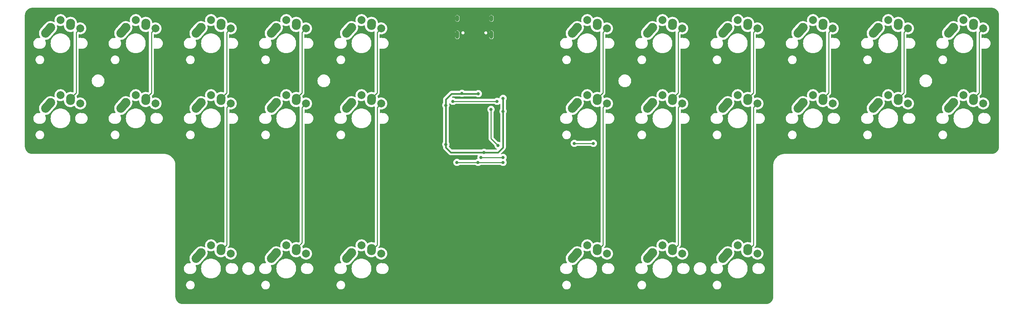
<source format=gtl>
G04 #@! TF.GenerationSoftware,KiCad,Pcbnew,(5.99.0-10014-g15e640b5fe)*
G04 #@! TF.CreationDate,2021-03-28T13:55:16-07:00*
G04 #@! TF.ProjectId,unisplit_orthosteno,756e6973-706c-4697-945f-6f7274686f73,rev?*
G04 #@! TF.SameCoordinates,Original*
G04 #@! TF.FileFunction,Copper,L1,Top*
G04 #@! TF.FilePolarity,Positive*
%FSLAX46Y46*%
G04 Gerber Fmt 4.6, Leading zero omitted, Abs format (unit mm)*
G04 Created by KiCad (PCBNEW (5.99.0-10014-g15e640b5fe)) date 2021-03-28 13:55:16*
%MOMM*%
%LPD*%
G01*
G04 APERTURE LIST*
G04 Aperture macros list*
%AMHorizOval*
0 Thick line with rounded ends*
0 $1 width*
0 $2 $3 position (X,Y) of the first rounded end (center of the circle)*
0 $4 $5 position (X,Y) of the second rounded end (center of the circle)*
0 Add line between two ends*
20,1,$1,$2,$3,$4,$5,0*
0 Add two circle primitives to create the rounded ends*
1,1,$1,$2,$3*
1,1,$1,$4,$5*%
G04 Aperture macros list end*
G04 #@! TA.AperFunction,ComponentPad*
%ADD10HorizOval,2.250000X0.019771X0.290016X-0.019771X-0.290016X0*%
G04 #@! TD*
G04 #@! TA.AperFunction,ComponentPad*
%ADD11C,2.000000*%
G04 #@! TD*
G04 #@! TA.AperFunction,ComponentPad*
%ADD12C,2.250000*%
G04 #@! TD*
G04 #@! TA.AperFunction,ComponentPad*
%ADD13HorizOval,2.250000X0.654995X0.730004X-0.654995X-0.730004X0*%
G04 #@! TD*
G04 #@! TA.AperFunction,ComponentPad*
%ADD14O,1.000000X2.100000*%
G04 #@! TD*
G04 #@! TA.AperFunction,ComponentPad*
%ADD15O,1.000000X1.600000*%
G04 #@! TD*
G04 #@! TA.AperFunction,ViaPad*
%ADD16C,0.800000*%
G04 #@! TD*
G04 #@! TA.AperFunction,Conductor*
%ADD17C,0.250000*%
G04 #@! TD*
G04 #@! TA.AperFunction,Conductor*
%ADD18C,0.381000*%
G04 #@! TD*
G04 APERTURE END LIST*
D10*
X39826021Y-65059984D03*
D11*
X42306250Y-66050000D03*
D12*
X39846250Y-64770000D03*
D11*
X37306250Y-63950000D03*
D13*
X34151245Y-66579996D03*
D12*
X34806250Y-65850000D03*
D10*
X58876021Y-65059984D03*
D11*
X61356250Y-66050000D03*
D12*
X58896250Y-64770000D03*
X53856250Y-65850000D03*
D13*
X53201245Y-66579996D03*
D11*
X56356250Y-63950000D03*
D12*
X77946250Y-64770000D03*
D10*
X77926021Y-65059984D03*
D11*
X80406250Y-66050000D03*
X75406250Y-63950000D03*
D12*
X72906250Y-65850000D03*
D13*
X72251245Y-66579996D03*
D10*
X96976021Y-65059984D03*
D11*
X99456250Y-66050000D03*
D12*
X96996250Y-64770000D03*
X91956250Y-65850000D03*
D11*
X94456250Y-63950000D03*
D13*
X91301245Y-66579996D03*
D11*
X118506250Y-66050000D03*
D10*
X116026021Y-65059984D03*
D12*
X116046250Y-64770000D03*
D13*
X110351245Y-66579996D03*
D12*
X111006250Y-65850000D03*
D11*
X113506250Y-63950000D03*
D12*
X173196250Y-64770000D03*
D10*
X173176021Y-65059984D03*
D11*
X175656250Y-66050000D03*
D13*
X167501245Y-66579996D03*
D11*
X170656250Y-63950000D03*
D12*
X168156250Y-65850000D03*
D10*
X192226021Y-65059984D03*
D11*
X194706250Y-66050000D03*
D12*
X192246250Y-64770000D03*
X187206250Y-65850000D03*
D11*
X189706250Y-63950000D03*
D13*
X186551245Y-66579996D03*
D11*
X213756250Y-66050000D03*
D10*
X211276021Y-65059984D03*
D12*
X211296250Y-64770000D03*
D13*
X205601245Y-66579996D03*
D11*
X208756250Y-63950000D03*
D12*
X206256250Y-65850000D03*
X230346250Y-64770000D03*
D10*
X230326021Y-65059984D03*
D11*
X232806250Y-66050000D03*
X227806250Y-63950000D03*
D12*
X225306250Y-65850000D03*
D13*
X224651245Y-66579996D03*
D11*
X251856250Y-66050000D03*
D10*
X249376021Y-65059984D03*
D12*
X249396250Y-64770000D03*
X244356250Y-65850000D03*
D13*
X243701245Y-66579996D03*
D11*
X246856250Y-63950000D03*
D10*
X268426021Y-65059984D03*
D12*
X268446250Y-64770000D03*
D11*
X270906250Y-66050000D03*
D12*
X263406250Y-65850000D03*
D13*
X262751245Y-66579996D03*
D11*
X265906250Y-63950000D03*
D12*
X39846250Y-83820000D03*
D11*
X42306250Y-85100000D03*
D10*
X39826021Y-84109984D03*
D13*
X34151245Y-85629996D03*
D12*
X34806250Y-84900000D03*
D11*
X37306250Y-83000000D03*
D10*
X58876021Y-84109984D03*
D12*
X58896250Y-83820000D03*
D11*
X61356250Y-85100000D03*
X56356250Y-83000000D03*
D13*
X53201245Y-85629996D03*
D12*
X53856250Y-84900000D03*
X77946250Y-83820000D03*
D11*
X80406250Y-85100000D03*
D10*
X77926021Y-84109984D03*
D11*
X75406250Y-83000000D03*
D12*
X72906250Y-84900000D03*
D13*
X72251245Y-85629996D03*
D10*
X96976021Y-84109984D03*
D12*
X96996250Y-83820000D03*
D11*
X99456250Y-85100000D03*
D12*
X91956250Y-84900000D03*
D13*
X91301245Y-85629996D03*
D11*
X94456250Y-83000000D03*
D12*
X116046250Y-83820000D03*
D10*
X116026021Y-84109984D03*
D11*
X118506250Y-85100000D03*
D12*
X111006250Y-84900000D03*
D13*
X110351245Y-85629996D03*
D11*
X113506250Y-83000000D03*
D12*
X173196250Y-83820000D03*
D10*
X173176021Y-84109984D03*
D11*
X175656250Y-85100000D03*
D12*
X168156250Y-84900000D03*
D11*
X170656250Y-83000000D03*
D13*
X167501245Y-85629996D03*
D11*
X194706250Y-85100000D03*
D12*
X192246250Y-83820000D03*
D10*
X192226021Y-84109984D03*
D12*
X187206250Y-84900000D03*
D13*
X186551245Y-85629996D03*
D11*
X189706250Y-83000000D03*
D12*
X211296250Y-83820000D03*
D10*
X211276021Y-84109984D03*
D11*
X213756250Y-85100000D03*
X208756250Y-83000000D03*
D13*
X205601245Y-85629996D03*
D12*
X206256250Y-84900000D03*
D11*
X232806250Y-85100000D03*
D12*
X230346250Y-83820000D03*
D10*
X230326021Y-84109984D03*
D11*
X227806250Y-83000000D03*
D13*
X224651245Y-85629996D03*
D12*
X225306250Y-84900000D03*
X249396250Y-83820000D03*
D10*
X249376021Y-84109984D03*
D11*
X251856250Y-85100000D03*
D13*
X243701245Y-85629996D03*
D12*
X244356250Y-84900000D03*
D11*
X246856250Y-83000000D03*
D12*
X268446250Y-83820000D03*
D11*
X270906250Y-85100000D03*
D10*
X268426021Y-84109984D03*
D12*
X263406250Y-84900000D03*
D11*
X265906250Y-83000000D03*
D13*
X262751245Y-85629996D03*
D10*
X77926021Y-122209984D03*
D12*
X77946250Y-121920000D03*
D11*
X80406250Y-123200000D03*
D12*
X72906250Y-123000000D03*
D13*
X72251245Y-123729996D03*
D11*
X75406250Y-121100000D03*
X99456250Y-123200000D03*
D10*
X96976021Y-122209984D03*
D12*
X96996250Y-121920000D03*
D13*
X91301245Y-123729996D03*
D11*
X94456250Y-121100000D03*
D12*
X91956250Y-123000000D03*
D11*
X175656250Y-123200000D03*
D12*
X173196250Y-121920000D03*
D10*
X173176021Y-122209984D03*
D11*
X170656250Y-121100000D03*
D13*
X167501245Y-123729996D03*
D12*
X168156250Y-123000000D03*
D11*
X194706250Y-123200000D03*
D10*
X192226021Y-122209984D03*
D12*
X192246250Y-121920000D03*
D11*
X189706250Y-121100000D03*
D13*
X186551245Y-123729996D03*
D12*
X187206250Y-123000000D03*
D10*
X116026021Y-122209984D03*
D11*
X118506250Y-123200000D03*
D12*
X116046250Y-121920000D03*
D13*
X110351245Y-123729996D03*
D11*
X113506250Y-121100000D03*
D12*
X111006250Y-123000000D03*
X211296250Y-121920000D03*
D10*
X211276021Y-122209984D03*
D11*
X213756250Y-123200000D03*
D12*
X206256250Y-123000000D03*
D11*
X208756250Y-121100000D03*
D13*
X205601245Y-123729996D03*
D14*
X146401250Y-67705000D03*
X137761250Y-67705000D03*
D15*
X137761250Y-63525000D03*
X146401250Y-63525000D03*
D16*
X147828000Y-84582000D03*
X136652000Y-84582000D03*
X143002000Y-100076000D03*
X137668000Y-100076000D03*
X149352000Y-100076000D03*
X167386000Y-95250000D03*
X172212000Y-95250000D03*
X149352000Y-98806000D03*
X143764000Y-98806000D03*
X77978000Y-86868000D03*
X266192000Y-85344000D03*
X168148000Y-91186000D03*
X208788000Y-85344000D03*
X147574000Y-80518000D03*
X140716000Y-76454000D03*
X144781250Y-92962750D03*
X97282000Y-86868000D03*
X58166000Y-81534000D03*
X165862000Y-90932000D03*
X189738000Y-85598000D03*
X59436000Y-87376000D03*
X141986000Y-66040000D03*
X154240511Y-86297489D03*
X135890000Y-79502000D03*
X99822000Y-82804000D03*
X151384000Y-79756000D03*
X81026000Y-82804000D03*
X227838000Y-85598000D03*
X134874000Y-95504000D03*
X143074144Y-82622144D03*
X138938000Y-82550000D03*
X144526000Y-97536000D03*
X149352000Y-83820000D03*
X134874000Y-85598000D03*
X149352000Y-87122000D03*
X146304000Y-86614000D03*
X148082000Y-95758000D03*
D17*
X147828000Y-84582000D02*
X136652000Y-84582000D01*
X149352000Y-100076000D02*
X143002000Y-100076000D01*
X137668000Y-100076000D02*
X143002000Y-100076000D01*
X41275000Y-67081250D02*
X41275000Y-82391250D01*
X41275000Y-82391250D02*
X39846250Y-83820000D01*
X42306250Y-66050000D02*
X41275000Y-67081250D01*
X60325000Y-67081250D02*
X60325000Y-82391250D01*
X60325000Y-82391250D02*
X58896250Y-83820000D01*
X61356250Y-66050000D02*
X60325000Y-67081250D01*
X79406250Y-121000000D02*
X77906250Y-122500000D01*
X80406250Y-66050000D02*
X79375000Y-67081250D01*
X79375000Y-67081250D02*
X79375000Y-82391250D01*
X79375000Y-82391250D02*
X77946250Y-83820000D01*
X80406250Y-85100000D02*
X79406250Y-86100000D01*
X79406250Y-86100000D02*
X79406250Y-121000000D01*
X98456250Y-120460000D02*
X96996250Y-121920000D01*
X98425000Y-67081250D02*
X98425000Y-82391250D01*
X99456250Y-66050000D02*
X98425000Y-67081250D01*
X99456250Y-85100000D02*
X98456250Y-86100000D01*
X98456250Y-86100000D02*
X98456250Y-120460000D01*
X98425000Y-82391250D02*
X96996250Y-83820000D01*
X117475000Y-67081250D02*
X117475000Y-82391250D01*
X118506250Y-85100000D02*
X117506250Y-86100000D01*
X118506250Y-66050000D02*
X117475000Y-67081250D01*
X117475000Y-82391250D02*
X116046250Y-83820000D01*
X117506250Y-86100000D02*
X117506250Y-121000000D01*
X117506250Y-121000000D02*
X116006250Y-122500000D01*
X175656250Y-85100000D02*
X174656250Y-86100000D01*
X175656250Y-66050000D02*
X174625000Y-67081250D01*
X174656250Y-121000000D02*
X173156250Y-122500000D01*
X174625000Y-67081250D02*
X174625000Y-82391250D01*
X174625000Y-82391250D02*
X173196250Y-83820000D01*
X174656250Y-86100000D02*
X174656250Y-121000000D01*
X194706250Y-85100000D02*
X193706250Y-86100000D01*
X193706250Y-86100000D02*
X193706250Y-121000000D01*
X193675000Y-67081250D02*
X193675000Y-82391250D01*
X194706250Y-66050000D02*
X193675000Y-67081250D01*
X193706250Y-121000000D02*
X192206250Y-122500000D01*
X193675000Y-82391250D02*
X192246250Y-83820000D01*
X212756250Y-86100000D02*
X212756250Y-121000000D01*
X213756250Y-66050000D02*
X212725000Y-67081250D01*
X212756250Y-121000000D02*
X211256250Y-122500000D01*
X212725000Y-67081250D02*
X212725000Y-82391250D01*
X213756250Y-85100000D02*
X212756250Y-86100000D01*
X212725000Y-82391250D02*
X211296250Y-83820000D01*
X231775000Y-67081250D02*
X231775000Y-82391250D01*
X231775000Y-82391250D02*
X230346250Y-83820000D01*
X232806250Y-66050000D02*
X231775000Y-67081250D01*
X250825000Y-67081250D02*
X250825000Y-82391250D01*
X250825000Y-82391250D02*
X249396250Y-83820000D01*
X251856250Y-66050000D02*
X250825000Y-67081250D01*
X269875000Y-67081250D02*
X269875000Y-82391250D01*
X143764000Y-98806000D02*
X149352000Y-98806000D01*
X269875000Y-82391250D02*
X268446250Y-83820000D01*
X270906250Y-66050000D02*
X269875000Y-67081250D01*
X167386000Y-95250000D02*
X172212000Y-95250000D01*
D18*
X149352000Y-96266000D02*
X148082000Y-97536000D01*
X143074144Y-82622144D02*
X136325856Y-82622144D01*
X136325856Y-82622144D02*
X134874000Y-84074000D01*
X144526000Y-97536000D02*
X136144000Y-97536000D01*
X134874000Y-96266000D02*
X134874000Y-95504000D01*
X134874000Y-84074000D02*
X134874000Y-85598000D01*
X149352000Y-83820000D02*
X149352000Y-87122000D01*
X136144000Y-97536000D02*
X134874000Y-96266000D01*
X148082000Y-97536000D02*
X144526000Y-97536000D01*
X149352000Y-87122000D02*
X149352000Y-96266000D01*
X134874000Y-95504000D02*
X134874000Y-85598000D01*
D17*
X148082000Y-95758000D02*
X146304000Y-93980000D01*
X146304000Y-93980000D02*
X146304000Y-86614000D01*
G04 #@! TA.AperFunction,Conductor*
G36*
X272989073Y-60834841D02*
G01*
X272998448Y-60836462D01*
X272998454Y-60836463D01*
X273003247Y-60837291D01*
X273048299Y-60838043D01*
X273128461Y-60839383D01*
X273134595Y-60839635D01*
X273177288Y-60842432D01*
X273190870Y-60843323D01*
X273199063Y-60844129D01*
X273249282Y-60850741D01*
X273387955Y-60868998D01*
X273396087Y-60870341D01*
X273432821Y-60877647D01*
X273440853Y-60879519D01*
X273624887Y-60928831D01*
X273632752Y-60931217D01*
X273668219Y-60943256D01*
X273668222Y-60943257D01*
X273675937Y-60946161D01*
X273851969Y-61019076D01*
X273859473Y-61022476D01*
X273859486Y-61022482D01*
X273893060Y-61039039D01*
X273900331Y-61042926D01*
X274065314Y-61138179D01*
X274072312Y-61142530D01*
X274103471Y-61163349D01*
X274110138Y-61168127D01*
X274261341Y-61284149D01*
X274267667Y-61289341D01*
X274290770Y-61309602D01*
X274295839Y-61314048D01*
X274301854Y-61319682D01*
X274436562Y-61454389D01*
X274442197Y-61460406D01*
X274466897Y-61488570D01*
X274472116Y-61494928D01*
X274587869Y-61645780D01*
X274588107Y-61646090D01*
X274592910Y-61652793D01*
X274613720Y-61683938D01*
X274618073Y-61690939D01*
X274713329Y-61855928D01*
X274717211Y-61863190D01*
X274733771Y-61896770D01*
X274737172Y-61904275D01*
X274810090Y-62080313D01*
X274812994Y-62088030D01*
X274825023Y-62123467D01*
X274827417Y-62131357D01*
X274876733Y-62315409D01*
X274878605Y-62323438D01*
X274885909Y-62360156D01*
X274887251Y-62368284D01*
X274909011Y-62533561D01*
X274912120Y-62557178D01*
X274912927Y-62565374D01*
X274916180Y-62615004D01*
X274916617Y-62621675D01*
X274916869Y-62627810D01*
X274918905Y-62749726D01*
X274919615Y-62754155D01*
X274921662Y-62766926D01*
X274923250Y-62786868D01*
X274923250Y-95961362D01*
X274921409Y-95982823D01*
X274919788Y-95992198D01*
X274919787Y-95992204D01*
X274918959Y-95996997D01*
X274918673Y-96014132D01*
X274916867Y-96122211D01*
X274916615Y-96128345D01*
X274912928Y-96184613D01*
X274912121Y-96192813D01*
X274909949Y-96209312D01*
X274887251Y-96381712D01*
X274885909Y-96389842D01*
X274878599Y-96426594D01*
X274876733Y-96434594D01*
X274827418Y-96618636D01*
X274825025Y-96626526D01*
X274812994Y-96661968D01*
X274810090Y-96669684D01*
X274764765Y-96779110D01*
X274737174Y-96845720D01*
X274733780Y-96853212D01*
X274717203Y-96886825D01*
X274713324Y-96894082D01*
X274618077Y-97059055D01*
X274613723Y-97066057D01*
X274592898Y-97097224D01*
X274588096Y-97103925D01*
X274472116Y-97255072D01*
X274466916Y-97261408D01*
X274444913Y-97286498D01*
X274442202Y-97289589D01*
X274436568Y-97295603D01*
X274301848Y-97430323D01*
X274295830Y-97435960D01*
X274267676Y-97460650D01*
X274261303Y-97465880D01*
X274110175Y-97581845D01*
X274103475Y-97586647D01*
X274072314Y-97607469D01*
X274065318Y-97611819D01*
X274017006Y-97639712D01*
X273900334Y-97707072D01*
X273893063Y-97710959D01*
X273859475Y-97727523D01*
X273851964Y-97730926D01*
X273675938Y-97803839D01*
X273668226Y-97806742D01*
X273632752Y-97818784D01*
X273624904Y-97821164D01*
X273445088Y-97869345D01*
X273440838Y-97870484D01*
X273432807Y-97872356D01*
X273396094Y-97879658D01*
X273387962Y-97881001D01*
X273297615Y-97892896D01*
X273199060Y-97905871D01*
X273190876Y-97906677D01*
X273141246Y-97909930D01*
X273134575Y-97910367D01*
X273128440Y-97910619D01*
X273092039Y-97911227D01*
X273011014Y-97912580D01*
X273006525Y-97912655D01*
X272990280Y-97915259D01*
X272989325Y-97915412D01*
X272969383Y-97917000D01*
X220740957Y-97917000D01*
X220723657Y-97915806D01*
X220692119Y-97911434D01*
X220687254Y-97911515D01*
X220687250Y-97911515D01*
X220615774Y-97912709D01*
X220505124Y-97914557D01*
X220500102Y-97914540D01*
X220477500Y-97914008D01*
X220472667Y-97914644D01*
X220472452Y-97914656D01*
X220467801Y-97915167D01*
X220467604Y-97915184D01*
X220463120Y-97915259D01*
X220458696Y-97915968D01*
X220458686Y-97915969D01*
X220442429Y-97918575D01*
X220438934Y-97919085D01*
X220267241Y-97941689D01*
X220128219Y-97959991D01*
X220125303Y-97960341D01*
X220118590Y-97961064D01*
X220106411Y-97962376D01*
X220106408Y-97962377D01*
X220101569Y-97962898D01*
X220097153Y-97964081D01*
X220095879Y-97964249D01*
X220082320Y-97968047D01*
X220081049Y-97968396D01*
X219761229Y-98054092D01*
X219758374Y-98054821D01*
X219739966Y-98059291D01*
X219739964Y-98059292D01*
X219735235Y-98060440D01*
X219731017Y-98062187D01*
X219729771Y-98062521D01*
X219716738Y-98068093D01*
X219715469Y-98068627D01*
X219409745Y-98195263D01*
X219406990Y-98196366D01*
X219389315Y-98203204D01*
X219389311Y-98203206D01*
X219384769Y-98204963D01*
X219380811Y-98207248D01*
X219379621Y-98207741D01*
X219367409Y-98214978D01*
X219366333Y-98215607D01*
X219090347Y-98374947D01*
X219079638Y-98381130D01*
X219077052Y-98382582D01*
X219066512Y-98388341D01*
X219056163Y-98393995D01*
X219052542Y-98396774D01*
X219051424Y-98397419D01*
X219040227Y-98406214D01*
X219039188Y-98407020D01*
X218776674Y-98608455D01*
X218774317Y-98610220D01*
X218755044Y-98624301D01*
X218751814Y-98627531D01*
X218750791Y-98628316D01*
X218750054Y-98629070D01*
X218740950Y-98638383D01*
X218739944Y-98639401D01*
X218505891Y-98873453D01*
X218503768Y-98875526D01*
X218492874Y-98885919D01*
X218486562Y-98891940D01*
X218483785Y-98895559D01*
X218482869Y-98896475D01*
X218482239Y-98897316D01*
X218474357Y-98907833D01*
X218473497Y-98908967D01*
X218274061Y-99168876D01*
X218272071Y-99171469D01*
X218270281Y-99173747D01*
X218255308Y-99192336D01*
X218253028Y-99196285D01*
X218252240Y-99197312D01*
X218247446Y-99205838D01*
X218245296Y-99209661D01*
X218244593Y-99210894D01*
X218079119Y-99497506D01*
X218077700Y-99499899D01*
X218065245Y-99520343D01*
X218063496Y-99524566D01*
X218062852Y-99525681D01*
X218062465Y-99526646D01*
X218057615Y-99538742D01*
X218057076Y-99540064D01*
X217930415Y-99845851D01*
X217929254Y-99848563D01*
X217919620Y-99870355D01*
X217918439Y-99874761D01*
X217917944Y-99875957D01*
X217917686Y-99876964D01*
X217917685Y-99876968D01*
X217914434Y-99889677D01*
X217914078Y-99891040D01*
X217829881Y-100205266D01*
X217828430Y-100210680D01*
X217827640Y-100213495D01*
X217820927Y-100236379D01*
X217820331Y-100240905D01*
X217819997Y-100242152D01*
X217819873Y-100243182D01*
X217819871Y-100243193D01*
X217818306Y-100256221D01*
X217818128Y-100257638D01*
X217776174Y-100576316D01*
X217775413Y-100581319D01*
X217771563Y-100603592D01*
X217771482Y-100608458D01*
X217771463Y-100608658D01*
X217771284Y-100613341D01*
X217771271Y-100613557D01*
X217770686Y-100618000D01*
X217770737Y-100622483D01*
X217770923Y-100638942D01*
X217770913Y-100642472D01*
X217770848Y-100646354D01*
X217767738Y-100832591D01*
X217768299Y-100837036D01*
X217772258Y-100868405D01*
X217773250Y-100884182D01*
X217773250Y-134061362D01*
X217771409Y-134082823D01*
X217769788Y-134092198D01*
X217769787Y-134092204D01*
X217768959Y-134096997D01*
X217768673Y-134114132D01*
X217766867Y-134222211D01*
X217766615Y-134228345D01*
X217762928Y-134284613D01*
X217762121Y-134292813D01*
X217759949Y-134309312D01*
X217737251Y-134481712D01*
X217735909Y-134489842D01*
X217728599Y-134526594D01*
X217726733Y-134534594D01*
X217677418Y-134718636D01*
X217675025Y-134726526D01*
X217662994Y-134761968D01*
X217660090Y-134769684D01*
X217587174Y-134945720D01*
X217583780Y-134953212D01*
X217567203Y-134986825D01*
X217563324Y-134994082D01*
X217468077Y-135159055D01*
X217463723Y-135166057D01*
X217442898Y-135197224D01*
X217438096Y-135203925D01*
X217322116Y-135355072D01*
X217316916Y-135361408D01*
X217294913Y-135386498D01*
X217292202Y-135389589D01*
X217286568Y-135395603D01*
X217151848Y-135530323D01*
X217145830Y-135535960D01*
X217117676Y-135560650D01*
X217111303Y-135565880D01*
X216960175Y-135681845D01*
X216953475Y-135686647D01*
X216922314Y-135707469D01*
X216915318Y-135711819D01*
X216867006Y-135739712D01*
X216750334Y-135807072D01*
X216743063Y-135810959D01*
X216709475Y-135827523D01*
X216701964Y-135830926D01*
X216525938Y-135903839D01*
X216518226Y-135906742D01*
X216482752Y-135918784D01*
X216474904Y-135921164D01*
X216295088Y-135969345D01*
X216290838Y-135970484D01*
X216282807Y-135972356D01*
X216246094Y-135979658D01*
X216237962Y-135981001D01*
X216147615Y-135992896D01*
X216049060Y-136005871D01*
X216040876Y-136006677D01*
X215991246Y-136009930D01*
X215984575Y-136010367D01*
X215978440Y-136010619D01*
X215942039Y-136011227D01*
X215861014Y-136012580D01*
X215856525Y-136012655D01*
X215840903Y-136015159D01*
X215839325Y-136015412D01*
X215819383Y-136017000D01*
X68344888Y-136017000D01*
X68323427Y-136015159D01*
X68314052Y-136013538D01*
X68314046Y-136013537D01*
X68309253Y-136012709D01*
X68264201Y-136011957D01*
X68184039Y-136010617D01*
X68177905Y-136010365D01*
X68135212Y-136007568D01*
X68121630Y-136006677D01*
X68113437Y-136005871D01*
X68066796Y-135999730D01*
X67924538Y-135981001D01*
X67916408Y-135979659D01*
X67911284Y-135978640D01*
X67879656Y-135972349D01*
X67871656Y-135970483D01*
X67687614Y-135921168D01*
X67679724Y-135918775D01*
X67644282Y-135906744D01*
X67636566Y-135903840D01*
X67460535Y-135830926D01*
X67460523Y-135830921D01*
X67453038Y-135827530D01*
X67419425Y-135810953D01*
X67412168Y-135807074D01*
X67247195Y-135711827D01*
X67240193Y-135707473D01*
X67209026Y-135686648D01*
X67202324Y-135681845D01*
X67155664Y-135646041D01*
X67051178Y-135565866D01*
X67044842Y-135560666D01*
X67016661Y-135535952D01*
X67010647Y-135530318D01*
X66875927Y-135395598D01*
X66870290Y-135389580D01*
X66845600Y-135361426D01*
X66840370Y-135355053D01*
X66724405Y-135203925D01*
X66719603Y-135197225D01*
X66698781Y-135166064D01*
X66694426Y-135159060D01*
X66599178Y-134994084D01*
X66595291Y-134986813D01*
X66578727Y-134953225D01*
X66575324Y-134945714D01*
X66502411Y-134769688D01*
X66499508Y-134761975D01*
X66499506Y-134761968D01*
X66487466Y-134726502D01*
X66485086Y-134718654D01*
X66435766Y-134534588D01*
X66433894Y-134526557D01*
X66426592Y-134489844D01*
X66425249Y-134481712D01*
X66402551Y-134309312D01*
X66400379Y-134292810D01*
X66399572Y-134284615D01*
X66395883Y-134228325D01*
X66395631Y-134222189D01*
X66393670Y-134104764D01*
X66393595Y-134100275D01*
X66390838Y-134083075D01*
X66389250Y-134063133D01*
X66389250Y-131302855D01*
X69077511Y-131302855D01*
X69116963Y-131510657D01*
X69194998Y-131707249D01*
X69308800Y-131885539D01*
X69454263Y-132039093D01*
X69459128Y-132042583D01*
X69459131Y-132042585D01*
X69547526Y-132105986D01*
X69626137Y-132162370D01*
X69818222Y-132250922D01*
X69824038Y-132252356D01*
X69824041Y-132252357D01*
X69918847Y-132275731D01*
X70023587Y-132301555D01*
X70029577Y-132301864D01*
X70029579Y-132301864D01*
X70103948Y-132305696D01*
X70234820Y-132312440D01*
X70240755Y-132311611D01*
X70240759Y-132311611D01*
X70396793Y-132289820D01*
X70444301Y-132283186D01*
X70644471Y-132214848D01*
X70828107Y-132109891D01*
X70832651Y-132105990D01*
X70832656Y-132105986D01*
X70984036Y-131976008D01*
X70988584Y-131972103D01*
X71120110Y-131806456D01*
X71217940Y-131618926D01*
X71278544Y-131416280D01*
X71289965Y-131302855D01*
X88127511Y-131302855D01*
X88166963Y-131510657D01*
X88244998Y-131707249D01*
X88358800Y-131885539D01*
X88504263Y-132039093D01*
X88509128Y-132042583D01*
X88509131Y-132042585D01*
X88597526Y-132105986D01*
X88676137Y-132162370D01*
X88868222Y-132250922D01*
X88874038Y-132252356D01*
X88874041Y-132252357D01*
X88968847Y-132275731D01*
X89073587Y-132301555D01*
X89079577Y-132301864D01*
X89079579Y-132301864D01*
X89153948Y-132305696D01*
X89284820Y-132312440D01*
X89290755Y-132311611D01*
X89290759Y-132311611D01*
X89446793Y-132289820D01*
X89494301Y-132283186D01*
X89694471Y-132214848D01*
X89878107Y-132109891D01*
X89882651Y-132105990D01*
X89882656Y-132105986D01*
X90034036Y-131976008D01*
X90038584Y-131972103D01*
X90170110Y-131806456D01*
X90267940Y-131618926D01*
X90328544Y-131416280D01*
X90339965Y-131302855D01*
X107177511Y-131302855D01*
X107216963Y-131510657D01*
X107294998Y-131707249D01*
X107408800Y-131885539D01*
X107554263Y-132039093D01*
X107559128Y-132042583D01*
X107559131Y-132042585D01*
X107647526Y-132105986D01*
X107726137Y-132162370D01*
X107918222Y-132250922D01*
X107924038Y-132252356D01*
X107924041Y-132252357D01*
X108018847Y-132275731D01*
X108123587Y-132301555D01*
X108129577Y-132301864D01*
X108129579Y-132301864D01*
X108203948Y-132305696D01*
X108334820Y-132312440D01*
X108340755Y-132311611D01*
X108340759Y-132311611D01*
X108496793Y-132289820D01*
X108544301Y-132283186D01*
X108744471Y-132214848D01*
X108928107Y-132109891D01*
X108932651Y-132105990D01*
X108932656Y-132105986D01*
X109084036Y-131976008D01*
X109088584Y-131972103D01*
X109220110Y-131806456D01*
X109317940Y-131618926D01*
X109378544Y-131416280D01*
X109389965Y-131302855D01*
X164327511Y-131302855D01*
X164366963Y-131510657D01*
X164444998Y-131707249D01*
X164558800Y-131885539D01*
X164704263Y-132039093D01*
X164709128Y-132042583D01*
X164709131Y-132042585D01*
X164797526Y-132105986D01*
X164876137Y-132162370D01*
X165068222Y-132250922D01*
X165074038Y-132252356D01*
X165074041Y-132252357D01*
X165168847Y-132275731D01*
X165273587Y-132301555D01*
X165279577Y-132301864D01*
X165279579Y-132301864D01*
X165353948Y-132305696D01*
X165484820Y-132312440D01*
X165490755Y-132311611D01*
X165490759Y-132311611D01*
X165646793Y-132289820D01*
X165694301Y-132283186D01*
X165894471Y-132214848D01*
X166078107Y-132109891D01*
X166082651Y-132105990D01*
X166082656Y-132105986D01*
X166234036Y-131976008D01*
X166238584Y-131972103D01*
X166370110Y-131806456D01*
X166467940Y-131618926D01*
X166528544Y-131416280D01*
X166539965Y-131302855D01*
X183377511Y-131302855D01*
X183416963Y-131510657D01*
X183494998Y-131707249D01*
X183608800Y-131885539D01*
X183754263Y-132039093D01*
X183759128Y-132042583D01*
X183759131Y-132042585D01*
X183847526Y-132105986D01*
X183926137Y-132162370D01*
X184118222Y-132250922D01*
X184124038Y-132252356D01*
X184124041Y-132252357D01*
X184218847Y-132275731D01*
X184323587Y-132301555D01*
X184329577Y-132301864D01*
X184329579Y-132301864D01*
X184403948Y-132305696D01*
X184534820Y-132312440D01*
X184540755Y-132311611D01*
X184540759Y-132311611D01*
X184696793Y-132289820D01*
X184744301Y-132283186D01*
X184944471Y-132214848D01*
X185128107Y-132109891D01*
X185132651Y-132105990D01*
X185132656Y-132105986D01*
X185284036Y-131976008D01*
X185288584Y-131972103D01*
X185420110Y-131806456D01*
X185517940Y-131618926D01*
X185578544Y-131416280D01*
X185589965Y-131302855D01*
X202427511Y-131302855D01*
X202466963Y-131510657D01*
X202544998Y-131707249D01*
X202658800Y-131885539D01*
X202804263Y-132039093D01*
X202809128Y-132042583D01*
X202809131Y-132042585D01*
X202897526Y-132105986D01*
X202976137Y-132162370D01*
X203168222Y-132250922D01*
X203174038Y-132252356D01*
X203174041Y-132252357D01*
X203268847Y-132275731D01*
X203373587Y-132301555D01*
X203379577Y-132301864D01*
X203379579Y-132301864D01*
X203453948Y-132305696D01*
X203584820Y-132312440D01*
X203590755Y-132311611D01*
X203590759Y-132311611D01*
X203746793Y-132289820D01*
X203794301Y-132283186D01*
X203994471Y-132214848D01*
X204178107Y-132109891D01*
X204182651Y-132105990D01*
X204182656Y-132105986D01*
X204334036Y-131976008D01*
X204338584Y-131972103D01*
X204470110Y-131806456D01*
X204567940Y-131618926D01*
X204628544Y-131416280D01*
X204649735Y-131205830D01*
X204649750Y-131200000D01*
X204639955Y-131097330D01*
X204630231Y-130995416D01*
X204629661Y-130989442D01*
X204570119Y-130786482D01*
X204473272Y-130598442D01*
X204342615Y-130432109D01*
X204338084Y-130428177D01*
X204187394Y-130297413D01*
X204187389Y-130297409D01*
X204182863Y-130293482D01*
X203999779Y-130187566D01*
X203971867Y-130177873D01*
X203805643Y-130120150D01*
X203805640Y-130120149D01*
X203799969Y-130118180D01*
X203658095Y-130097609D01*
X203596584Y-130088690D01*
X203596581Y-130088690D01*
X203590644Y-130087829D01*
X203379356Y-130097609D01*
X203247790Y-130129317D01*
X203179563Y-130145759D01*
X203179561Y-130145760D01*
X203173730Y-130147165D01*
X203168272Y-130149647D01*
X203168268Y-130149648D01*
X203089207Y-130185595D01*
X202981184Y-130234710D01*
X202808666Y-130357086D01*
X202804517Y-130361420D01*
X202804516Y-130361421D01*
X202666552Y-130505540D01*
X202666548Y-130505545D01*
X202662402Y-130509876D01*
X202659150Y-130514912D01*
X202659148Y-130514915D01*
X202550920Y-130682531D01*
X202547668Y-130687568D01*
X202468604Y-130883749D01*
X202467456Y-130889630D01*
X202467454Y-130889635D01*
X202429212Y-131085461D01*
X202428064Y-131091341D01*
X202427511Y-131302855D01*
X185589965Y-131302855D01*
X185599735Y-131205830D01*
X185599750Y-131200000D01*
X185589955Y-131097330D01*
X185580231Y-130995416D01*
X185579661Y-130989442D01*
X185520119Y-130786482D01*
X185423272Y-130598442D01*
X185292615Y-130432109D01*
X185288084Y-130428177D01*
X185137394Y-130297413D01*
X185137389Y-130297409D01*
X185132863Y-130293482D01*
X184949779Y-130187566D01*
X184921867Y-130177873D01*
X184755643Y-130120150D01*
X184755640Y-130120149D01*
X184749969Y-130118180D01*
X184608095Y-130097609D01*
X184546584Y-130088690D01*
X184546581Y-130088690D01*
X184540644Y-130087829D01*
X184329356Y-130097609D01*
X184197790Y-130129317D01*
X184129563Y-130145759D01*
X184129561Y-130145760D01*
X184123730Y-130147165D01*
X184118272Y-130149647D01*
X184118268Y-130149648D01*
X184039207Y-130185595D01*
X183931184Y-130234710D01*
X183758666Y-130357086D01*
X183754517Y-130361420D01*
X183754516Y-130361421D01*
X183616552Y-130505540D01*
X183616548Y-130505545D01*
X183612402Y-130509876D01*
X183609150Y-130514912D01*
X183609148Y-130514915D01*
X183500920Y-130682531D01*
X183497668Y-130687568D01*
X183418604Y-130883749D01*
X183417456Y-130889630D01*
X183417454Y-130889635D01*
X183379212Y-131085461D01*
X183378064Y-131091341D01*
X183377511Y-131302855D01*
X166539965Y-131302855D01*
X166549735Y-131205830D01*
X166549750Y-131200000D01*
X166539955Y-131097330D01*
X166530231Y-130995416D01*
X166529661Y-130989442D01*
X166470119Y-130786482D01*
X166373272Y-130598442D01*
X166242615Y-130432109D01*
X166238084Y-130428177D01*
X166087394Y-130297413D01*
X166087389Y-130297409D01*
X166082863Y-130293482D01*
X165899779Y-130187566D01*
X165871867Y-130177873D01*
X165705643Y-130120150D01*
X165705640Y-130120149D01*
X165699969Y-130118180D01*
X165558095Y-130097609D01*
X165496584Y-130088690D01*
X165496581Y-130088690D01*
X165490644Y-130087829D01*
X165279356Y-130097609D01*
X165147790Y-130129317D01*
X165079563Y-130145759D01*
X165079561Y-130145760D01*
X165073730Y-130147165D01*
X165068272Y-130149647D01*
X165068268Y-130149648D01*
X164989207Y-130185595D01*
X164881184Y-130234710D01*
X164708666Y-130357086D01*
X164704517Y-130361420D01*
X164704516Y-130361421D01*
X164566552Y-130505540D01*
X164566548Y-130505545D01*
X164562402Y-130509876D01*
X164559150Y-130514912D01*
X164559148Y-130514915D01*
X164450920Y-130682531D01*
X164447668Y-130687568D01*
X164368604Y-130883749D01*
X164367456Y-130889630D01*
X164367454Y-130889635D01*
X164329212Y-131085461D01*
X164328064Y-131091341D01*
X164327511Y-131302855D01*
X109389965Y-131302855D01*
X109399735Y-131205830D01*
X109399750Y-131200000D01*
X109389955Y-131097330D01*
X109380231Y-130995416D01*
X109379661Y-130989442D01*
X109320119Y-130786482D01*
X109223272Y-130598442D01*
X109092615Y-130432109D01*
X109088084Y-130428177D01*
X108937394Y-130297413D01*
X108937389Y-130297409D01*
X108932863Y-130293482D01*
X108749779Y-130187566D01*
X108721867Y-130177873D01*
X108555643Y-130120150D01*
X108555640Y-130120149D01*
X108549969Y-130118180D01*
X108408095Y-130097609D01*
X108346584Y-130088690D01*
X108346581Y-130088690D01*
X108340644Y-130087829D01*
X108129356Y-130097609D01*
X107997790Y-130129317D01*
X107929563Y-130145759D01*
X107929561Y-130145760D01*
X107923730Y-130147165D01*
X107918272Y-130149647D01*
X107918268Y-130149648D01*
X107839207Y-130185595D01*
X107731184Y-130234710D01*
X107558666Y-130357086D01*
X107554517Y-130361420D01*
X107554516Y-130361421D01*
X107416552Y-130505540D01*
X107416548Y-130505545D01*
X107412402Y-130509876D01*
X107409150Y-130514912D01*
X107409148Y-130514915D01*
X107300920Y-130682531D01*
X107297668Y-130687568D01*
X107218604Y-130883749D01*
X107217456Y-130889630D01*
X107217454Y-130889635D01*
X107179212Y-131085461D01*
X107178064Y-131091341D01*
X107177511Y-131302855D01*
X90339965Y-131302855D01*
X90349735Y-131205830D01*
X90349750Y-131200000D01*
X90339955Y-131097330D01*
X90330231Y-130995416D01*
X90329661Y-130989442D01*
X90270119Y-130786482D01*
X90173272Y-130598442D01*
X90042615Y-130432109D01*
X90038084Y-130428177D01*
X89887394Y-130297413D01*
X89887389Y-130297409D01*
X89882863Y-130293482D01*
X89699779Y-130187566D01*
X89671867Y-130177873D01*
X89505643Y-130120150D01*
X89505640Y-130120149D01*
X89499969Y-130118180D01*
X89358095Y-130097609D01*
X89296584Y-130088690D01*
X89296581Y-130088690D01*
X89290644Y-130087829D01*
X89079356Y-130097609D01*
X88947790Y-130129317D01*
X88879563Y-130145759D01*
X88879561Y-130145760D01*
X88873730Y-130147165D01*
X88868272Y-130149647D01*
X88868268Y-130149648D01*
X88789207Y-130185595D01*
X88681184Y-130234710D01*
X88508666Y-130357086D01*
X88504517Y-130361420D01*
X88504516Y-130361421D01*
X88366552Y-130505540D01*
X88366548Y-130505545D01*
X88362402Y-130509876D01*
X88359150Y-130514912D01*
X88359148Y-130514915D01*
X88250920Y-130682531D01*
X88247668Y-130687568D01*
X88168604Y-130883749D01*
X88167456Y-130889630D01*
X88167454Y-130889635D01*
X88129212Y-131085461D01*
X88128064Y-131091341D01*
X88127511Y-131302855D01*
X71289965Y-131302855D01*
X71299735Y-131205830D01*
X71299750Y-131200000D01*
X71289955Y-131097330D01*
X71280231Y-130995416D01*
X71279661Y-130989442D01*
X71220119Y-130786482D01*
X71123272Y-130598442D01*
X70992615Y-130432109D01*
X70988084Y-130428177D01*
X70837394Y-130297413D01*
X70837389Y-130297409D01*
X70832863Y-130293482D01*
X70649779Y-130187566D01*
X70621867Y-130177873D01*
X70455643Y-130120150D01*
X70455640Y-130120149D01*
X70449969Y-130118180D01*
X70308095Y-130097609D01*
X70246584Y-130088690D01*
X70246581Y-130088690D01*
X70240644Y-130087829D01*
X70029356Y-130097609D01*
X69897790Y-130129317D01*
X69829563Y-130145759D01*
X69829561Y-130145760D01*
X69823730Y-130147165D01*
X69818272Y-130149647D01*
X69818268Y-130149648D01*
X69739207Y-130185595D01*
X69631184Y-130234710D01*
X69458666Y-130357086D01*
X69454517Y-130361420D01*
X69454516Y-130361421D01*
X69316552Y-130505540D01*
X69316548Y-130505545D01*
X69312402Y-130509876D01*
X69309150Y-130514912D01*
X69309148Y-130514915D01*
X69200920Y-130682531D01*
X69197668Y-130687568D01*
X69118604Y-130883749D01*
X69117456Y-130889630D01*
X69117454Y-130889635D01*
X69079212Y-131085461D01*
X69078064Y-131091341D01*
X69077511Y-131302855D01*
X66389250Y-131302855D01*
X66389250Y-100884707D01*
X66390444Y-100867404D01*
X66391022Y-100863233D01*
X66394816Y-100835869D01*
X66394687Y-100828110D01*
X66393328Y-100746789D01*
X66391693Y-100648874D01*
X66391710Y-100643852D01*
X66392242Y-100621250D01*
X66391606Y-100616417D01*
X66391594Y-100616202D01*
X66391083Y-100611551D01*
X66391066Y-100611354D01*
X66390991Y-100606870D01*
X66390282Y-100602446D01*
X66390281Y-100602436D01*
X66387675Y-100586179D01*
X66387165Y-100582684D01*
X66346261Y-100271989D01*
X66345908Y-100269041D01*
X66343874Y-100250161D01*
X66343873Y-100250158D01*
X66343352Y-100245319D01*
X66342169Y-100240903D01*
X66342001Y-100239629D01*
X66338203Y-100226070D01*
X66337836Y-100224734D01*
X66334071Y-100210680D01*
X66252158Y-99904979D01*
X66251429Y-99902124D01*
X66246959Y-99883716D01*
X66246958Y-99883714D01*
X66245810Y-99878985D01*
X66244063Y-99874767D01*
X66243729Y-99873521D01*
X66238157Y-99860488D01*
X66237623Y-99859219D01*
X66110987Y-99553495D01*
X66109884Y-99550740D01*
X66103046Y-99533065D01*
X66103044Y-99533061D01*
X66101287Y-99528519D01*
X66099002Y-99524561D01*
X66098509Y-99523371D01*
X66091272Y-99511159D01*
X66090643Y-99510083D01*
X65925120Y-99223388D01*
X65923668Y-99220802D01*
X65914595Y-99204196D01*
X65912255Y-99199913D01*
X65909476Y-99196292D01*
X65908831Y-99195174D01*
X65900036Y-99183977D01*
X65899230Y-99182938D01*
X65712849Y-98940043D01*
X65697793Y-98920421D01*
X65696016Y-98918049D01*
X65684824Y-98902729D01*
X65684823Y-98902728D01*
X65681949Y-98898794D01*
X65678719Y-98895564D01*
X65677934Y-98894541D01*
X65667866Y-98884699D01*
X65666849Y-98883694D01*
X65432797Y-98649641D01*
X65430724Y-98647518D01*
X65417674Y-98633838D01*
X65417672Y-98633836D01*
X65414310Y-98630312D01*
X65410691Y-98627535D01*
X65409775Y-98626619D01*
X65398384Y-98618082D01*
X65397277Y-98617242D01*
X65184550Y-98454010D01*
X65134764Y-98415808D01*
X65132503Y-98414031D01*
X65113914Y-98399058D01*
X65109965Y-98396778D01*
X65108938Y-98395990D01*
X65096551Y-98389024D01*
X65095352Y-98388341D01*
X65079055Y-98378932D01*
X64808744Y-98222869D01*
X64806351Y-98221450D01*
X64785907Y-98208995D01*
X64781684Y-98207246D01*
X64780569Y-98206602D01*
X64767459Y-98201345D01*
X64766186Y-98200826D01*
X64697801Y-98172500D01*
X64460371Y-98074153D01*
X64457687Y-98073004D01*
X64435895Y-98063370D01*
X64431489Y-98062189D01*
X64430293Y-98061694D01*
X64429286Y-98061436D01*
X64429282Y-98061435D01*
X64416573Y-98058184D01*
X64415210Y-98057828D01*
X64095551Y-97972175D01*
X64092755Y-97971390D01*
X64069871Y-97964677D01*
X64065345Y-97964081D01*
X64064098Y-97963747D01*
X64063068Y-97963623D01*
X64063057Y-97963621D01*
X64050029Y-97962056D01*
X64048612Y-97961878D01*
X63810634Y-97930548D01*
X63729929Y-97919923D01*
X63724931Y-97919163D01*
X63702658Y-97915313D01*
X63697792Y-97915232D01*
X63697592Y-97915213D01*
X63692909Y-97915034D01*
X63692693Y-97915021D01*
X63688250Y-97914436D01*
X63675604Y-97914579D01*
X63667308Y-97914673D01*
X63663778Y-97914663D01*
X63560096Y-97912932D01*
X63473659Y-97911488D01*
X63458787Y-97913365D01*
X63437845Y-97916008D01*
X63422068Y-97917000D01*
X30244888Y-97917000D01*
X30223427Y-97915159D01*
X30214052Y-97913538D01*
X30214046Y-97913537D01*
X30209253Y-97912709D01*
X30164201Y-97911957D01*
X30084039Y-97910617D01*
X30077905Y-97910365D01*
X30035212Y-97907568D01*
X30021630Y-97906677D01*
X30013437Y-97905871D01*
X29960306Y-97898876D01*
X29824538Y-97881001D01*
X29816408Y-97879659D01*
X29811284Y-97878640D01*
X29779656Y-97872349D01*
X29771656Y-97870483D01*
X29587614Y-97821168D01*
X29579724Y-97818775D01*
X29544282Y-97806744D01*
X29536566Y-97803840D01*
X29360535Y-97730926D01*
X29360523Y-97730921D01*
X29353038Y-97727530D01*
X29319425Y-97710953D01*
X29312168Y-97707074D01*
X29147195Y-97611827D01*
X29140193Y-97607473D01*
X29109026Y-97586648D01*
X29102324Y-97581845D01*
X29055664Y-97546041D01*
X28951178Y-97465866D01*
X28944842Y-97460666D01*
X28916661Y-97435952D01*
X28910647Y-97430318D01*
X28775927Y-97295598D01*
X28770290Y-97289580D01*
X28745600Y-97261426D01*
X28740370Y-97255053D01*
X28624405Y-97103925D01*
X28619603Y-97097225D01*
X28598781Y-97066064D01*
X28594426Y-97059060D01*
X28499178Y-96894084D01*
X28495291Y-96886813D01*
X28478727Y-96853225D01*
X28475324Y-96845714D01*
X28402411Y-96669688D01*
X28399508Y-96661975D01*
X28392684Y-96641873D01*
X28387466Y-96626502D01*
X28385086Y-96618654D01*
X28335766Y-96434588D01*
X28333894Y-96426557D01*
X28326592Y-96389844D01*
X28325249Y-96381712D01*
X28302551Y-96209312D01*
X28300379Y-96192810D01*
X28299572Y-96184615D01*
X28297771Y-96157124D01*
X28295883Y-96128325D01*
X28295631Y-96122189D01*
X28293670Y-96004764D01*
X28293595Y-96000275D01*
X28290838Y-95983075D01*
X28289250Y-95963133D01*
X28289250Y-93202855D01*
X30977511Y-93202855D01*
X31016963Y-93410657D01*
X31094998Y-93607249D01*
X31208800Y-93785539D01*
X31354263Y-93939093D01*
X31359128Y-93942583D01*
X31359131Y-93942585D01*
X31472422Y-94023843D01*
X31526137Y-94062370D01*
X31718222Y-94150922D01*
X31724038Y-94152356D01*
X31724041Y-94152357D01*
X31818847Y-94175731D01*
X31923587Y-94201555D01*
X31929577Y-94201864D01*
X31929579Y-94201864D01*
X32003948Y-94205696D01*
X32134820Y-94212440D01*
X32140755Y-94211611D01*
X32140759Y-94211611D01*
X32296793Y-94189820D01*
X32344301Y-94183186D01*
X32544471Y-94114848D01*
X32728107Y-94009891D01*
X32732651Y-94005990D01*
X32732656Y-94005986D01*
X32884036Y-93876008D01*
X32888584Y-93872103D01*
X33020110Y-93706456D01*
X33117940Y-93518926D01*
X33178544Y-93316280D01*
X33189965Y-93202855D01*
X50027511Y-93202855D01*
X50066963Y-93410657D01*
X50144998Y-93607249D01*
X50258800Y-93785539D01*
X50404263Y-93939093D01*
X50409128Y-93942583D01*
X50409131Y-93942585D01*
X50522422Y-94023843D01*
X50576137Y-94062370D01*
X50768222Y-94150922D01*
X50774038Y-94152356D01*
X50774041Y-94152357D01*
X50868847Y-94175731D01*
X50973587Y-94201555D01*
X50979577Y-94201864D01*
X50979579Y-94201864D01*
X51053948Y-94205696D01*
X51184820Y-94212440D01*
X51190755Y-94211611D01*
X51190759Y-94211611D01*
X51346793Y-94189820D01*
X51394301Y-94183186D01*
X51594471Y-94114848D01*
X51778107Y-94009891D01*
X51782651Y-94005990D01*
X51782656Y-94005986D01*
X51934036Y-93876008D01*
X51938584Y-93872103D01*
X52070110Y-93706456D01*
X52167940Y-93518926D01*
X52228544Y-93316280D01*
X52239965Y-93202855D01*
X69077511Y-93202855D01*
X69116963Y-93410657D01*
X69194998Y-93607249D01*
X69308800Y-93785539D01*
X69454263Y-93939093D01*
X69459128Y-93942583D01*
X69459131Y-93942585D01*
X69572422Y-94023843D01*
X69626137Y-94062370D01*
X69818222Y-94150922D01*
X69824038Y-94152356D01*
X69824041Y-94152357D01*
X69918847Y-94175731D01*
X70023587Y-94201555D01*
X70029577Y-94201864D01*
X70029579Y-94201864D01*
X70103948Y-94205696D01*
X70234820Y-94212440D01*
X70240755Y-94211611D01*
X70240759Y-94211611D01*
X70396793Y-94189820D01*
X70444301Y-94183186D01*
X70644471Y-94114848D01*
X70828107Y-94009891D01*
X70832651Y-94005990D01*
X70832656Y-94005986D01*
X70984036Y-93876008D01*
X70988584Y-93872103D01*
X71120110Y-93706456D01*
X71217940Y-93518926D01*
X71278544Y-93316280D01*
X71299735Y-93105830D01*
X71299750Y-93100000D01*
X71289955Y-92997330D01*
X71280231Y-92895416D01*
X71279661Y-92889442D01*
X71220119Y-92686482D01*
X71123272Y-92498442D01*
X70992615Y-92332109D01*
X70988084Y-92328177D01*
X70837394Y-92197413D01*
X70837389Y-92197409D01*
X70832863Y-92193482D01*
X70649779Y-92087566D01*
X70621867Y-92077873D01*
X70455643Y-92020150D01*
X70455640Y-92020149D01*
X70449969Y-92018180D01*
X70308095Y-91997609D01*
X70246584Y-91988690D01*
X70246581Y-91988690D01*
X70240644Y-91987829D01*
X70029356Y-91997609D01*
X69897790Y-92029317D01*
X69829563Y-92045759D01*
X69829561Y-92045760D01*
X69823730Y-92047165D01*
X69818272Y-92049647D01*
X69818268Y-92049648D01*
X69739207Y-92085595D01*
X69631184Y-92134710D01*
X69458666Y-92257086D01*
X69454517Y-92261420D01*
X69454516Y-92261421D01*
X69316552Y-92405540D01*
X69316548Y-92405545D01*
X69312402Y-92409876D01*
X69309150Y-92414912D01*
X69309148Y-92414915D01*
X69200920Y-92582531D01*
X69197668Y-92587568D01*
X69118604Y-92783749D01*
X69117456Y-92789630D01*
X69117454Y-92789635D01*
X69079212Y-92985461D01*
X69078064Y-92991341D01*
X69077511Y-93202855D01*
X52239965Y-93202855D01*
X52249735Y-93105830D01*
X52249750Y-93100000D01*
X52239955Y-92997330D01*
X52230231Y-92895416D01*
X52229661Y-92889442D01*
X52170119Y-92686482D01*
X52073272Y-92498442D01*
X51942615Y-92332109D01*
X51938084Y-92328177D01*
X51787394Y-92197413D01*
X51787389Y-92197409D01*
X51782863Y-92193482D01*
X51599779Y-92087566D01*
X51571867Y-92077873D01*
X51405643Y-92020150D01*
X51405640Y-92020149D01*
X51399969Y-92018180D01*
X51258095Y-91997609D01*
X51196584Y-91988690D01*
X51196581Y-91988690D01*
X51190644Y-91987829D01*
X50979356Y-91997609D01*
X50847790Y-92029317D01*
X50779563Y-92045759D01*
X50779561Y-92045760D01*
X50773730Y-92047165D01*
X50768272Y-92049647D01*
X50768268Y-92049648D01*
X50689207Y-92085595D01*
X50581184Y-92134710D01*
X50408666Y-92257086D01*
X50404517Y-92261420D01*
X50404516Y-92261421D01*
X50266552Y-92405540D01*
X50266548Y-92405545D01*
X50262402Y-92409876D01*
X50259150Y-92414912D01*
X50259148Y-92414915D01*
X50150920Y-92582531D01*
X50147668Y-92587568D01*
X50068604Y-92783749D01*
X50067456Y-92789630D01*
X50067454Y-92789635D01*
X50029212Y-92985461D01*
X50028064Y-92991341D01*
X50027511Y-93202855D01*
X33189965Y-93202855D01*
X33199735Y-93105830D01*
X33199750Y-93100000D01*
X33189955Y-92997330D01*
X33180231Y-92895416D01*
X33179661Y-92889442D01*
X33120119Y-92686482D01*
X33023272Y-92498442D01*
X32892615Y-92332109D01*
X32888084Y-92328177D01*
X32737394Y-92197413D01*
X32737389Y-92197409D01*
X32732863Y-92193482D01*
X32549779Y-92087566D01*
X32521867Y-92077873D01*
X32355643Y-92020150D01*
X32355640Y-92020149D01*
X32349969Y-92018180D01*
X32208095Y-91997609D01*
X32146584Y-91988690D01*
X32146581Y-91988690D01*
X32140644Y-91987829D01*
X31929356Y-91997609D01*
X31797790Y-92029317D01*
X31729563Y-92045759D01*
X31729561Y-92045760D01*
X31723730Y-92047165D01*
X31718272Y-92049647D01*
X31718268Y-92049648D01*
X31639207Y-92085595D01*
X31531184Y-92134710D01*
X31358666Y-92257086D01*
X31354517Y-92261420D01*
X31354516Y-92261421D01*
X31216552Y-92405540D01*
X31216548Y-92405545D01*
X31212402Y-92409876D01*
X31209150Y-92414912D01*
X31209148Y-92414915D01*
X31100920Y-92582531D01*
X31097668Y-92587568D01*
X31018604Y-92783749D01*
X31017456Y-92789630D01*
X31017454Y-92789635D01*
X30979212Y-92985461D01*
X30978064Y-92991341D01*
X30977511Y-93202855D01*
X28289250Y-93202855D01*
X28289250Y-74152855D01*
X30977511Y-74152855D01*
X31016963Y-74360657D01*
X31094998Y-74557249D01*
X31208800Y-74735539D01*
X31354263Y-74889093D01*
X31359128Y-74892583D01*
X31359131Y-74892585D01*
X31447526Y-74955986D01*
X31526137Y-75012370D01*
X31718222Y-75100922D01*
X31724038Y-75102356D01*
X31724041Y-75102357D01*
X31818847Y-75125731D01*
X31923587Y-75151555D01*
X31929577Y-75151864D01*
X31929579Y-75151864D01*
X32003948Y-75155696D01*
X32134820Y-75162440D01*
X32140755Y-75161611D01*
X32140759Y-75161611D01*
X32296793Y-75139820D01*
X32344301Y-75133186D01*
X32544471Y-75064848D01*
X32728107Y-74959891D01*
X32732651Y-74955990D01*
X32732656Y-74955986D01*
X32884036Y-74826008D01*
X32888584Y-74822103D01*
X33020110Y-74656456D01*
X33117940Y-74468926D01*
X33178544Y-74266280D01*
X33199735Y-74055830D01*
X33199750Y-74050000D01*
X33189955Y-73947330D01*
X33180231Y-73845416D01*
X33179661Y-73839442D01*
X33120119Y-73636482D01*
X33023272Y-73448442D01*
X32892615Y-73282109D01*
X32888084Y-73278177D01*
X32737394Y-73147413D01*
X32737389Y-73147409D01*
X32732863Y-73143482D01*
X32549779Y-73037566D01*
X32521867Y-73027873D01*
X32355643Y-72970150D01*
X32355640Y-72970149D01*
X32349969Y-72968180D01*
X32208095Y-72947609D01*
X32146584Y-72938690D01*
X32146581Y-72938690D01*
X32140644Y-72937829D01*
X31929356Y-72947609D01*
X31797790Y-72979317D01*
X31729563Y-72995759D01*
X31729561Y-72995760D01*
X31723730Y-72997165D01*
X31718272Y-72999647D01*
X31718268Y-72999648D01*
X31639207Y-73035595D01*
X31531184Y-73084710D01*
X31358666Y-73207086D01*
X31354517Y-73211420D01*
X31354516Y-73211421D01*
X31216552Y-73355540D01*
X31216548Y-73355545D01*
X31212402Y-73359876D01*
X31209150Y-73364912D01*
X31209148Y-73364915D01*
X31100920Y-73532531D01*
X31097668Y-73537568D01*
X31018604Y-73733749D01*
X31017456Y-73739630D01*
X31017454Y-73739635D01*
X30979212Y-73935461D01*
X30978064Y-73941341D01*
X30977511Y-74152855D01*
X28289250Y-74152855D01*
X28289250Y-69952233D01*
X30446588Y-69952233D01*
X30483252Y-70179861D01*
X30557744Y-70398056D01*
X30667935Y-70600580D01*
X30810674Y-70781644D01*
X30814639Y-70785220D01*
X30977909Y-70932489D01*
X30977915Y-70932494D01*
X30981879Y-70936069D01*
X31176656Y-71059439D01*
X31389434Y-71148228D01*
X31394637Y-71149425D01*
X31394642Y-71149426D01*
X31608928Y-71198701D01*
X31608933Y-71198702D01*
X31614131Y-71199897D01*
X31619459Y-71200200D01*
X31619462Y-71200200D01*
X31775375Y-71209053D01*
X31844321Y-71212968D01*
X31913758Y-71205118D01*
X31956144Y-71207525D01*
X31979815Y-71212968D01*
X32025406Y-71223452D01*
X32025411Y-71223453D01*
X32030609Y-71224648D01*
X32035937Y-71224951D01*
X32035940Y-71224951D01*
X32176462Y-71232930D01*
X32265019Y-71237959D01*
X32270326Y-71237359D01*
X32270328Y-71237359D01*
X32493018Y-71212183D01*
X32493023Y-71212182D01*
X32498321Y-71211583D01*
X32503438Y-71210101D01*
X32503444Y-71210100D01*
X32634901Y-71172032D01*
X32723844Y-71146276D01*
X32935139Y-71043905D01*
X33126164Y-70907396D01*
X33259357Y-70773036D01*
X33287706Y-70744439D01*
X33287707Y-70744438D01*
X33291459Y-70740653D01*
X33294519Y-70736291D01*
X33423235Y-70552807D01*
X33423237Y-70552804D01*
X33426296Y-70548443D01*
X33430185Y-70540236D01*
X33524537Y-70341080D01*
X33524537Y-70341079D01*
X33526819Y-70336263D01*
X33590156Y-70110179D01*
X33614494Y-69876656D01*
X33614750Y-69850000D01*
X34798850Y-69850000D01*
X34818622Y-70164261D01*
X34877625Y-70473565D01*
X34974928Y-70773036D01*
X35108999Y-71057949D01*
X35111117Y-71061287D01*
X35111119Y-71061290D01*
X35207377Y-71212968D01*
X35277721Y-71323813D01*
X35478434Y-71566433D01*
X35707973Y-71781985D01*
X35962718Y-71967068D01*
X36238651Y-72118763D01*
X36397932Y-72181827D01*
X36527738Y-72233221D01*
X36527741Y-72233222D01*
X36531421Y-72234679D01*
X36535255Y-72235663D01*
X36535263Y-72235666D01*
X36724046Y-72284137D01*
X36836410Y-72312987D01*
X36840338Y-72313483D01*
X36840342Y-72313484D01*
X36964172Y-72329127D01*
X37148809Y-72352452D01*
X37463691Y-72352452D01*
X37648328Y-72329127D01*
X37772158Y-72313484D01*
X37772162Y-72313483D01*
X37776090Y-72312987D01*
X37888454Y-72284137D01*
X38077237Y-72235666D01*
X38077245Y-72235663D01*
X38081079Y-72234679D01*
X38084759Y-72233222D01*
X38084762Y-72233221D01*
X38214568Y-72181827D01*
X38373849Y-72118763D01*
X38649782Y-71967068D01*
X38904527Y-71781985D01*
X39134066Y-71566433D01*
X39334779Y-71323813D01*
X39405123Y-71212968D01*
X39501381Y-71061290D01*
X39501383Y-71061287D01*
X39503501Y-71057949D01*
X39637572Y-70773036D01*
X39734875Y-70473565D01*
X39793878Y-70164261D01*
X39813650Y-69850000D01*
X39793878Y-69535739D01*
X39734875Y-69226435D01*
X39637572Y-68926964D01*
X39503501Y-68642051D01*
X39495027Y-68628697D01*
X39395488Y-68471850D01*
X39334779Y-68376187D01*
X39306898Y-68342484D01*
X39268238Y-68295753D01*
X39134066Y-68133567D01*
X38904527Y-67918015D01*
X38649782Y-67732932D01*
X38373849Y-67581237D01*
X38141691Y-67489319D01*
X38084762Y-67466779D01*
X38084759Y-67466778D01*
X38081079Y-67465321D01*
X38077245Y-67464337D01*
X38077237Y-67464334D01*
X37888454Y-67415863D01*
X37776090Y-67387013D01*
X37772162Y-67386517D01*
X37772158Y-67386516D01*
X37648328Y-67370873D01*
X37463691Y-67347548D01*
X37148809Y-67347548D01*
X36964172Y-67370873D01*
X36840342Y-67386516D01*
X36840338Y-67386517D01*
X36836410Y-67387013D01*
X36724046Y-67415863D01*
X36535263Y-67464334D01*
X36535255Y-67464337D01*
X36531421Y-67465321D01*
X36527741Y-67466778D01*
X36527738Y-67466779D01*
X36470809Y-67489319D01*
X36238651Y-67581237D01*
X35962718Y-67732932D01*
X35707973Y-67918015D01*
X35478434Y-68133567D01*
X35344262Y-68295753D01*
X35305603Y-68342484D01*
X35277721Y-68376187D01*
X35217012Y-68471850D01*
X35117474Y-68628697D01*
X35108999Y-68642051D01*
X34974928Y-68926964D01*
X34877625Y-69226435D01*
X34818622Y-69535739D01*
X34798850Y-69850000D01*
X33614750Y-69850000D01*
X33594899Y-69616052D01*
X33593561Y-69610897D01*
X33593560Y-69610891D01*
X33537257Y-69393965D01*
X33535915Y-69388794D01*
X33439483Y-69174723D01*
X33416747Y-69140952D01*
X33395296Y-69073274D01*
X33413840Y-69004742D01*
X33466491Y-68957114D01*
X33524346Y-68944623D01*
X33540124Y-68945009D01*
X33579901Y-68945981D01*
X33579903Y-68945981D01*
X33584858Y-68946102D01*
X33782570Y-68919721D01*
X33834802Y-68912752D01*
X33834804Y-68912752D01*
X33839710Y-68912097D01*
X33844451Y-68910684D01*
X33844454Y-68910683D01*
X34081366Y-68840057D01*
X34081369Y-68840056D01*
X34086105Y-68838644D01*
X34090560Y-68836510D01*
X34090564Y-68836508D01*
X34313518Y-68729686D01*
X34313519Y-68729686D01*
X34317976Y-68727550D01*
X34529612Y-68581552D01*
X34570188Y-68542912D01*
X34667869Y-68449892D01*
X34667872Y-68449889D01*
X34669656Y-68448190D01*
X34949213Y-68136619D01*
X35944224Y-67027662D01*
X35956171Y-67016002D01*
X35958363Y-67014129D01*
X35964844Y-67008594D01*
X35968057Y-67004832D01*
X35968062Y-67004827D01*
X36024167Y-66939135D01*
X36033337Y-66928399D01*
X36035315Y-66926138D01*
X36064501Y-66893610D01*
X36074823Y-66880108D01*
X36079106Y-66874811D01*
X36128608Y-66816853D01*
X36128616Y-66816842D01*
X36131824Y-66813086D01*
X36134406Y-66808872D01*
X36134410Y-66808867D01*
X36151687Y-66780673D01*
X36159016Y-66769989D01*
X36181957Y-66739983D01*
X36220349Y-66668978D01*
X36223753Y-66663071D01*
X36260997Y-66602294D01*
X36266164Y-66593863D01*
X36280708Y-66558751D01*
X36286281Y-66547041D01*
X36301891Y-66518171D01*
X36301894Y-66518163D01*
X36304245Y-66513816D01*
X36331056Y-66437683D01*
X36333492Y-66431320D01*
X36362662Y-66360896D01*
X36364556Y-66356324D01*
X36373431Y-66319358D01*
X36377098Y-66306941D01*
X36388003Y-66275974D01*
X36388005Y-66275968D01*
X36389647Y-66271304D01*
X36404220Y-66191904D01*
X36405631Y-66185237D01*
X36423421Y-66111134D01*
X36423421Y-66111132D01*
X36424577Y-66106318D01*
X36427559Y-66068430D01*
X36429241Y-66055572D01*
X36435166Y-66023290D01*
X36435166Y-66023286D01*
X36436060Y-66018417D01*
X36438033Y-65937702D01*
X36438382Y-65930905D01*
X36444362Y-65854929D01*
X36444750Y-65850000D01*
X36441769Y-65812120D01*
X36441419Y-65799157D01*
X36442221Y-65766341D01*
X36442221Y-65766339D01*
X36442342Y-65761384D01*
X36441687Y-65756478D01*
X36441687Y-65756471D01*
X36431660Y-65681328D01*
X36430941Y-65674548D01*
X36424965Y-65598618D01*
X36424577Y-65593682D01*
X36415712Y-65556755D01*
X36413339Y-65544012D01*
X36408993Y-65511440D01*
X36408993Y-65511439D01*
X36408338Y-65506532D01*
X36385249Y-65429082D01*
X36383485Y-65422517D01*
X36379381Y-65405421D01*
X36382929Y-65334514D01*
X36424250Y-65276781D01*
X36490224Y-65250552D01*
X36557530Y-65262956D01*
X36749093Y-65357217D01*
X36753928Y-65358695D01*
X36753930Y-65358696D01*
X36832545Y-65382730D01*
X36981248Y-65428193D01*
X36986267Y-65428880D01*
X36986269Y-65428881D01*
X37161490Y-65452883D01*
X37221764Y-65461140D01*
X37291108Y-65459445D01*
X37459393Y-65455333D01*
X37459397Y-65455333D01*
X37464454Y-65455209D01*
X37703073Y-65410552D01*
X37713337Y-65406857D01*
X37851218Y-65357217D01*
X37931484Y-65328320D01*
X37935913Y-65325865D01*
X37986228Y-65297975D01*
X38055505Y-65282444D01*
X38122181Y-65306832D01*
X38165088Y-65363396D01*
X38173307Y-65406857D01*
X38174185Y-65490699D01*
X38174237Y-65495655D01*
X38217115Y-65749165D01*
X38218691Y-65753848D01*
X38279417Y-65934290D01*
X38299123Y-65992846D01*
X38418242Y-66220698D01*
X38421185Y-66224661D01*
X38421189Y-66224667D01*
X38568586Y-66423136D01*
X38568590Y-66423141D01*
X38571538Y-66427110D01*
X38575075Y-66430574D01*
X38575077Y-66430576D01*
X38653866Y-66507732D01*
X38755236Y-66607001D01*
X38759273Y-66609870D01*
X38759279Y-66609875D01*
X38949533Y-66745080D01*
X38964815Y-66755940D01*
X39195111Y-66870260D01*
X39199840Y-66871742D01*
X39435726Y-66945664D01*
X39435729Y-66945665D01*
X39440456Y-66947146D01*
X39445359Y-66947870D01*
X39689910Y-66983983D01*
X39689915Y-66983983D01*
X39694809Y-66984706D01*
X39799124Y-66983613D01*
X39946962Y-66982065D01*
X39946965Y-66982065D01*
X39951905Y-66982013D01*
X40125498Y-66952652D01*
X40200545Y-66939959D01*
X40200549Y-66939958D01*
X40205415Y-66939135D01*
X40335234Y-66895446D01*
X40444405Y-66858706D01*
X40444408Y-66858705D01*
X40449096Y-66857127D01*
X40453479Y-66854835D01*
X40453485Y-66854833D01*
X40463308Y-66849697D01*
X40532943Y-66835862D01*
X40599004Y-66861871D01*
X40640516Y-66919467D01*
X40643587Y-66989545D01*
X40643942Y-66989601D01*
X40643666Y-66991344D01*
X40643725Y-66992694D01*
X40641535Y-67001225D01*
X40641500Y-67001781D01*
X40641500Y-67021702D01*
X40639949Y-67041412D01*
X40636816Y-67061194D01*
X40637562Y-67069086D01*
X40640941Y-67104832D01*
X40641500Y-67116690D01*
X40641500Y-82076656D01*
X40621498Y-82144777D01*
X40604595Y-82165751D01*
X40522470Y-82247876D01*
X40460158Y-82281902D01*
X40385159Y-82275191D01*
X40352574Y-82261694D01*
X40347770Y-82260541D01*
X40347768Y-82260540D01*
X40284284Y-82245299D01*
X40276021Y-82243014D01*
X40216320Y-82224305D01*
X40216314Y-82224304D01*
X40211586Y-82222822D01*
X40162773Y-82215614D01*
X40151770Y-82213485D01*
X40107391Y-82202830D01*
X40107380Y-82202828D01*
X40102568Y-82201673D01*
X40097640Y-82201285D01*
X40097633Y-82201284D01*
X40059347Y-82198271D01*
X40033590Y-82196244D01*
X40025097Y-82195283D01*
X39970229Y-82187181D01*
X39962130Y-82185985D01*
X39962129Y-82185985D01*
X39957233Y-82185262D01*
X39932102Y-82185525D01*
X39907087Y-82185787D01*
X39895882Y-82185406D01*
X39851180Y-82181888D01*
X39846250Y-82181500D01*
X39841320Y-82181888D01*
X39778342Y-82186845D01*
X39769774Y-82187226D01*
X39705081Y-82187903D01*
X39705078Y-82187903D01*
X39700137Y-82187955D01*
X39695265Y-82188779D01*
X39649880Y-82196455D01*
X39638754Y-82197830D01*
X39589932Y-82201673D01*
X39569882Y-82206487D01*
X39524702Y-82217333D01*
X39516302Y-82219049D01*
X39451516Y-82230007D01*
X39451515Y-82230007D01*
X39446627Y-82230834D01*
X39397594Y-82247336D01*
X39386820Y-82250436D01*
X39339926Y-82261694D01*
X39307341Y-82275191D01*
X39278889Y-82286976D01*
X39270869Y-82289983D01*
X39202946Y-82312842D01*
X39198563Y-82315133D01*
X39198559Y-82315135D01*
X39156418Y-82337166D01*
X39146282Y-82341904D01*
X39102387Y-82360086D01*
X39065610Y-82382623D01*
X39046863Y-82394111D01*
X39039403Y-82398340D01*
X38999628Y-82419134D01*
X38975094Y-82431960D01*
X38932378Y-82463684D01*
X38923099Y-82469954D01*
X38886740Y-82492234D01*
X38818209Y-82510773D01*
X38750532Y-82489317D01*
X38704922Y-82434034D01*
X38701486Y-82425938D01*
X38647519Y-82298801D01*
X38518157Y-82093378D01*
X38357615Y-81911279D01*
X38170025Y-81757191D01*
X37960212Y-81635076D01*
X37955485Y-81633262D01*
X37955482Y-81633260D01*
X37738298Y-81549891D01*
X37738294Y-81549890D01*
X37733574Y-81548078D01*
X37728624Y-81547044D01*
X37728621Y-81547043D01*
X37500893Y-81499468D01*
X37500889Y-81499468D01*
X37495942Y-81498434D01*
X37253430Y-81487422D01*
X37248410Y-81488003D01*
X37248406Y-81488003D01*
X37017306Y-81514742D01*
X37012276Y-81515324D01*
X37007405Y-81516702D01*
X37007402Y-81516703D01*
X36900205Y-81547037D01*
X36778686Y-81581424D01*
X36668678Y-81632721D01*
X36563251Y-81681882D01*
X36563247Y-81681884D01*
X36558669Y-81684019D01*
X36554488Y-81686861D01*
X36554487Y-81686861D01*
X36495753Y-81726777D01*
X36357885Y-81820472D01*
X36274759Y-81899080D01*
X36219599Y-81951243D01*
X36181500Y-81987271D01*
X36178422Y-81991297D01*
X36178421Y-81991298D01*
X36037125Y-82176105D01*
X36037122Y-82176109D01*
X36034052Y-82180125D01*
X36031662Y-82184583D01*
X36031661Y-82184584D01*
X35950789Y-82335411D01*
X35919335Y-82394072D01*
X35917689Y-82398853D01*
X35917687Y-82398857D01*
X35856464Y-82576662D01*
X35840299Y-82623608D01*
X35798979Y-82862828D01*
X35796437Y-83105576D01*
X35797194Y-83110579D01*
X35797194Y-83110584D01*
X35831981Y-83340604D01*
X35832738Y-83345609D01*
X35835010Y-83352686D01*
X35835034Y-83353619D01*
X35835441Y-83355356D01*
X35835079Y-83355441D01*
X35836794Y-83423656D01*
X35799924Y-83484328D01*
X35736105Y-83515435D01*
X35665599Y-83507101D01*
X35655125Y-83502049D01*
X35624975Y-83485747D01*
X35619104Y-83482363D01*
X35554343Y-83442677D01*
X35554332Y-83442671D01*
X35550113Y-83440086D01*
X35545541Y-83438192D01*
X35515133Y-83425597D01*
X35503424Y-83420024D01*
X35480975Y-83407886D01*
X35470065Y-83401987D01*
X35465404Y-83400345D01*
X35465398Y-83400343D01*
X35393653Y-83375078D01*
X35387287Y-83372641D01*
X35333633Y-83350417D01*
X35312574Y-83341694D01*
X35275773Y-83332859D01*
X35263337Y-83329187D01*
X35232220Y-83318229D01*
X35232221Y-83318229D01*
X35227552Y-83316585D01*
X35147836Y-83301955D01*
X35141195Y-83300550D01*
X35062568Y-83281673D01*
X35024830Y-83278703D01*
X35012011Y-83277026D01*
X34974665Y-83270172D01*
X34893622Y-83268191D01*
X34886840Y-83267843D01*
X34806250Y-83261500D01*
X34801320Y-83261888D01*
X34801318Y-83261888D01*
X34768544Y-83264467D01*
X34755583Y-83264817D01*
X34722590Y-83264011D01*
X34722588Y-83264011D01*
X34717632Y-83263890D01*
X34637227Y-83274618D01*
X34630481Y-83275334D01*
X34596914Y-83277975D01*
X34554869Y-83281284D01*
X34554863Y-83281285D01*
X34549932Y-83281673D01*
X34513176Y-83290497D01*
X34500431Y-83292870D01*
X34462780Y-83297894D01*
X34458043Y-83299306D01*
X34458039Y-83299307D01*
X34385022Y-83321074D01*
X34378441Y-83322843D01*
X34304739Y-83340538D01*
X34304733Y-83340540D01*
X34299926Y-83341694D01*
X34295360Y-83343585D01*
X34295358Y-83343586D01*
X34265018Y-83356153D01*
X34252797Y-83360493D01*
X34240691Y-83364102D01*
X34216385Y-83371348D01*
X34172522Y-83392364D01*
X34143199Y-83406413D01*
X34136974Y-83409191D01*
X34066959Y-83438192D01*
X34066957Y-83438193D01*
X34062387Y-83440086D01*
X34030168Y-83459830D01*
X34018791Y-83466020D01*
X33984515Y-83482442D01*
X33980442Y-83485252D01*
X33980433Y-83485257D01*
X33917688Y-83528541D01*
X33911977Y-83532257D01*
X33843164Y-83574426D01*
X33839398Y-83577643D01*
X33839396Y-83577644D01*
X33814446Y-83598954D01*
X33804162Y-83606859D01*
X33772878Y-83628440D01*
X33724116Y-83674876D01*
X33714086Y-83684427D01*
X33709024Y-83688992D01*
X33651417Y-83738193D01*
X33651412Y-83738198D01*
X33647656Y-83741406D01*
X33644448Y-83745162D01*
X33579822Y-83820829D01*
X33577799Y-83823140D01*
X33547821Y-83856550D01*
X32239644Y-85314538D01*
X32239638Y-85314546D01*
X32237990Y-85316382D01*
X32120533Y-85470009D01*
X31998245Y-85696175D01*
X31912843Y-85938688D01*
X31866430Y-86191575D01*
X31865891Y-86213629D01*
X31860444Y-86436516D01*
X31860148Y-86448608D01*
X31894153Y-86703460D01*
X31895566Y-86708201D01*
X31895567Y-86708204D01*
X31910034Y-86756731D01*
X31967606Y-86949855D01*
X31969740Y-86954310D01*
X31969742Y-86954314D01*
X32061211Y-87145224D01*
X32078700Y-87181726D01*
X32081509Y-87185797D01*
X32081509Y-87185798D01*
X32176585Y-87323619D01*
X32198803Y-87391050D01*
X32181037Y-87459788D01*
X32128930Y-87508009D01*
X32077597Y-87521078D01*
X32057034Y-87521850D01*
X32051816Y-87522945D01*
X32051815Y-87522945D01*
X31958678Y-87542487D01*
X31916249Y-87544080D01*
X31875765Y-87538714D01*
X31875759Y-87538714D01*
X31870480Y-87538014D01*
X31865150Y-87538214D01*
X31865149Y-87538214D01*
X31755280Y-87542339D01*
X31640081Y-87546663D01*
X31557618Y-87563966D01*
X31419661Y-87592912D01*
X31419658Y-87592913D01*
X31414434Y-87594009D01*
X31199990Y-87678697D01*
X31002881Y-87798306D01*
X30998851Y-87801803D01*
X30844068Y-87936116D01*
X30828742Y-87949415D01*
X30825359Y-87953541D01*
X30825355Y-87953545D01*
X30753018Y-88041767D01*
X30682554Y-88127705D01*
X30679915Y-88132341D01*
X30679913Y-88132344D01*
X30597891Y-88276435D01*
X30568495Y-88328077D01*
X30489828Y-88544802D01*
X30488879Y-88550051D01*
X30488878Y-88550054D01*
X30467902Y-88666052D01*
X30448801Y-88771683D01*
X30448750Y-88777023D01*
X30447347Y-88923210D01*
X30446588Y-89002233D01*
X30483252Y-89229861D01*
X30557744Y-89448056D01*
X30667935Y-89650580D01*
X30810674Y-89831644D01*
X30863789Y-89879553D01*
X30977909Y-89982489D01*
X30977915Y-89982494D01*
X30981879Y-89986069D01*
X30986392Y-89988928D01*
X30986394Y-89988929D01*
X31017830Y-90008840D01*
X31176656Y-90109439D01*
X31389434Y-90198228D01*
X31394637Y-90199425D01*
X31394642Y-90199426D01*
X31608928Y-90248701D01*
X31608933Y-90248702D01*
X31614131Y-90249897D01*
X31619459Y-90250200D01*
X31619462Y-90250200D01*
X31775375Y-90259053D01*
X31844321Y-90262968D01*
X31913758Y-90255118D01*
X31956144Y-90257525D01*
X31979815Y-90262968D01*
X32025406Y-90273452D01*
X32025411Y-90273453D01*
X32030609Y-90274648D01*
X32035937Y-90274951D01*
X32035940Y-90274951D01*
X32176462Y-90282930D01*
X32265019Y-90287959D01*
X32270326Y-90287359D01*
X32270328Y-90287359D01*
X32493018Y-90262183D01*
X32493023Y-90262182D01*
X32498321Y-90261583D01*
X32503438Y-90260101D01*
X32503444Y-90260100D01*
X32642008Y-90219974D01*
X32723844Y-90196276D01*
X32935139Y-90093905D01*
X33001315Y-90046615D01*
X33121818Y-89960502D01*
X33121820Y-89960500D01*
X33126164Y-89957396D01*
X33259357Y-89823036D01*
X33287706Y-89794439D01*
X33287707Y-89794438D01*
X33291459Y-89790653D01*
X33294519Y-89786291D01*
X33423235Y-89602807D01*
X33423237Y-89602804D01*
X33426296Y-89598443D01*
X33430185Y-89590236D01*
X33524537Y-89391080D01*
X33524537Y-89391079D01*
X33526819Y-89386263D01*
X33590156Y-89160179D01*
X33614494Y-88926656D01*
X33614750Y-88900000D01*
X34798850Y-88900000D01*
X34818622Y-89214261D01*
X34877625Y-89523565D01*
X34974928Y-89823036D01*
X35108999Y-90107949D01*
X35111117Y-90111287D01*
X35111119Y-90111290D01*
X35207377Y-90262968D01*
X35277721Y-90373813D01*
X35478434Y-90616433D01*
X35707973Y-90831985D01*
X35962718Y-91017068D01*
X36238651Y-91168763D01*
X36397932Y-91231827D01*
X36527738Y-91283221D01*
X36527741Y-91283222D01*
X36531421Y-91284679D01*
X36535255Y-91285663D01*
X36535263Y-91285666D01*
X36724046Y-91334137D01*
X36836410Y-91362987D01*
X36840338Y-91363483D01*
X36840342Y-91363484D01*
X36964172Y-91379127D01*
X37148809Y-91402452D01*
X37463691Y-91402452D01*
X37648328Y-91379127D01*
X37772158Y-91363484D01*
X37772162Y-91363483D01*
X37776090Y-91362987D01*
X37888454Y-91334137D01*
X38077237Y-91285666D01*
X38077245Y-91285663D01*
X38081079Y-91284679D01*
X38084759Y-91283222D01*
X38084762Y-91283221D01*
X38214568Y-91231827D01*
X38373849Y-91168763D01*
X38649782Y-91017068D01*
X38904527Y-90831985D01*
X39134066Y-90616433D01*
X39334779Y-90373813D01*
X39405123Y-90262968D01*
X39501381Y-90111290D01*
X39501383Y-90111287D01*
X39503501Y-90107949D01*
X39637572Y-89823036D01*
X39734875Y-89523565D01*
X39793878Y-89214261D01*
X39807100Y-89004108D01*
X41001658Y-89004108D01*
X41002507Y-89009379D01*
X41026042Y-89155494D01*
X41038994Y-89235909D01*
X41040719Y-89240961D01*
X41040719Y-89240962D01*
X41111422Y-89448056D01*
X41114852Y-89458104D01*
X41117401Y-89462790D01*
X41117402Y-89462791D01*
X41157898Y-89537219D01*
X41227064Y-89664343D01*
X41230368Y-89668534D01*
X41369117Y-89844537D01*
X41369121Y-89844541D01*
X41372420Y-89848726D01*
X41546764Y-90005982D01*
X41745112Y-90131615D01*
X41961792Y-90222032D01*
X41966995Y-90223228D01*
X41967000Y-90223230D01*
X42185406Y-90273452D01*
X42185411Y-90273453D01*
X42190609Y-90274648D01*
X42195937Y-90274951D01*
X42195940Y-90274951D01*
X42336462Y-90282930D01*
X42425019Y-90287959D01*
X42430326Y-90287359D01*
X42430328Y-90287359D01*
X42553337Y-90273452D01*
X42658321Y-90261583D01*
X42664135Y-90259900D01*
X42664840Y-90259820D01*
X42668678Y-90259053D01*
X42668743Y-90259379D01*
X42706318Y-90255132D01*
X42748463Y-90257525D01*
X42844321Y-90262968D01*
X42849628Y-90262368D01*
X42849630Y-90262368D01*
X42970522Y-90248701D01*
X43073423Y-90237068D01*
X43078538Y-90235587D01*
X43078542Y-90235586D01*
X43207548Y-90198228D01*
X43294885Y-90172937D01*
X43502375Y-90072409D01*
X43506713Y-90069309D01*
X43506718Y-90069306D01*
X43685620Y-89941459D01*
X43689961Y-89938357D01*
X43804281Y-89823036D01*
X43848527Y-89778403D01*
X43848528Y-89778402D01*
X43852280Y-89774617D01*
X43939293Y-89650580D01*
X43981625Y-89590236D01*
X43981626Y-89590234D01*
X43984689Y-89585868D01*
X44083403Y-89377508D01*
X44145599Y-89155494D01*
X44169499Y-88926176D01*
X44169750Y-88900000D01*
X44169414Y-88896042D01*
X44150708Y-88675576D01*
X44150707Y-88675572D01*
X44150257Y-88670265D01*
X44092334Y-88447098D01*
X44088594Y-88438794D01*
X43999828Y-88241743D01*
X43999827Y-88241741D01*
X43997638Y-88236882D01*
X43868877Y-88045626D01*
X43853934Y-88029961D01*
X43757131Y-87928486D01*
X43709732Y-87878799D01*
X43524754Y-87741171D01*
X43520003Y-87738755D01*
X43519999Y-87738753D01*
X43323990Y-87639097D01*
X43323989Y-87639097D01*
X43319232Y-87636678D01*
X43178283Y-87592912D01*
X43104145Y-87569891D01*
X43104139Y-87569890D01*
X43099042Y-87568307D01*
X42947055Y-87548163D01*
X42875764Y-87538714D01*
X42875760Y-87538714D01*
X42870480Y-87538014D01*
X42865151Y-87538214D01*
X42865150Y-87538214D01*
X42802979Y-87540548D01*
X42701608Y-87544353D01*
X42680329Y-87543350D01*
X42583120Y-87530466D01*
X42456940Y-87513741D01*
X42456937Y-87513741D01*
X42451657Y-87513041D01*
X42446328Y-87513241D01*
X42446327Y-87513241D01*
X42361612Y-87516422D01*
X42217034Y-87521850D01*
X41987250Y-87570063D01*
X41982294Y-87572020D01*
X41982288Y-87572022D01*
X41773839Y-87654343D01*
X41773837Y-87654344D01*
X41768874Y-87656304D01*
X41764315Y-87659071D01*
X41764312Y-87659072D01*
X41709965Y-87692051D01*
X41568151Y-87778106D01*
X41564121Y-87781603D01*
X41443229Y-87886508D01*
X41390820Y-87931986D01*
X41387437Y-87936112D01*
X41387433Y-87936116D01*
X41245335Y-88109417D01*
X41245331Y-88109423D01*
X41241951Y-88113545D01*
X41239312Y-88118181D01*
X41239310Y-88118184D01*
X41174262Y-88232457D01*
X41125801Y-88317591D01*
X41123980Y-88322607D01*
X41123978Y-88322612D01*
X41081806Y-88438794D01*
X41045691Y-88538289D01*
X41044742Y-88543538D01*
X41044741Y-88543541D01*
X41004862Y-88764077D01*
X41003912Y-88769331D01*
X41003861Y-88774670D01*
X41002402Y-88926656D01*
X41001658Y-89004108D01*
X39807100Y-89004108D01*
X39813650Y-88900000D01*
X39793878Y-88585739D01*
X39734875Y-88276435D01*
X39637572Y-87976964D01*
X39503501Y-87692051D01*
X39495027Y-87678697D01*
X39395488Y-87521850D01*
X39334779Y-87426187D01*
X39134066Y-87183567D01*
X38904527Y-86968015D01*
X38649782Y-86782932D01*
X38602123Y-86756731D01*
X38377311Y-86633140D01*
X38377308Y-86633139D01*
X38373849Y-86631237D01*
X38144906Y-86540592D01*
X38084762Y-86516779D01*
X38084759Y-86516778D01*
X38081079Y-86515321D01*
X38077245Y-86514337D01*
X38077237Y-86514334D01*
X37821249Y-86448608D01*
X37776090Y-86437013D01*
X37772162Y-86436517D01*
X37772158Y-86436516D01*
X37623955Y-86417794D01*
X37463691Y-86397548D01*
X37148809Y-86397548D01*
X36988545Y-86417794D01*
X36840342Y-86436516D01*
X36840338Y-86436517D01*
X36836410Y-86437013D01*
X36791251Y-86448608D01*
X36535263Y-86514334D01*
X36535255Y-86514337D01*
X36531421Y-86515321D01*
X36527741Y-86516778D01*
X36527738Y-86516779D01*
X36467594Y-86540592D01*
X36238651Y-86631237D01*
X36235192Y-86633139D01*
X36235189Y-86633140D01*
X36010378Y-86756731D01*
X35962718Y-86782932D01*
X35707973Y-86968015D01*
X35478434Y-87183567D01*
X35277721Y-87426187D01*
X35217012Y-87521850D01*
X35117474Y-87678697D01*
X35108999Y-87692051D01*
X34974928Y-87976964D01*
X34877625Y-88276435D01*
X34818622Y-88585739D01*
X34798850Y-88900000D01*
X33614750Y-88900000D01*
X33604315Y-88777023D01*
X33595350Y-88671363D01*
X33595349Y-88671359D01*
X33594899Y-88666052D01*
X33593561Y-88660897D01*
X33593560Y-88660891D01*
X33537257Y-88443965D01*
X33535915Y-88438794D01*
X33439483Y-88224723D01*
X33416747Y-88190952D01*
X33395296Y-88123274D01*
X33413840Y-88054742D01*
X33466491Y-88007114D01*
X33524346Y-87994623D01*
X33540124Y-87995009D01*
X33579901Y-87995981D01*
X33579903Y-87995981D01*
X33584858Y-87996102D01*
X33782570Y-87969721D01*
X33834802Y-87962752D01*
X33834804Y-87962752D01*
X33839710Y-87962097D01*
X33844451Y-87960684D01*
X33844454Y-87960683D01*
X34081366Y-87890057D01*
X34081369Y-87890056D01*
X34086105Y-87888644D01*
X34090560Y-87886510D01*
X34090564Y-87886508D01*
X34313518Y-87779686D01*
X34313519Y-87779686D01*
X34317976Y-87777550D01*
X34529612Y-87631552D01*
X34594182Y-87570063D01*
X34667869Y-87499892D01*
X34667872Y-87499889D01*
X34669656Y-87498190D01*
X34826290Y-87323619D01*
X35944224Y-86077662D01*
X35956171Y-86066002D01*
X35958199Y-86064270D01*
X35964844Y-86058594D01*
X36033352Y-85978382D01*
X36035361Y-85976087D01*
X36062842Y-85945460D01*
X36062853Y-85945447D01*
X36064501Y-85943610D01*
X36074823Y-85930108D01*
X36079106Y-85924811D01*
X36128608Y-85866853D01*
X36128616Y-85866842D01*
X36131824Y-85863086D01*
X36134406Y-85858872D01*
X36134410Y-85858867D01*
X36151687Y-85830673D01*
X36159016Y-85819989D01*
X36181957Y-85789983D01*
X36209032Y-85739908D01*
X36220349Y-85718978D01*
X36223753Y-85713071D01*
X36257313Y-85658306D01*
X36266164Y-85643863D01*
X36269955Y-85634712D01*
X36280708Y-85608751D01*
X36286281Y-85597041D01*
X36301891Y-85568171D01*
X36301894Y-85568163D01*
X36304245Y-85563816D01*
X36331056Y-85487683D01*
X36333492Y-85481320D01*
X36350366Y-85440582D01*
X36364556Y-85406324D01*
X36373431Y-85369358D01*
X36377098Y-85356941D01*
X36388003Y-85325974D01*
X36388005Y-85325968D01*
X36389647Y-85321304D01*
X36404220Y-85241904D01*
X36405631Y-85235237D01*
X36423421Y-85161134D01*
X36423421Y-85161132D01*
X36424577Y-85156318D01*
X36427559Y-85118430D01*
X36429241Y-85105572D01*
X36435166Y-85073290D01*
X36435166Y-85073286D01*
X36436060Y-85068417D01*
X36438033Y-84987702D01*
X36438382Y-84980905D01*
X36439237Y-84970050D01*
X36444750Y-84900000D01*
X36441769Y-84862120D01*
X36441419Y-84849157D01*
X36442221Y-84816341D01*
X36442221Y-84816339D01*
X36442342Y-84811384D01*
X36441687Y-84806478D01*
X36441687Y-84806471D01*
X36431660Y-84731328D01*
X36430941Y-84724548D01*
X36424965Y-84648618D01*
X36424577Y-84643682D01*
X36415712Y-84606755D01*
X36413339Y-84594012D01*
X36408993Y-84561440D01*
X36408993Y-84561439D01*
X36408338Y-84556532D01*
X36385249Y-84479082D01*
X36383485Y-84472517D01*
X36379381Y-84455421D01*
X36382929Y-84384514D01*
X36424250Y-84326781D01*
X36490224Y-84300552D01*
X36557530Y-84312956D01*
X36749093Y-84407217D01*
X36753928Y-84408695D01*
X36753930Y-84408696D01*
X36832545Y-84432730D01*
X36981248Y-84478193D01*
X36986267Y-84478880D01*
X36986269Y-84478881D01*
X37161490Y-84502883D01*
X37221764Y-84511140D01*
X37291108Y-84509445D01*
X37459393Y-84505333D01*
X37459397Y-84505333D01*
X37464454Y-84505209D01*
X37703073Y-84460552D01*
X37713337Y-84456857D01*
X37851218Y-84407217D01*
X37931484Y-84378320D01*
X37970051Y-84356942D01*
X37986228Y-84347975D01*
X38055505Y-84332444D01*
X38122181Y-84356832D01*
X38165088Y-84413396D01*
X38173307Y-84456857D01*
X38174185Y-84540699D01*
X38174237Y-84545655D01*
X38217115Y-84799165D01*
X38218691Y-84803848D01*
X38296936Y-85036346D01*
X38299123Y-85042846D01*
X38418242Y-85270698D01*
X38421185Y-85274661D01*
X38421189Y-85274667D01*
X38568586Y-85473136D01*
X38568590Y-85473141D01*
X38571538Y-85477110D01*
X38575075Y-85480574D01*
X38575077Y-85480576D01*
X38583806Y-85489124D01*
X38755236Y-85657001D01*
X38759273Y-85659870D01*
X38759279Y-85659875D01*
X38960782Y-85803074D01*
X38964815Y-85805940D01*
X39195111Y-85920260D01*
X39199840Y-85921742D01*
X39435726Y-85995664D01*
X39435729Y-85995665D01*
X39440456Y-85997146D01*
X39445359Y-85997870D01*
X39689910Y-86033983D01*
X39689915Y-86033983D01*
X39694809Y-86034706D01*
X39799124Y-86033613D01*
X39946962Y-86032065D01*
X39946965Y-86032065D01*
X39951905Y-86032013D01*
X40078660Y-86010574D01*
X40200545Y-85989959D01*
X40200549Y-85989958D01*
X40205415Y-85989135D01*
X40210098Y-85987559D01*
X40444405Y-85908706D01*
X40444408Y-85908705D01*
X40449096Y-85907127D01*
X40639411Y-85807632D01*
X40672564Y-85790300D01*
X40672565Y-85790299D01*
X40676948Y-85788008D01*
X40680923Y-85785056D01*
X40765235Y-85722441D01*
X40831849Y-85697884D01*
X40901165Y-85713239D01*
X40952625Y-85766393D01*
X41017161Y-85893053D01*
X41042300Y-85927401D01*
X41156018Y-86082776D01*
X41160538Y-86088952D01*
X41333391Y-86259408D01*
X41337516Y-86262340D01*
X41337519Y-86262342D01*
X41527148Y-86397105D01*
X41527152Y-86397108D01*
X41531273Y-86400036D01*
X41535811Y-86402269D01*
X41535816Y-86402272D01*
X41693852Y-86480035D01*
X41749093Y-86507217D01*
X41753928Y-86508695D01*
X41753930Y-86508696D01*
X41775600Y-86515321D01*
X41981248Y-86578193D01*
X41986267Y-86578880D01*
X41986269Y-86578881D01*
X42161490Y-86602883D01*
X42221764Y-86611140D01*
X42291108Y-86609445D01*
X42459393Y-86605333D01*
X42459397Y-86605333D01*
X42464454Y-86605209D01*
X42703073Y-86560552D01*
X42931484Y-86478320D01*
X43143808Y-86360626D01*
X43147786Y-86357496D01*
X43147790Y-86357493D01*
X43330608Y-86213629D01*
X43330609Y-86213628D01*
X43334584Y-86210500D01*
X43338006Y-86206779D01*
X43495481Y-86035527D01*
X43495484Y-86035523D01*
X43498904Y-86031804D01*
X43504202Y-86023770D01*
X43629754Y-85833359D01*
X43632540Y-85829134D01*
X43667592Y-85751140D01*
X43729980Y-85612322D01*
X43729982Y-85612316D01*
X43732054Y-85607706D01*
X43794885Y-85373216D01*
X43819418Y-85131696D01*
X43819750Y-85100000D01*
X43810716Y-84987714D01*
X43800687Y-84863061D01*
X43800686Y-84863056D01*
X43800281Y-84858020D01*
X43787620Y-84806471D01*
X43743581Y-84627179D01*
X43742374Y-84622265D01*
X43730382Y-84594012D01*
X43649495Y-84403456D01*
X43649495Y-84403455D01*
X43647519Y-84398801D01*
X43518157Y-84193378D01*
X43357615Y-84011279D01*
X43170025Y-83857191D01*
X42960212Y-83735076D01*
X42955485Y-83733262D01*
X42955482Y-83733260D01*
X42738298Y-83649891D01*
X42738294Y-83649890D01*
X42733574Y-83648078D01*
X42728624Y-83647044D01*
X42728621Y-83647043D01*
X42500893Y-83599468D01*
X42500889Y-83599468D01*
X42495942Y-83598434D01*
X42253430Y-83587422D01*
X42248410Y-83588003D01*
X42248406Y-83588003D01*
X42017306Y-83614742D01*
X42012276Y-83615324D01*
X42007405Y-83616702D01*
X42007402Y-83616703D01*
X41900205Y-83647037D01*
X41778686Y-83681424D01*
X41667523Y-83733260D01*
X41650817Y-83741050D01*
X41580625Y-83751711D01*
X41515812Y-83722731D01*
X41476956Y-83663311D01*
X41473332Y-83647870D01*
X41471432Y-83636637D01*
X41470285Y-83629854D01*
X41468909Y-83618732D01*
X41468595Y-83614742D01*
X41464577Y-83563682D01*
X41447018Y-83490545D01*
X41445303Y-83482151D01*
X41435751Y-83425676D01*
X41434927Y-83420804D01*
X41432388Y-83413258D01*
X41420488Y-83377899D01*
X41417387Y-83367122D01*
X41405712Y-83318490D01*
X41405711Y-83318487D01*
X41404556Y-83313676D01*
X41399701Y-83301955D01*
X41391060Y-83281092D01*
X41383471Y-83210502D01*
X41418374Y-83143780D01*
X41667513Y-82894641D01*
X41675601Y-82887281D01*
X41681995Y-82883223D01*
X41696396Y-82867888D01*
X41727869Y-82834372D01*
X41730624Y-82831530D01*
X41750938Y-82811216D01*
X41753583Y-82807805D01*
X41761289Y-82798783D01*
X41786133Y-82772327D01*
X41791557Y-82766551D01*
X41795376Y-82759605D01*
X41801318Y-82748797D01*
X41812172Y-82732273D01*
X41819723Y-82722539D01*
X41819724Y-82722537D01*
X41824583Y-82716273D01*
X41842146Y-82675689D01*
X41847353Y-82665060D01*
X41868662Y-82626298D01*
X41873701Y-82606672D01*
X41880102Y-82587978D01*
X41884999Y-82576662D01*
X41888148Y-82569385D01*
X41895064Y-82525719D01*
X41897471Y-82514094D01*
X41906988Y-82477027D01*
X41908465Y-82471275D01*
X41908500Y-82470719D01*
X41908500Y-82450803D01*
X41910051Y-82431092D01*
X41911945Y-82419134D01*
X41913185Y-82411305D01*
X41909059Y-82367656D01*
X41908500Y-82355799D01*
X41908500Y-79375000D01*
X45217750Y-79375000D01*
X45237615Y-79627407D01*
X45296720Y-79873599D01*
X45393611Y-80107514D01*
X45525901Y-80323392D01*
X45529112Y-80327152D01*
X45529116Y-80327157D01*
X45674428Y-80497295D01*
X45690333Y-80515917D01*
X45694095Y-80519130D01*
X45879093Y-80677134D01*
X45879098Y-80677138D01*
X45882858Y-80680349D01*
X46098736Y-80812639D01*
X46103306Y-80814532D01*
X46103310Y-80814534D01*
X46328078Y-80907636D01*
X46332651Y-80909530D01*
X46417356Y-80929866D01*
X46574030Y-80967480D01*
X46574036Y-80967481D01*
X46578843Y-80968635D01*
X46831250Y-80988500D01*
X47083657Y-80968635D01*
X47088464Y-80967481D01*
X47088470Y-80967480D01*
X47245144Y-80929866D01*
X47329849Y-80909530D01*
X47334422Y-80907636D01*
X47559190Y-80814534D01*
X47559194Y-80814532D01*
X47563764Y-80812639D01*
X47779642Y-80680349D01*
X47783402Y-80677138D01*
X47783407Y-80677134D01*
X47968405Y-80519130D01*
X47972167Y-80515917D01*
X47988072Y-80497295D01*
X48133384Y-80327157D01*
X48133388Y-80327152D01*
X48136599Y-80323392D01*
X48268889Y-80107514D01*
X48365780Y-79873599D01*
X48424885Y-79627407D01*
X48444750Y-79375000D01*
X48424885Y-79122593D01*
X48365780Y-78876401D01*
X48268889Y-78642486D01*
X48136599Y-78426608D01*
X48133388Y-78422848D01*
X48133384Y-78422843D01*
X47975380Y-78237845D01*
X47972167Y-78234083D01*
X47953545Y-78218178D01*
X47783407Y-78072866D01*
X47783402Y-78072862D01*
X47779642Y-78069651D01*
X47563764Y-77937361D01*
X47559194Y-77935468D01*
X47559190Y-77935466D01*
X47334422Y-77842364D01*
X47334420Y-77842363D01*
X47329849Y-77840470D01*
X47245144Y-77820134D01*
X47088470Y-77782520D01*
X47088464Y-77782519D01*
X47083657Y-77781365D01*
X46831250Y-77761500D01*
X46578843Y-77781365D01*
X46574036Y-77782519D01*
X46574030Y-77782520D01*
X46417356Y-77820134D01*
X46332651Y-77840470D01*
X46328080Y-77842363D01*
X46328078Y-77842364D01*
X46103310Y-77935466D01*
X46103306Y-77935468D01*
X46098736Y-77937361D01*
X45882858Y-78069651D01*
X45879098Y-78072862D01*
X45879093Y-78072866D01*
X45708955Y-78218178D01*
X45690333Y-78234083D01*
X45687120Y-78237845D01*
X45529116Y-78422843D01*
X45529112Y-78422848D01*
X45525901Y-78426608D01*
X45393611Y-78642486D01*
X45296720Y-78876401D01*
X45237615Y-79122593D01*
X45217750Y-79375000D01*
X41908500Y-79375000D01*
X41908500Y-74152855D01*
X50027511Y-74152855D01*
X50066963Y-74360657D01*
X50144998Y-74557249D01*
X50258800Y-74735539D01*
X50404263Y-74889093D01*
X50409128Y-74892583D01*
X50409131Y-74892585D01*
X50497526Y-74955986D01*
X50576137Y-75012370D01*
X50768222Y-75100922D01*
X50774038Y-75102356D01*
X50774041Y-75102357D01*
X50868847Y-75125731D01*
X50973587Y-75151555D01*
X50979577Y-75151864D01*
X50979579Y-75151864D01*
X51053948Y-75155696D01*
X51184820Y-75162440D01*
X51190755Y-75161611D01*
X51190759Y-75161611D01*
X51346793Y-75139820D01*
X51394301Y-75133186D01*
X51594471Y-75064848D01*
X51778107Y-74959891D01*
X51782651Y-74955990D01*
X51782656Y-74955986D01*
X51934036Y-74826008D01*
X51938584Y-74822103D01*
X52070110Y-74656456D01*
X52167940Y-74468926D01*
X52228544Y-74266280D01*
X52249735Y-74055830D01*
X52249750Y-74050000D01*
X52239955Y-73947330D01*
X52230231Y-73845416D01*
X52229661Y-73839442D01*
X52170119Y-73636482D01*
X52073272Y-73448442D01*
X51942615Y-73282109D01*
X51938084Y-73278177D01*
X51787394Y-73147413D01*
X51787389Y-73147409D01*
X51782863Y-73143482D01*
X51599779Y-73037566D01*
X51571867Y-73027873D01*
X51405643Y-72970150D01*
X51405640Y-72970149D01*
X51399969Y-72968180D01*
X51258095Y-72947609D01*
X51196584Y-72938690D01*
X51196581Y-72938690D01*
X51190644Y-72937829D01*
X50979356Y-72947609D01*
X50847790Y-72979317D01*
X50779563Y-72995759D01*
X50779561Y-72995760D01*
X50773730Y-72997165D01*
X50768272Y-72999647D01*
X50768268Y-72999648D01*
X50689207Y-73035595D01*
X50581184Y-73084710D01*
X50408666Y-73207086D01*
X50404517Y-73211420D01*
X50404516Y-73211421D01*
X50266552Y-73355540D01*
X50266548Y-73355545D01*
X50262402Y-73359876D01*
X50259150Y-73364912D01*
X50259148Y-73364915D01*
X50150920Y-73532531D01*
X50147668Y-73537568D01*
X50068604Y-73733749D01*
X50067456Y-73739630D01*
X50067454Y-73739635D01*
X50029212Y-73935461D01*
X50028064Y-73941341D01*
X50027511Y-74152855D01*
X41908500Y-74152855D01*
X41908500Y-71318039D01*
X41928502Y-71249918D01*
X41982158Y-71203425D01*
X42052432Y-71193321D01*
X42062735Y-71195244D01*
X42082972Y-71199897D01*
X42185406Y-71223452D01*
X42185411Y-71223453D01*
X42190609Y-71224648D01*
X42195937Y-71224951D01*
X42195940Y-71224951D01*
X42336462Y-71232930D01*
X42425019Y-71237959D01*
X42430326Y-71237359D01*
X42430328Y-71237359D01*
X42553337Y-71223452D01*
X42658321Y-71211583D01*
X42664135Y-71209900D01*
X42664840Y-71209820D01*
X42668678Y-71209053D01*
X42668743Y-71209379D01*
X42706318Y-71205132D01*
X42748463Y-71207525D01*
X42844321Y-71212968D01*
X42849628Y-71212368D01*
X42849630Y-71212368D01*
X43001101Y-71195244D01*
X43073423Y-71187068D01*
X43078538Y-71185587D01*
X43078542Y-71185586D01*
X43207548Y-71148228D01*
X43294885Y-71122937D01*
X43502375Y-71022409D01*
X43506713Y-71019309D01*
X43506718Y-71019306D01*
X43685620Y-70891459D01*
X43689961Y-70888357D01*
X43804281Y-70773036D01*
X43848527Y-70728403D01*
X43848528Y-70728402D01*
X43852280Y-70724617D01*
X43939293Y-70600580D01*
X43981625Y-70540236D01*
X43981626Y-70540234D01*
X43984689Y-70535868D01*
X44083403Y-70327508D01*
X44145599Y-70105494D01*
X44161572Y-69952233D01*
X49496588Y-69952233D01*
X49533252Y-70179861D01*
X49607744Y-70398056D01*
X49717935Y-70600580D01*
X49860674Y-70781644D01*
X49864639Y-70785220D01*
X50027909Y-70932489D01*
X50027915Y-70932494D01*
X50031879Y-70936069D01*
X50226656Y-71059439D01*
X50439434Y-71148228D01*
X50444637Y-71149425D01*
X50444642Y-71149426D01*
X50658928Y-71198701D01*
X50658933Y-71198702D01*
X50664131Y-71199897D01*
X50669459Y-71200200D01*
X50669462Y-71200200D01*
X50825375Y-71209053D01*
X50894321Y-71212968D01*
X50963758Y-71205118D01*
X51006144Y-71207525D01*
X51029815Y-71212968D01*
X51075406Y-71223452D01*
X51075411Y-71223453D01*
X51080609Y-71224648D01*
X51085937Y-71224951D01*
X51085940Y-71224951D01*
X51226462Y-71232930D01*
X51315019Y-71237959D01*
X51320326Y-71237359D01*
X51320328Y-71237359D01*
X51543018Y-71212183D01*
X51543023Y-71212182D01*
X51548321Y-71211583D01*
X51553438Y-71210101D01*
X51553444Y-71210100D01*
X51684901Y-71172032D01*
X51773844Y-71146276D01*
X51985139Y-71043905D01*
X52176164Y-70907396D01*
X52309357Y-70773036D01*
X52337706Y-70744439D01*
X52337707Y-70744438D01*
X52341459Y-70740653D01*
X52344519Y-70736291D01*
X52473235Y-70552807D01*
X52473237Y-70552804D01*
X52476296Y-70548443D01*
X52480185Y-70540236D01*
X52574537Y-70341080D01*
X52574537Y-70341079D01*
X52576819Y-70336263D01*
X52640156Y-70110179D01*
X52664494Y-69876656D01*
X52664750Y-69850000D01*
X53848850Y-69850000D01*
X53868622Y-70164261D01*
X53927625Y-70473565D01*
X54024928Y-70773036D01*
X54158999Y-71057949D01*
X54161117Y-71061287D01*
X54161119Y-71061290D01*
X54257377Y-71212968D01*
X54327721Y-71323813D01*
X54528434Y-71566433D01*
X54757973Y-71781985D01*
X55012718Y-71967068D01*
X55288651Y-72118763D01*
X55447932Y-72181827D01*
X55577738Y-72233221D01*
X55577741Y-72233222D01*
X55581421Y-72234679D01*
X55585255Y-72235663D01*
X55585263Y-72235666D01*
X55774046Y-72284137D01*
X55886410Y-72312987D01*
X55890338Y-72313483D01*
X55890342Y-72313484D01*
X56014172Y-72329127D01*
X56198809Y-72352452D01*
X56513691Y-72352452D01*
X56698328Y-72329127D01*
X56822158Y-72313484D01*
X56822162Y-72313483D01*
X56826090Y-72312987D01*
X56938454Y-72284137D01*
X57127237Y-72235666D01*
X57127245Y-72235663D01*
X57131079Y-72234679D01*
X57134759Y-72233222D01*
X57134762Y-72233221D01*
X57264568Y-72181827D01*
X57423849Y-72118763D01*
X57699782Y-71967068D01*
X57954527Y-71781985D01*
X58184066Y-71566433D01*
X58384779Y-71323813D01*
X58455123Y-71212968D01*
X58551381Y-71061290D01*
X58551383Y-71061287D01*
X58553501Y-71057949D01*
X58687572Y-70773036D01*
X58784875Y-70473565D01*
X58843878Y-70164261D01*
X58863650Y-69850000D01*
X58843878Y-69535739D01*
X58784875Y-69226435D01*
X58687572Y-68926964D01*
X58553501Y-68642051D01*
X58545027Y-68628697D01*
X58445488Y-68471850D01*
X58384779Y-68376187D01*
X58356898Y-68342484D01*
X58318238Y-68295753D01*
X58184066Y-68133567D01*
X57954527Y-67918015D01*
X57699782Y-67732932D01*
X57423849Y-67581237D01*
X57191691Y-67489319D01*
X57134762Y-67466779D01*
X57134759Y-67466778D01*
X57131079Y-67465321D01*
X57127245Y-67464337D01*
X57127237Y-67464334D01*
X56938454Y-67415863D01*
X56826090Y-67387013D01*
X56822162Y-67386517D01*
X56822158Y-67386516D01*
X56698328Y-67370873D01*
X56513691Y-67347548D01*
X56198809Y-67347548D01*
X56014172Y-67370873D01*
X55890342Y-67386516D01*
X55890338Y-67386517D01*
X55886410Y-67387013D01*
X55774046Y-67415863D01*
X55585263Y-67464334D01*
X55585255Y-67464337D01*
X55581421Y-67465321D01*
X55577741Y-67466778D01*
X55577738Y-67466779D01*
X55520809Y-67489319D01*
X55288651Y-67581237D01*
X55012718Y-67732932D01*
X54757973Y-67918015D01*
X54528434Y-68133567D01*
X54394262Y-68295753D01*
X54355603Y-68342484D01*
X54327721Y-68376187D01*
X54267012Y-68471850D01*
X54167474Y-68628697D01*
X54158999Y-68642051D01*
X54024928Y-68926964D01*
X53927625Y-69226435D01*
X53868622Y-69535739D01*
X53848850Y-69850000D01*
X52664750Y-69850000D01*
X52644899Y-69616052D01*
X52643561Y-69610897D01*
X52643560Y-69610891D01*
X52587257Y-69393965D01*
X52585915Y-69388794D01*
X52489483Y-69174723D01*
X52466747Y-69140952D01*
X52445296Y-69073274D01*
X52463840Y-69004742D01*
X52516491Y-68957114D01*
X52574346Y-68944623D01*
X52590124Y-68945009D01*
X52629901Y-68945981D01*
X52629903Y-68945981D01*
X52634858Y-68946102D01*
X52832570Y-68919721D01*
X52884802Y-68912752D01*
X52884804Y-68912752D01*
X52889710Y-68912097D01*
X52894451Y-68910684D01*
X52894454Y-68910683D01*
X53131366Y-68840057D01*
X53131369Y-68840056D01*
X53136105Y-68838644D01*
X53140560Y-68836510D01*
X53140564Y-68836508D01*
X53363518Y-68729686D01*
X53363519Y-68729686D01*
X53367976Y-68727550D01*
X53579612Y-68581552D01*
X53620188Y-68542912D01*
X53717869Y-68449892D01*
X53717872Y-68449889D01*
X53719656Y-68448190D01*
X53999213Y-68136619D01*
X54994224Y-67027662D01*
X55006171Y-67016002D01*
X55008363Y-67014129D01*
X55014844Y-67008594D01*
X55018057Y-67004832D01*
X55018062Y-67004827D01*
X55074167Y-66939135D01*
X55083337Y-66928399D01*
X55085315Y-66926138D01*
X55114501Y-66893610D01*
X55124823Y-66880108D01*
X55129106Y-66874811D01*
X55178608Y-66816853D01*
X55178616Y-66816842D01*
X55181824Y-66813086D01*
X55184406Y-66808872D01*
X55184410Y-66808867D01*
X55201687Y-66780673D01*
X55209016Y-66769989D01*
X55231957Y-66739983D01*
X55270349Y-66668978D01*
X55273753Y-66663071D01*
X55310997Y-66602294D01*
X55316164Y-66593863D01*
X55330708Y-66558751D01*
X55336281Y-66547041D01*
X55351891Y-66518171D01*
X55351894Y-66518163D01*
X55354245Y-66513816D01*
X55381056Y-66437683D01*
X55383492Y-66431320D01*
X55412662Y-66360896D01*
X55414556Y-66356324D01*
X55423431Y-66319358D01*
X55427098Y-66306941D01*
X55438003Y-66275974D01*
X55438005Y-66275968D01*
X55439647Y-66271304D01*
X55454220Y-66191904D01*
X55455631Y-66185237D01*
X55473421Y-66111134D01*
X55473421Y-66111132D01*
X55474577Y-66106318D01*
X55477559Y-66068430D01*
X55479241Y-66055572D01*
X55485166Y-66023290D01*
X55485166Y-66023286D01*
X55486060Y-66018417D01*
X55488033Y-65937702D01*
X55488382Y-65930905D01*
X55494362Y-65854929D01*
X55494750Y-65850000D01*
X55491769Y-65812120D01*
X55491419Y-65799157D01*
X55492221Y-65766341D01*
X55492221Y-65766339D01*
X55492342Y-65761384D01*
X55491687Y-65756478D01*
X55491687Y-65756471D01*
X55481660Y-65681328D01*
X55480941Y-65674548D01*
X55474965Y-65598618D01*
X55474577Y-65593682D01*
X55465712Y-65556755D01*
X55463339Y-65544012D01*
X55458993Y-65511440D01*
X55458993Y-65511439D01*
X55458338Y-65506532D01*
X55435249Y-65429082D01*
X55433485Y-65422517D01*
X55429381Y-65405421D01*
X55432929Y-65334514D01*
X55474250Y-65276781D01*
X55540224Y-65250552D01*
X55607530Y-65262956D01*
X55799093Y-65357217D01*
X55803928Y-65358695D01*
X55803930Y-65358696D01*
X55882545Y-65382730D01*
X56031248Y-65428193D01*
X56036267Y-65428880D01*
X56036269Y-65428881D01*
X56211490Y-65452883D01*
X56271764Y-65461140D01*
X56341108Y-65459445D01*
X56509393Y-65455333D01*
X56509397Y-65455333D01*
X56514454Y-65455209D01*
X56753073Y-65410552D01*
X56763337Y-65406857D01*
X56901218Y-65357217D01*
X56981484Y-65328320D01*
X56985913Y-65325865D01*
X57036228Y-65297975D01*
X57105505Y-65282444D01*
X57172181Y-65306832D01*
X57215088Y-65363396D01*
X57223307Y-65406857D01*
X57224185Y-65490699D01*
X57224237Y-65495655D01*
X57267115Y-65749165D01*
X57268691Y-65753848D01*
X57329417Y-65934290D01*
X57349123Y-65992846D01*
X57468242Y-66220698D01*
X57471185Y-66224661D01*
X57471189Y-66224667D01*
X57618586Y-66423136D01*
X57618590Y-66423141D01*
X57621538Y-66427110D01*
X57625075Y-66430574D01*
X57625077Y-66430576D01*
X57703866Y-66507732D01*
X57805236Y-66607001D01*
X57809273Y-66609870D01*
X57809279Y-66609875D01*
X57999533Y-66745080D01*
X58014815Y-66755940D01*
X58245111Y-66870260D01*
X58249840Y-66871742D01*
X58485726Y-66945664D01*
X58485729Y-66945665D01*
X58490456Y-66947146D01*
X58495359Y-66947870D01*
X58739910Y-66983983D01*
X58739915Y-66983983D01*
X58744809Y-66984706D01*
X58849124Y-66983613D01*
X58996962Y-66982065D01*
X58996965Y-66982065D01*
X59001905Y-66982013D01*
X59175498Y-66952652D01*
X59250545Y-66939959D01*
X59250549Y-66939958D01*
X59255415Y-66939135D01*
X59385234Y-66895446D01*
X59494405Y-66858706D01*
X59494408Y-66858705D01*
X59499096Y-66857127D01*
X59503479Y-66854835D01*
X59503485Y-66854833D01*
X59513308Y-66849697D01*
X59582943Y-66835862D01*
X59649004Y-66861871D01*
X59690516Y-66919467D01*
X59693587Y-66989545D01*
X59693942Y-66989601D01*
X59693666Y-66991344D01*
X59693725Y-66992694D01*
X59691535Y-67001225D01*
X59691500Y-67001781D01*
X59691500Y-67021702D01*
X59689949Y-67041412D01*
X59686816Y-67061194D01*
X59687562Y-67069086D01*
X59690941Y-67104832D01*
X59691500Y-67116690D01*
X59691500Y-82076656D01*
X59671498Y-82144777D01*
X59654595Y-82165751D01*
X59572470Y-82247876D01*
X59510158Y-82281902D01*
X59435159Y-82275191D01*
X59402574Y-82261694D01*
X59397770Y-82260541D01*
X59397768Y-82260540D01*
X59334284Y-82245299D01*
X59326021Y-82243014D01*
X59266320Y-82224305D01*
X59266314Y-82224304D01*
X59261586Y-82222822D01*
X59212773Y-82215614D01*
X59201770Y-82213485D01*
X59157391Y-82202830D01*
X59157380Y-82202828D01*
X59152568Y-82201673D01*
X59147640Y-82201285D01*
X59147633Y-82201284D01*
X59109347Y-82198271D01*
X59083590Y-82196244D01*
X59075097Y-82195283D01*
X59020229Y-82187181D01*
X59012130Y-82185985D01*
X59012129Y-82185985D01*
X59007233Y-82185262D01*
X58982102Y-82185525D01*
X58957087Y-82185787D01*
X58945882Y-82185406D01*
X58901180Y-82181888D01*
X58896250Y-82181500D01*
X58891320Y-82181888D01*
X58828342Y-82186845D01*
X58819774Y-82187226D01*
X58755081Y-82187903D01*
X58755078Y-82187903D01*
X58750137Y-82187955D01*
X58745265Y-82188779D01*
X58699880Y-82196455D01*
X58688754Y-82197830D01*
X58639932Y-82201673D01*
X58619882Y-82206487D01*
X58574702Y-82217333D01*
X58566302Y-82219049D01*
X58501516Y-82230007D01*
X58501515Y-82230007D01*
X58496627Y-82230834D01*
X58447594Y-82247336D01*
X58436820Y-82250436D01*
X58389926Y-82261694D01*
X58357341Y-82275191D01*
X58328889Y-82286976D01*
X58320869Y-82289983D01*
X58252946Y-82312842D01*
X58248563Y-82315133D01*
X58248559Y-82315135D01*
X58206418Y-82337166D01*
X58196282Y-82341904D01*
X58152387Y-82360086D01*
X58115610Y-82382623D01*
X58096863Y-82394111D01*
X58089403Y-82398340D01*
X58049628Y-82419134D01*
X58025094Y-82431960D01*
X57982378Y-82463684D01*
X57973099Y-82469954D01*
X57936740Y-82492234D01*
X57868209Y-82510773D01*
X57800532Y-82489317D01*
X57754922Y-82434034D01*
X57751486Y-82425938D01*
X57697519Y-82298801D01*
X57568157Y-82093378D01*
X57407615Y-81911279D01*
X57220025Y-81757191D01*
X57010212Y-81635076D01*
X57005485Y-81633262D01*
X57005482Y-81633260D01*
X56788298Y-81549891D01*
X56788294Y-81549890D01*
X56783574Y-81548078D01*
X56778624Y-81547044D01*
X56778621Y-81547043D01*
X56550893Y-81499468D01*
X56550889Y-81499468D01*
X56545942Y-81498434D01*
X56303430Y-81487422D01*
X56298410Y-81488003D01*
X56298406Y-81488003D01*
X56067306Y-81514742D01*
X56062276Y-81515324D01*
X56057405Y-81516702D01*
X56057402Y-81516703D01*
X55950205Y-81547037D01*
X55828686Y-81581424D01*
X55718678Y-81632721D01*
X55613251Y-81681882D01*
X55613247Y-81681884D01*
X55608669Y-81684019D01*
X55604488Y-81686861D01*
X55604487Y-81686861D01*
X55545753Y-81726777D01*
X55407885Y-81820472D01*
X55324759Y-81899080D01*
X55269599Y-81951243D01*
X55231500Y-81987271D01*
X55228422Y-81991297D01*
X55228421Y-81991298D01*
X55087125Y-82176105D01*
X55087122Y-82176109D01*
X55084052Y-82180125D01*
X55081662Y-82184583D01*
X55081661Y-82184584D01*
X55000789Y-82335411D01*
X54969335Y-82394072D01*
X54967689Y-82398853D01*
X54967687Y-82398857D01*
X54906464Y-82576662D01*
X54890299Y-82623608D01*
X54848979Y-82862828D01*
X54846437Y-83105576D01*
X54847194Y-83110579D01*
X54847194Y-83110584D01*
X54881981Y-83340604D01*
X54882738Y-83345609D01*
X54885010Y-83352686D01*
X54885034Y-83353619D01*
X54885441Y-83355356D01*
X54885079Y-83355441D01*
X54886794Y-83423656D01*
X54849924Y-83484328D01*
X54786105Y-83515435D01*
X54715599Y-83507101D01*
X54705125Y-83502049D01*
X54674975Y-83485747D01*
X54669104Y-83482363D01*
X54604343Y-83442677D01*
X54604332Y-83442671D01*
X54600113Y-83440086D01*
X54595541Y-83438192D01*
X54565133Y-83425597D01*
X54553424Y-83420024D01*
X54530975Y-83407886D01*
X54520065Y-83401987D01*
X54515404Y-83400345D01*
X54515398Y-83400343D01*
X54443653Y-83375078D01*
X54437287Y-83372641D01*
X54383633Y-83350417D01*
X54362574Y-83341694D01*
X54325773Y-83332859D01*
X54313337Y-83329187D01*
X54282220Y-83318229D01*
X54282221Y-83318229D01*
X54277552Y-83316585D01*
X54197836Y-83301955D01*
X54191195Y-83300550D01*
X54112568Y-83281673D01*
X54074830Y-83278703D01*
X54062011Y-83277026D01*
X54024665Y-83270172D01*
X53943622Y-83268191D01*
X53936840Y-83267843D01*
X53856250Y-83261500D01*
X53851320Y-83261888D01*
X53851318Y-83261888D01*
X53818544Y-83264467D01*
X53805583Y-83264817D01*
X53772590Y-83264011D01*
X53772588Y-83264011D01*
X53767632Y-83263890D01*
X53687227Y-83274618D01*
X53680481Y-83275334D01*
X53646914Y-83277975D01*
X53604869Y-83281284D01*
X53604863Y-83281285D01*
X53599932Y-83281673D01*
X53563176Y-83290497D01*
X53550431Y-83292870D01*
X53512780Y-83297894D01*
X53508043Y-83299306D01*
X53508039Y-83299307D01*
X53435022Y-83321074D01*
X53428441Y-83322843D01*
X53354739Y-83340538D01*
X53354733Y-83340540D01*
X53349926Y-83341694D01*
X53345360Y-83343585D01*
X53345358Y-83343586D01*
X53315018Y-83356153D01*
X53302797Y-83360493D01*
X53290691Y-83364102D01*
X53266385Y-83371348D01*
X53222522Y-83392364D01*
X53193199Y-83406413D01*
X53186974Y-83409191D01*
X53116959Y-83438192D01*
X53116957Y-83438193D01*
X53112387Y-83440086D01*
X53080168Y-83459830D01*
X53068791Y-83466020D01*
X53034515Y-83482442D01*
X53030442Y-83485252D01*
X53030433Y-83485257D01*
X52967688Y-83528541D01*
X52961977Y-83532257D01*
X52893164Y-83574426D01*
X52889398Y-83577643D01*
X52889396Y-83577644D01*
X52864446Y-83598954D01*
X52854162Y-83606859D01*
X52822878Y-83628440D01*
X52774116Y-83674876D01*
X52764086Y-83684427D01*
X52759024Y-83688992D01*
X52701417Y-83738193D01*
X52701412Y-83738198D01*
X52697656Y-83741406D01*
X52694448Y-83745162D01*
X52629822Y-83820829D01*
X52627799Y-83823140D01*
X52597821Y-83856550D01*
X51289644Y-85314538D01*
X51289638Y-85314546D01*
X51287990Y-85316382D01*
X51170533Y-85470009D01*
X51048245Y-85696175D01*
X50962843Y-85938688D01*
X50916430Y-86191575D01*
X50915891Y-86213629D01*
X50910444Y-86436516D01*
X50910148Y-86448608D01*
X50944153Y-86703460D01*
X50945566Y-86708201D01*
X50945567Y-86708204D01*
X50960034Y-86756731D01*
X51017606Y-86949855D01*
X51019740Y-86954310D01*
X51019742Y-86954314D01*
X51111211Y-87145224D01*
X51128700Y-87181726D01*
X51131509Y-87185797D01*
X51131509Y-87185798D01*
X51226585Y-87323619D01*
X51248803Y-87391050D01*
X51231037Y-87459788D01*
X51178930Y-87508009D01*
X51127597Y-87521078D01*
X51107034Y-87521850D01*
X51101816Y-87522945D01*
X51101815Y-87522945D01*
X51008678Y-87542487D01*
X50966249Y-87544080D01*
X50925765Y-87538714D01*
X50925759Y-87538714D01*
X50920480Y-87538014D01*
X50915150Y-87538214D01*
X50915149Y-87538214D01*
X50805280Y-87542339D01*
X50690081Y-87546663D01*
X50607618Y-87563966D01*
X50469661Y-87592912D01*
X50469658Y-87592913D01*
X50464434Y-87594009D01*
X50249990Y-87678697D01*
X50052881Y-87798306D01*
X50048851Y-87801803D01*
X49894068Y-87936116D01*
X49878742Y-87949415D01*
X49875359Y-87953541D01*
X49875355Y-87953545D01*
X49803018Y-88041767D01*
X49732554Y-88127705D01*
X49729915Y-88132341D01*
X49729913Y-88132344D01*
X49647891Y-88276435D01*
X49618495Y-88328077D01*
X49539828Y-88544802D01*
X49538879Y-88550051D01*
X49538878Y-88550054D01*
X49517902Y-88666052D01*
X49498801Y-88771683D01*
X49498750Y-88777023D01*
X49497347Y-88923210D01*
X49496588Y-89002233D01*
X49533252Y-89229861D01*
X49607744Y-89448056D01*
X49717935Y-89650580D01*
X49860674Y-89831644D01*
X49913789Y-89879553D01*
X50027909Y-89982489D01*
X50027915Y-89982494D01*
X50031879Y-89986069D01*
X50036392Y-89988928D01*
X50036394Y-89988929D01*
X50067830Y-90008840D01*
X50226656Y-90109439D01*
X50439434Y-90198228D01*
X50444637Y-90199425D01*
X50444642Y-90199426D01*
X50658928Y-90248701D01*
X50658933Y-90248702D01*
X50664131Y-90249897D01*
X50669459Y-90250200D01*
X50669462Y-90250200D01*
X50825375Y-90259053D01*
X50894321Y-90262968D01*
X50963758Y-90255118D01*
X51006144Y-90257525D01*
X51029815Y-90262968D01*
X51075406Y-90273452D01*
X51075411Y-90273453D01*
X51080609Y-90274648D01*
X51085937Y-90274951D01*
X51085940Y-90274951D01*
X51226462Y-90282930D01*
X51315019Y-90287959D01*
X51320326Y-90287359D01*
X51320328Y-90287359D01*
X51543018Y-90262183D01*
X51543023Y-90262182D01*
X51548321Y-90261583D01*
X51553438Y-90260101D01*
X51553444Y-90260100D01*
X51692008Y-90219974D01*
X51773844Y-90196276D01*
X51985139Y-90093905D01*
X52051315Y-90046615D01*
X52171818Y-89960502D01*
X52171820Y-89960500D01*
X52176164Y-89957396D01*
X52309357Y-89823036D01*
X52337706Y-89794439D01*
X52337707Y-89794438D01*
X52341459Y-89790653D01*
X52344519Y-89786291D01*
X52473235Y-89602807D01*
X52473237Y-89602804D01*
X52476296Y-89598443D01*
X52480185Y-89590236D01*
X52574537Y-89391080D01*
X52574537Y-89391079D01*
X52576819Y-89386263D01*
X52640156Y-89160179D01*
X52664494Y-88926656D01*
X52664750Y-88900000D01*
X53848850Y-88900000D01*
X53868622Y-89214261D01*
X53927625Y-89523565D01*
X54024928Y-89823036D01*
X54158999Y-90107949D01*
X54161117Y-90111287D01*
X54161119Y-90111290D01*
X54257377Y-90262968D01*
X54327721Y-90373813D01*
X54528434Y-90616433D01*
X54757973Y-90831985D01*
X55012718Y-91017068D01*
X55288651Y-91168763D01*
X55447932Y-91231827D01*
X55577738Y-91283221D01*
X55577741Y-91283222D01*
X55581421Y-91284679D01*
X55585255Y-91285663D01*
X55585263Y-91285666D01*
X55774046Y-91334137D01*
X55886410Y-91362987D01*
X55890338Y-91363483D01*
X55890342Y-91363484D01*
X56014172Y-91379127D01*
X56198809Y-91402452D01*
X56513691Y-91402452D01*
X56698328Y-91379127D01*
X56822158Y-91363484D01*
X56822162Y-91363483D01*
X56826090Y-91362987D01*
X56938454Y-91334137D01*
X57127237Y-91285666D01*
X57127245Y-91285663D01*
X57131079Y-91284679D01*
X57134759Y-91283222D01*
X57134762Y-91283221D01*
X57264568Y-91231827D01*
X57423849Y-91168763D01*
X57699782Y-91017068D01*
X57954527Y-90831985D01*
X58184066Y-90616433D01*
X58384779Y-90373813D01*
X58455123Y-90262968D01*
X58551381Y-90111290D01*
X58551383Y-90111287D01*
X58553501Y-90107949D01*
X58687572Y-89823036D01*
X58784875Y-89523565D01*
X58843878Y-89214261D01*
X58857100Y-89004108D01*
X60051658Y-89004108D01*
X60052507Y-89009379D01*
X60076042Y-89155494D01*
X60088994Y-89235909D01*
X60090719Y-89240961D01*
X60090719Y-89240962D01*
X60161422Y-89448056D01*
X60164852Y-89458104D01*
X60167401Y-89462790D01*
X60167402Y-89462791D01*
X60207898Y-89537219D01*
X60277064Y-89664343D01*
X60280368Y-89668534D01*
X60419117Y-89844537D01*
X60419121Y-89844541D01*
X60422420Y-89848726D01*
X60596764Y-90005982D01*
X60795112Y-90131615D01*
X61011792Y-90222032D01*
X61016995Y-90223228D01*
X61017000Y-90223230D01*
X61235406Y-90273452D01*
X61235411Y-90273453D01*
X61240609Y-90274648D01*
X61245937Y-90274951D01*
X61245940Y-90274951D01*
X61386462Y-90282930D01*
X61475019Y-90287959D01*
X61480326Y-90287359D01*
X61480328Y-90287359D01*
X61603337Y-90273452D01*
X61708321Y-90261583D01*
X61714135Y-90259900D01*
X61714840Y-90259820D01*
X61718678Y-90259053D01*
X61718743Y-90259379D01*
X61756318Y-90255132D01*
X61798463Y-90257525D01*
X61894321Y-90262968D01*
X61899628Y-90262368D01*
X61899630Y-90262368D01*
X62020522Y-90248701D01*
X62123423Y-90237068D01*
X62128538Y-90235587D01*
X62128542Y-90235586D01*
X62257548Y-90198228D01*
X62344885Y-90172937D01*
X62552375Y-90072409D01*
X62556713Y-90069309D01*
X62556718Y-90069306D01*
X62735620Y-89941459D01*
X62739961Y-89938357D01*
X62854281Y-89823036D01*
X62898527Y-89778403D01*
X62898528Y-89778402D01*
X62902280Y-89774617D01*
X62989293Y-89650580D01*
X63031625Y-89590236D01*
X63031626Y-89590234D01*
X63034689Y-89585868D01*
X63133403Y-89377508D01*
X63195599Y-89155494D01*
X63219499Y-88926176D01*
X63219750Y-88900000D01*
X63219414Y-88896042D01*
X63200708Y-88675576D01*
X63200707Y-88675572D01*
X63200257Y-88670265D01*
X63142334Y-88447098D01*
X63138594Y-88438794D01*
X63049828Y-88241743D01*
X63049827Y-88241741D01*
X63047638Y-88236882D01*
X62918877Y-88045626D01*
X62903934Y-88029961D01*
X62807131Y-87928486D01*
X62759732Y-87878799D01*
X62574754Y-87741171D01*
X62570003Y-87738755D01*
X62569999Y-87738753D01*
X62373990Y-87639097D01*
X62373989Y-87639097D01*
X62369232Y-87636678D01*
X62228283Y-87592912D01*
X62154145Y-87569891D01*
X62154139Y-87569890D01*
X62149042Y-87568307D01*
X61997055Y-87548163D01*
X61925764Y-87538714D01*
X61925760Y-87538714D01*
X61920480Y-87538014D01*
X61915151Y-87538214D01*
X61915150Y-87538214D01*
X61852979Y-87540548D01*
X61751608Y-87544353D01*
X61730329Y-87543350D01*
X61633120Y-87530466D01*
X61506940Y-87513741D01*
X61506937Y-87513741D01*
X61501657Y-87513041D01*
X61496328Y-87513241D01*
X61496327Y-87513241D01*
X61411612Y-87516422D01*
X61267034Y-87521850D01*
X61037250Y-87570063D01*
X61032294Y-87572020D01*
X61032288Y-87572022D01*
X60823839Y-87654343D01*
X60823837Y-87654344D01*
X60818874Y-87656304D01*
X60814315Y-87659071D01*
X60814312Y-87659072D01*
X60759965Y-87692051D01*
X60618151Y-87778106D01*
X60614121Y-87781603D01*
X60493229Y-87886508D01*
X60440820Y-87931986D01*
X60437437Y-87936112D01*
X60437433Y-87936116D01*
X60295335Y-88109417D01*
X60295331Y-88109423D01*
X60291951Y-88113545D01*
X60289312Y-88118181D01*
X60289310Y-88118184D01*
X60224262Y-88232457D01*
X60175801Y-88317591D01*
X60173980Y-88322607D01*
X60173978Y-88322612D01*
X60131806Y-88438794D01*
X60095691Y-88538289D01*
X60094742Y-88543538D01*
X60094741Y-88543541D01*
X60054862Y-88764077D01*
X60053912Y-88769331D01*
X60053861Y-88774670D01*
X60052402Y-88926656D01*
X60051658Y-89004108D01*
X58857100Y-89004108D01*
X58863650Y-88900000D01*
X58843878Y-88585739D01*
X58784875Y-88276435D01*
X58687572Y-87976964D01*
X58553501Y-87692051D01*
X58545027Y-87678697D01*
X58445488Y-87521850D01*
X58384779Y-87426187D01*
X58184066Y-87183567D01*
X57954527Y-86968015D01*
X57699782Y-86782932D01*
X57652123Y-86756731D01*
X57427311Y-86633140D01*
X57427308Y-86633139D01*
X57423849Y-86631237D01*
X57194906Y-86540592D01*
X57134762Y-86516779D01*
X57134759Y-86516778D01*
X57131079Y-86515321D01*
X57127245Y-86514337D01*
X57127237Y-86514334D01*
X56871249Y-86448608D01*
X56826090Y-86437013D01*
X56822162Y-86436517D01*
X56822158Y-86436516D01*
X56673955Y-86417794D01*
X56513691Y-86397548D01*
X56198809Y-86397548D01*
X56038545Y-86417794D01*
X55890342Y-86436516D01*
X55890338Y-86436517D01*
X55886410Y-86437013D01*
X55841251Y-86448608D01*
X55585263Y-86514334D01*
X55585255Y-86514337D01*
X55581421Y-86515321D01*
X55577741Y-86516778D01*
X55577738Y-86516779D01*
X55517594Y-86540592D01*
X55288651Y-86631237D01*
X55285192Y-86633139D01*
X55285189Y-86633140D01*
X55060378Y-86756731D01*
X55012718Y-86782932D01*
X54757973Y-86968015D01*
X54528434Y-87183567D01*
X54327721Y-87426187D01*
X54267012Y-87521850D01*
X54167474Y-87678697D01*
X54158999Y-87692051D01*
X54024928Y-87976964D01*
X53927625Y-88276435D01*
X53868622Y-88585739D01*
X53848850Y-88900000D01*
X52664750Y-88900000D01*
X52654315Y-88777023D01*
X52645350Y-88671363D01*
X52645349Y-88671359D01*
X52644899Y-88666052D01*
X52643561Y-88660897D01*
X52643560Y-88660891D01*
X52587257Y-88443965D01*
X52585915Y-88438794D01*
X52489483Y-88224723D01*
X52466747Y-88190952D01*
X52445296Y-88123274D01*
X52463840Y-88054742D01*
X52516491Y-88007114D01*
X52574346Y-87994623D01*
X52590124Y-87995009D01*
X52629901Y-87995981D01*
X52629903Y-87995981D01*
X52634858Y-87996102D01*
X52832570Y-87969721D01*
X52884802Y-87962752D01*
X52884804Y-87962752D01*
X52889710Y-87962097D01*
X52894451Y-87960684D01*
X52894454Y-87960683D01*
X53131366Y-87890057D01*
X53131369Y-87890056D01*
X53136105Y-87888644D01*
X53140560Y-87886510D01*
X53140564Y-87886508D01*
X53363518Y-87779686D01*
X53363519Y-87779686D01*
X53367976Y-87777550D01*
X53579612Y-87631552D01*
X53644182Y-87570063D01*
X53717869Y-87499892D01*
X53717872Y-87499889D01*
X53719656Y-87498190D01*
X53876290Y-87323619D01*
X54994224Y-86077662D01*
X55006171Y-86066002D01*
X55008199Y-86064270D01*
X55014844Y-86058594D01*
X55083352Y-85978382D01*
X55085361Y-85976087D01*
X55112842Y-85945460D01*
X55112853Y-85945447D01*
X55114501Y-85943610D01*
X55124823Y-85930108D01*
X55129106Y-85924811D01*
X55178608Y-85866853D01*
X55178616Y-85866842D01*
X55181824Y-85863086D01*
X55184406Y-85858872D01*
X55184410Y-85858867D01*
X55201687Y-85830673D01*
X55209016Y-85819989D01*
X55231957Y-85789983D01*
X55259032Y-85739908D01*
X55270349Y-85718978D01*
X55273753Y-85713071D01*
X55307313Y-85658306D01*
X55316164Y-85643863D01*
X55319955Y-85634712D01*
X55330708Y-85608751D01*
X55336281Y-85597041D01*
X55351891Y-85568171D01*
X55351894Y-85568163D01*
X55354245Y-85563816D01*
X55381056Y-85487683D01*
X55383492Y-85481320D01*
X55400366Y-85440582D01*
X55414556Y-85406324D01*
X55423431Y-85369358D01*
X55427098Y-85356941D01*
X55438003Y-85325974D01*
X55438005Y-85325968D01*
X55439647Y-85321304D01*
X55454220Y-85241904D01*
X55455631Y-85235237D01*
X55473421Y-85161134D01*
X55473421Y-85161132D01*
X55474577Y-85156318D01*
X55477559Y-85118430D01*
X55479241Y-85105572D01*
X55485166Y-85073290D01*
X55485166Y-85073286D01*
X55486060Y-85068417D01*
X55488033Y-84987702D01*
X55488382Y-84980905D01*
X55489237Y-84970050D01*
X55494750Y-84900000D01*
X55491769Y-84862120D01*
X55491419Y-84849157D01*
X55492221Y-84816341D01*
X55492221Y-84816339D01*
X55492342Y-84811384D01*
X55491687Y-84806478D01*
X55491687Y-84806471D01*
X55481660Y-84731328D01*
X55480941Y-84724548D01*
X55474965Y-84648618D01*
X55474577Y-84643682D01*
X55465712Y-84606755D01*
X55463339Y-84594012D01*
X55458993Y-84561440D01*
X55458993Y-84561439D01*
X55458338Y-84556532D01*
X55435249Y-84479082D01*
X55433485Y-84472517D01*
X55429381Y-84455421D01*
X55432929Y-84384514D01*
X55474250Y-84326781D01*
X55540224Y-84300552D01*
X55607530Y-84312956D01*
X55799093Y-84407217D01*
X55803928Y-84408695D01*
X55803930Y-84408696D01*
X55882545Y-84432730D01*
X56031248Y-84478193D01*
X56036267Y-84478880D01*
X56036269Y-84478881D01*
X56211490Y-84502883D01*
X56271764Y-84511140D01*
X56341108Y-84509445D01*
X56509393Y-84505333D01*
X56509397Y-84505333D01*
X56514454Y-84505209D01*
X56753073Y-84460552D01*
X56763337Y-84456857D01*
X56901218Y-84407217D01*
X56981484Y-84378320D01*
X57020051Y-84356942D01*
X57036228Y-84347975D01*
X57105505Y-84332444D01*
X57172181Y-84356832D01*
X57215088Y-84413396D01*
X57223307Y-84456857D01*
X57224185Y-84540699D01*
X57224237Y-84545655D01*
X57267115Y-84799165D01*
X57268691Y-84803848D01*
X57346936Y-85036346D01*
X57349123Y-85042846D01*
X57468242Y-85270698D01*
X57471185Y-85274661D01*
X57471189Y-85274667D01*
X57618586Y-85473136D01*
X57618590Y-85473141D01*
X57621538Y-85477110D01*
X57625075Y-85480574D01*
X57625077Y-85480576D01*
X57633806Y-85489124D01*
X57805236Y-85657001D01*
X57809273Y-85659870D01*
X57809279Y-85659875D01*
X58010782Y-85803074D01*
X58014815Y-85805940D01*
X58245111Y-85920260D01*
X58249840Y-85921742D01*
X58485726Y-85995664D01*
X58485729Y-85995665D01*
X58490456Y-85997146D01*
X58495359Y-85997870D01*
X58739910Y-86033983D01*
X58739915Y-86033983D01*
X58744809Y-86034706D01*
X58849124Y-86033613D01*
X58996962Y-86032065D01*
X58996965Y-86032065D01*
X59001905Y-86032013D01*
X59128660Y-86010574D01*
X59250545Y-85989959D01*
X59250549Y-85989958D01*
X59255415Y-85989135D01*
X59260098Y-85987559D01*
X59494405Y-85908706D01*
X59494408Y-85908705D01*
X59499096Y-85907127D01*
X59689411Y-85807632D01*
X59722564Y-85790300D01*
X59722565Y-85790299D01*
X59726948Y-85788008D01*
X59730923Y-85785056D01*
X59815235Y-85722441D01*
X59881849Y-85697884D01*
X59951165Y-85713239D01*
X60002625Y-85766393D01*
X60067161Y-85893053D01*
X60092300Y-85927401D01*
X60206018Y-86082776D01*
X60210538Y-86088952D01*
X60383391Y-86259408D01*
X60387516Y-86262340D01*
X60387519Y-86262342D01*
X60577148Y-86397105D01*
X60577152Y-86397108D01*
X60581273Y-86400036D01*
X60585811Y-86402269D01*
X60585816Y-86402272D01*
X60743852Y-86480035D01*
X60799093Y-86507217D01*
X60803928Y-86508695D01*
X60803930Y-86508696D01*
X60825600Y-86515321D01*
X61031248Y-86578193D01*
X61036267Y-86578880D01*
X61036269Y-86578881D01*
X61211490Y-86602883D01*
X61271764Y-86611140D01*
X61341108Y-86609445D01*
X61509393Y-86605333D01*
X61509397Y-86605333D01*
X61514454Y-86605209D01*
X61753073Y-86560552D01*
X61981484Y-86478320D01*
X62193808Y-86360626D01*
X62197786Y-86357496D01*
X62197790Y-86357493D01*
X62380608Y-86213629D01*
X62380609Y-86213628D01*
X62384584Y-86210500D01*
X62388006Y-86206779D01*
X62545481Y-86035527D01*
X62545484Y-86035523D01*
X62548904Y-86031804D01*
X62554202Y-86023770D01*
X62679754Y-85833359D01*
X62682540Y-85829134D01*
X62717592Y-85751140D01*
X62779980Y-85612322D01*
X62779982Y-85612316D01*
X62782054Y-85607706D01*
X62844885Y-85373216D01*
X62869418Y-85131696D01*
X62869750Y-85100000D01*
X62860716Y-84987714D01*
X62850687Y-84863061D01*
X62850686Y-84863056D01*
X62850281Y-84858020D01*
X62837620Y-84806471D01*
X62793581Y-84627179D01*
X62792374Y-84622265D01*
X62780382Y-84594012D01*
X62699495Y-84403456D01*
X62699495Y-84403455D01*
X62697519Y-84398801D01*
X62568157Y-84193378D01*
X62407615Y-84011279D01*
X62220025Y-83857191D01*
X62010212Y-83735076D01*
X62005485Y-83733262D01*
X62005482Y-83733260D01*
X61788298Y-83649891D01*
X61788294Y-83649890D01*
X61783574Y-83648078D01*
X61778624Y-83647044D01*
X61778621Y-83647043D01*
X61550893Y-83599468D01*
X61550889Y-83599468D01*
X61545942Y-83598434D01*
X61303430Y-83587422D01*
X61298410Y-83588003D01*
X61298406Y-83588003D01*
X61067306Y-83614742D01*
X61062276Y-83615324D01*
X61057405Y-83616702D01*
X61057402Y-83616703D01*
X60950205Y-83647037D01*
X60828686Y-83681424D01*
X60717523Y-83733260D01*
X60700817Y-83741050D01*
X60630625Y-83751711D01*
X60565812Y-83722731D01*
X60526956Y-83663311D01*
X60523332Y-83647870D01*
X60521432Y-83636637D01*
X60520285Y-83629854D01*
X60518909Y-83618732D01*
X60518595Y-83614742D01*
X60514577Y-83563682D01*
X60497018Y-83490545D01*
X60495303Y-83482151D01*
X60485751Y-83425676D01*
X60484927Y-83420804D01*
X60482388Y-83413258D01*
X60470488Y-83377899D01*
X60467387Y-83367122D01*
X60455712Y-83318490D01*
X60455711Y-83318487D01*
X60454556Y-83313676D01*
X60449701Y-83301955D01*
X60441060Y-83281092D01*
X60433471Y-83210502D01*
X60468374Y-83143780D01*
X60717513Y-82894641D01*
X60725601Y-82887281D01*
X60731995Y-82883223D01*
X60746396Y-82867888D01*
X60777869Y-82834372D01*
X60780624Y-82831530D01*
X60800938Y-82811216D01*
X60803583Y-82807805D01*
X60811289Y-82798783D01*
X60836133Y-82772327D01*
X60841557Y-82766551D01*
X60845376Y-82759605D01*
X60851318Y-82748797D01*
X60862172Y-82732273D01*
X60869723Y-82722539D01*
X60869724Y-82722537D01*
X60874583Y-82716273D01*
X60892146Y-82675689D01*
X60897353Y-82665060D01*
X60918662Y-82626298D01*
X60923701Y-82606672D01*
X60930102Y-82587978D01*
X60934999Y-82576662D01*
X60938148Y-82569385D01*
X60945064Y-82525719D01*
X60947471Y-82514094D01*
X60956988Y-82477027D01*
X60958465Y-82471275D01*
X60958500Y-82470719D01*
X60958500Y-82450803D01*
X60960051Y-82431092D01*
X60961945Y-82419134D01*
X60963185Y-82411305D01*
X60959059Y-82367656D01*
X60958500Y-82355799D01*
X60958500Y-74152855D01*
X69077511Y-74152855D01*
X69116963Y-74360657D01*
X69194998Y-74557249D01*
X69308800Y-74735539D01*
X69454263Y-74889093D01*
X69459128Y-74892583D01*
X69459131Y-74892585D01*
X69547526Y-74955986D01*
X69626137Y-75012370D01*
X69818222Y-75100922D01*
X69824038Y-75102356D01*
X69824041Y-75102357D01*
X69918847Y-75125731D01*
X70023587Y-75151555D01*
X70029577Y-75151864D01*
X70029579Y-75151864D01*
X70103948Y-75155696D01*
X70234820Y-75162440D01*
X70240755Y-75161611D01*
X70240759Y-75161611D01*
X70396793Y-75139820D01*
X70444301Y-75133186D01*
X70644471Y-75064848D01*
X70828107Y-74959891D01*
X70832651Y-74955990D01*
X70832656Y-74955986D01*
X70984036Y-74826008D01*
X70988584Y-74822103D01*
X71120110Y-74656456D01*
X71217940Y-74468926D01*
X71278544Y-74266280D01*
X71299735Y-74055830D01*
X71299750Y-74050000D01*
X71289955Y-73947330D01*
X71280231Y-73845416D01*
X71279661Y-73839442D01*
X71220119Y-73636482D01*
X71123272Y-73448442D01*
X70992615Y-73282109D01*
X70988084Y-73278177D01*
X70837394Y-73147413D01*
X70837389Y-73147409D01*
X70832863Y-73143482D01*
X70649779Y-73037566D01*
X70621867Y-73027873D01*
X70455643Y-72970150D01*
X70455640Y-72970149D01*
X70449969Y-72968180D01*
X70308095Y-72947609D01*
X70246584Y-72938690D01*
X70246581Y-72938690D01*
X70240644Y-72937829D01*
X70029356Y-72947609D01*
X69897790Y-72979317D01*
X69829563Y-72995759D01*
X69829561Y-72995760D01*
X69823730Y-72997165D01*
X69818272Y-72999647D01*
X69818268Y-72999648D01*
X69739207Y-73035595D01*
X69631184Y-73084710D01*
X69458666Y-73207086D01*
X69454517Y-73211420D01*
X69454516Y-73211421D01*
X69316552Y-73355540D01*
X69316548Y-73355545D01*
X69312402Y-73359876D01*
X69309150Y-73364912D01*
X69309148Y-73364915D01*
X69200920Y-73532531D01*
X69197668Y-73537568D01*
X69118604Y-73733749D01*
X69117456Y-73739630D01*
X69117454Y-73739635D01*
X69079212Y-73935461D01*
X69078064Y-73941341D01*
X69077511Y-74152855D01*
X60958500Y-74152855D01*
X60958500Y-71318039D01*
X60978502Y-71249918D01*
X61032158Y-71203425D01*
X61102432Y-71193321D01*
X61112735Y-71195244D01*
X61132972Y-71199897D01*
X61235406Y-71223452D01*
X61235411Y-71223453D01*
X61240609Y-71224648D01*
X61245937Y-71224951D01*
X61245940Y-71224951D01*
X61386462Y-71232930D01*
X61475019Y-71237959D01*
X61480326Y-71237359D01*
X61480328Y-71237359D01*
X61603337Y-71223452D01*
X61708321Y-71211583D01*
X61714135Y-71209900D01*
X61714840Y-71209820D01*
X61718678Y-71209053D01*
X61718743Y-71209379D01*
X61756318Y-71205132D01*
X61798463Y-71207525D01*
X61894321Y-71212968D01*
X61899628Y-71212368D01*
X61899630Y-71212368D01*
X62051101Y-71195244D01*
X62123423Y-71187068D01*
X62128538Y-71185587D01*
X62128542Y-71185586D01*
X62257548Y-71148228D01*
X62344885Y-71122937D01*
X62552375Y-71022409D01*
X62556713Y-71019309D01*
X62556718Y-71019306D01*
X62735620Y-70891459D01*
X62739961Y-70888357D01*
X62854281Y-70773036D01*
X62898527Y-70728403D01*
X62898528Y-70728402D01*
X62902280Y-70724617D01*
X62989293Y-70600580D01*
X63031625Y-70540236D01*
X63031626Y-70540234D01*
X63034689Y-70535868D01*
X63133403Y-70327508D01*
X63195599Y-70105494D01*
X63211572Y-69952233D01*
X68546588Y-69952233D01*
X68583252Y-70179861D01*
X68657744Y-70398056D01*
X68767935Y-70600580D01*
X68910674Y-70781644D01*
X68914639Y-70785220D01*
X69077909Y-70932489D01*
X69077915Y-70932494D01*
X69081879Y-70936069D01*
X69276656Y-71059439D01*
X69489434Y-71148228D01*
X69494637Y-71149425D01*
X69494642Y-71149426D01*
X69708928Y-71198701D01*
X69708933Y-71198702D01*
X69714131Y-71199897D01*
X69719459Y-71200200D01*
X69719462Y-71200200D01*
X69875375Y-71209053D01*
X69944321Y-71212968D01*
X70013758Y-71205118D01*
X70056144Y-71207525D01*
X70079815Y-71212968D01*
X70125406Y-71223452D01*
X70125411Y-71223453D01*
X70130609Y-71224648D01*
X70135937Y-71224951D01*
X70135940Y-71224951D01*
X70276462Y-71232930D01*
X70365019Y-71237959D01*
X70370326Y-71237359D01*
X70370328Y-71237359D01*
X70593018Y-71212183D01*
X70593023Y-71212182D01*
X70598321Y-71211583D01*
X70603438Y-71210101D01*
X70603444Y-71210100D01*
X70734901Y-71172032D01*
X70823844Y-71146276D01*
X71035139Y-71043905D01*
X71226164Y-70907396D01*
X71359357Y-70773036D01*
X71387706Y-70744439D01*
X71387707Y-70744438D01*
X71391459Y-70740653D01*
X71394519Y-70736291D01*
X71523235Y-70552807D01*
X71523237Y-70552804D01*
X71526296Y-70548443D01*
X71530185Y-70540236D01*
X71624537Y-70341080D01*
X71624537Y-70341079D01*
X71626819Y-70336263D01*
X71690156Y-70110179D01*
X71714494Y-69876656D01*
X71714750Y-69850000D01*
X72898850Y-69850000D01*
X72918622Y-70164261D01*
X72977625Y-70473565D01*
X73074928Y-70773036D01*
X73208999Y-71057949D01*
X73211117Y-71061287D01*
X73211119Y-71061290D01*
X73307377Y-71212968D01*
X73377721Y-71323813D01*
X73578434Y-71566433D01*
X73807973Y-71781985D01*
X74062718Y-71967068D01*
X74338651Y-72118763D01*
X74497932Y-72181827D01*
X74627738Y-72233221D01*
X74627741Y-72233222D01*
X74631421Y-72234679D01*
X74635255Y-72235663D01*
X74635263Y-72235666D01*
X74824046Y-72284137D01*
X74936410Y-72312987D01*
X74940338Y-72313483D01*
X74940342Y-72313484D01*
X75064172Y-72329127D01*
X75248809Y-72352452D01*
X75563691Y-72352452D01*
X75748328Y-72329127D01*
X75872158Y-72313484D01*
X75872162Y-72313483D01*
X75876090Y-72312987D01*
X75988454Y-72284137D01*
X76177237Y-72235666D01*
X76177245Y-72235663D01*
X76181079Y-72234679D01*
X76184759Y-72233222D01*
X76184762Y-72233221D01*
X76314568Y-72181827D01*
X76473849Y-72118763D01*
X76749782Y-71967068D01*
X77004527Y-71781985D01*
X77234066Y-71566433D01*
X77434779Y-71323813D01*
X77505123Y-71212968D01*
X77601381Y-71061290D01*
X77601383Y-71061287D01*
X77603501Y-71057949D01*
X77737572Y-70773036D01*
X77834875Y-70473565D01*
X77893878Y-70164261D01*
X77913650Y-69850000D01*
X77893878Y-69535739D01*
X77834875Y-69226435D01*
X77737572Y-68926964D01*
X77603501Y-68642051D01*
X77595027Y-68628697D01*
X77495488Y-68471850D01*
X77434779Y-68376187D01*
X77406898Y-68342484D01*
X77368238Y-68295753D01*
X77234066Y-68133567D01*
X77004527Y-67918015D01*
X76749782Y-67732932D01*
X76473849Y-67581237D01*
X76241691Y-67489319D01*
X76184762Y-67466779D01*
X76184759Y-67466778D01*
X76181079Y-67465321D01*
X76177245Y-67464337D01*
X76177237Y-67464334D01*
X75988454Y-67415863D01*
X75876090Y-67387013D01*
X75872162Y-67386517D01*
X75872158Y-67386516D01*
X75748328Y-67370873D01*
X75563691Y-67347548D01*
X75248809Y-67347548D01*
X75064172Y-67370873D01*
X74940342Y-67386516D01*
X74940338Y-67386517D01*
X74936410Y-67387013D01*
X74824046Y-67415863D01*
X74635263Y-67464334D01*
X74635255Y-67464337D01*
X74631421Y-67465321D01*
X74627741Y-67466778D01*
X74627738Y-67466779D01*
X74570809Y-67489319D01*
X74338651Y-67581237D01*
X74062718Y-67732932D01*
X73807973Y-67918015D01*
X73578434Y-68133567D01*
X73444262Y-68295753D01*
X73405603Y-68342484D01*
X73377721Y-68376187D01*
X73317012Y-68471850D01*
X73217474Y-68628697D01*
X73208999Y-68642051D01*
X73074928Y-68926964D01*
X72977625Y-69226435D01*
X72918622Y-69535739D01*
X72898850Y-69850000D01*
X71714750Y-69850000D01*
X71694899Y-69616052D01*
X71693561Y-69610897D01*
X71693560Y-69610891D01*
X71637257Y-69393965D01*
X71635915Y-69388794D01*
X71539483Y-69174723D01*
X71516747Y-69140952D01*
X71495296Y-69073274D01*
X71513840Y-69004742D01*
X71566491Y-68957114D01*
X71624346Y-68944623D01*
X71640124Y-68945009D01*
X71679901Y-68945981D01*
X71679903Y-68945981D01*
X71684858Y-68946102D01*
X71882570Y-68919721D01*
X71934802Y-68912752D01*
X71934804Y-68912752D01*
X71939710Y-68912097D01*
X71944451Y-68910684D01*
X71944454Y-68910683D01*
X72181366Y-68840057D01*
X72181369Y-68840056D01*
X72186105Y-68838644D01*
X72190560Y-68836510D01*
X72190564Y-68836508D01*
X72413518Y-68729686D01*
X72413519Y-68729686D01*
X72417976Y-68727550D01*
X72629612Y-68581552D01*
X72670188Y-68542912D01*
X72767869Y-68449892D01*
X72767872Y-68449889D01*
X72769656Y-68448190D01*
X73049213Y-68136619D01*
X74044224Y-67027662D01*
X74056171Y-67016002D01*
X74058363Y-67014129D01*
X74064844Y-67008594D01*
X74068057Y-67004832D01*
X74068062Y-67004827D01*
X74124167Y-66939135D01*
X74133337Y-66928399D01*
X74135315Y-66926138D01*
X74164501Y-66893610D01*
X74174823Y-66880108D01*
X74179106Y-66874811D01*
X74228608Y-66816853D01*
X74228616Y-66816842D01*
X74231824Y-66813086D01*
X74234406Y-66808872D01*
X74234410Y-66808867D01*
X74251687Y-66780673D01*
X74259016Y-66769989D01*
X74281957Y-66739983D01*
X74320349Y-66668978D01*
X74323753Y-66663071D01*
X74360997Y-66602294D01*
X74366164Y-66593863D01*
X74380708Y-66558751D01*
X74386281Y-66547041D01*
X74401891Y-66518171D01*
X74401894Y-66518163D01*
X74404245Y-66513816D01*
X74431056Y-66437683D01*
X74433492Y-66431320D01*
X74462662Y-66360896D01*
X74464556Y-66356324D01*
X74473431Y-66319358D01*
X74477098Y-66306941D01*
X74488003Y-66275974D01*
X74488005Y-66275968D01*
X74489647Y-66271304D01*
X74504220Y-66191904D01*
X74505631Y-66185237D01*
X74523421Y-66111134D01*
X74523421Y-66111132D01*
X74524577Y-66106318D01*
X74527559Y-66068430D01*
X74529241Y-66055572D01*
X74535166Y-66023290D01*
X74535166Y-66023286D01*
X74536060Y-66018417D01*
X74538033Y-65937702D01*
X74538382Y-65930905D01*
X74544362Y-65854929D01*
X74544750Y-65850000D01*
X74541769Y-65812120D01*
X74541419Y-65799157D01*
X74542221Y-65766341D01*
X74542221Y-65766339D01*
X74542342Y-65761384D01*
X74541687Y-65756478D01*
X74541687Y-65756471D01*
X74531660Y-65681328D01*
X74530941Y-65674548D01*
X74524965Y-65598618D01*
X74524577Y-65593682D01*
X74515712Y-65556755D01*
X74513339Y-65544012D01*
X74508993Y-65511440D01*
X74508993Y-65511439D01*
X74508338Y-65506532D01*
X74485249Y-65429082D01*
X74483485Y-65422517D01*
X74479381Y-65405421D01*
X74482929Y-65334514D01*
X74524250Y-65276781D01*
X74590224Y-65250552D01*
X74657530Y-65262956D01*
X74849093Y-65357217D01*
X74853928Y-65358695D01*
X74853930Y-65358696D01*
X74932545Y-65382730D01*
X75081248Y-65428193D01*
X75086267Y-65428880D01*
X75086269Y-65428881D01*
X75261490Y-65452883D01*
X75321764Y-65461140D01*
X75391108Y-65459445D01*
X75559393Y-65455333D01*
X75559397Y-65455333D01*
X75564454Y-65455209D01*
X75803073Y-65410552D01*
X75813337Y-65406857D01*
X75951218Y-65357217D01*
X76031484Y-65328320D01*
X76035913Y-65325865D01*
X76086228Y-65297975D01*
X76155505Y-65282444D01*
X76222181Y-65306832D01*
X76265088Y-65363396D01*
X76273307Y-65406857D01*
X76274185Y-65490699D01*
X76274237Y-65495655D01*
X76317115Y-65749165D01*
X76318691Y-65753848D01*
X76379417Y-65934290D01*
X76399123Y-65992846D01*
X76518242Y-66220698D01*
X76521185Y-66224661D01*
X76521189Y-66224667D01*
X76668586Y-66423136D01*
X76668590Y-66423141D01*
X76671538Y-66427110D01*
X76675075Y-66430574D01*
X76675077Y-66430576D01*
X76753866Y-66507732D01*
X76855236Y-66607001D01*
X76859273Y-66609870D01*
X76859279Y-66609875D01*
X77049533Y-66745080D01*
X77064815Y-66755940D01*
X77295111Y-66870260D01*
X77299840Y-66871742D01*
X77535726Y-66945664D01*
X77535729Y-66945665D01*
X77540456Y-66947146D01*
X77545359Y-66947870D01*
X77789910Y-66983983D01*
X77789915Y-66983983D01*
X77794809Y-66984706D01*
X77899124Y-66983613D01*
X78046962Y-66982065D01*
X78046965Y-66982065D01*
X78051905Y-66982013D01*
X78225498Y-66952652D01*
X78300545Y-66939959D01*
X78300549Y-66939958D01*
X78305415Y-66939135D01*
X78435234Y-66895446D01*
X78544405Y-66858706D01*
X78544408Y-66858705D01*
X78549096Y-66857127D01*
X78553479Y-66854835D01*
X78553485Y-66854833D01*
X78563308Y-66849697D01*
X78632943Y-66835862D01*
X78699004Y-66861871D01*
X78740516Y-66919467D01*
X78743587Y-66989545D01*
X78743942Y-66989601D01*
X78743666Y-66991344D01*
X78743725Y-66992694D01*
X78741535Y-67001225D01*
X78741500Y-67001781D01*
X78741500Y-67021702D01*
X78739949Y-67041412D01*
X78736816Y-67061194D01*
X78737562Y-67069086D01*
X78740941Y-67104832D01*
X78741500Y-67116690D01*
X78741500Y-82076656D01*
X78721498Y-82144777D01*
X78704595Y-82165751D01*
X78622470Y-82247876D01*
X78560158Y-82281902D01*
X78485159Y-82275191D01*
X78452574Y-82261694D01*
X78447770Y-82260541D01*
X78447768Y-82260540D01*
X78384284Y-82245299D01*
X78376021Y-82243014D01*
X78316320Y-82224305D01*
X78316314Y-82224304D01*
X78311586Y-82222822D01*
X78262773Y-82215614D01*
X78251770Y-82213485D01*
X78207391Y-82202830D01*
X78207380Y-82202828D01*
X78202568Y-82201673D01*
X78197640Y-82201285D01*
X78197633Y-82201284D01*
X78159347Y-82198271D01*
X78133590Y-82196244D01*
X78125097Y-82195283D01*
X78070229Y-82187181D01*
X78062130Y-82185985D01*
X78062129Y-82185985D01*
X78057233Y-82185262D01*
X78032102Y-82185525D01*
X78007087Y-82185787D01*
X77995882Y-82185406D01*
X77951180Y-82181888D01*
X77946250Y-82181500D01*
X77941320Y-82181888D01*
X77878342Y-82186845D01*
X77869774Y-82187226D01*
X77805081Y-82187903D01*
X77805078Y-82187903D01*
X77800137Y-82187955D01*
X77795265Y-82188779D01*
X77749880Y-82196455D01*
X77738754Y-82197830D01*
X77689932Y-82201673D01*
X77669882Y-82206487D01*
X77624702Y-82217333D01*
X77616302Y-82219049D01*
X77551516Y-82230007D01*
X77551515Y-82230007D01*
X77546627Y-82230834D01*
X77497594Y-82247336D01*
X77486820Y-82250436D01*
X77439926Y-82261694D01*
X77407341Y-82275191D01*
X77378889Y-82286976D01*
X77370869Y-82289983D01*
X77302946Y-82312842D01*
X77298563Y-82315133D01*
X77298559Y-82315135D01*
X77256418Y-82337166D01*
X77246282Y-82341904D01*
X77202387Y-82360086D01*
X77165610Y-82382623D01*
X77146863Y-82394111D01*
X77139403Y-82398340D01*
X77099628Y-82419134D01*
X77075094Y-82431960D01*
X77032378Y-82463684D01*
X77023099Y-82469954D01*
X76986740Y-82492234D01*
X76918209Y-82510773D01*
X76850532Y-82489317D01*
X76804922Y-82434034D01*
X76801486Y-82425938D01*
X76747519Y-82298801D01*
X76618157Y-82093378D01*
X76457615Y-81911279D01*
X76270025Y-81757191D01*
X76060212Y-81635076D01*
X76055485Y-81633262D01*
X76055482Y-81633260D01*
X75838298Y-81549891D01*
X75838294Y-81549890D01*
X75833574Y-81548078D01*
X75828624Y-81547044D01*
X75828621Y-81547043D01*
X75600893Y-81499468D01*
X75600889Y-81499468D01*
X75595942Y-81498434D01*
X75353430Y-81487422D01*
X75348410Y-81488003D01*
X75348406Y-81488003D01*
X75117306Y-81514742D01*
X75112276Y-81515324D01*
X75107405Y-81516702D01*
X75107402Y-81516703D01*
X75000205Y-81547037D01*
X74878686Y-81581424D01*
X74768678Y-81632721D01*
X74663251Y-81681882D01*
X74663247Y-81681884D01*
X74658669Y-81684019D01*
X74654488Y-81686861D01*
X74654487Y-81686861D01*
X74595753Y-81726777D01*
X74457885Y-81820472D01*
X74374759Y-81899080D01*
X74319599Y-81951243D01*
X74281500Y-81987271D01*
X74278422Y-81991297D01*
X74278421Y-81991298D01*
X74137125Y-82176105D01*
X74137122Y-82176109D01*
X74134052Y-82180125D01*
X74131662Y-82184583D01*
X74131661Y-82184584D01*
X74050789Y-82335411D01*
X74019335Y-82394072D01*
X74017689Y-82398853D01*
X74017687Y-82398857D01*
X73956464Y-82576662D01*
X73940299Y-82623608D01*
X73898979Y-82862828D01*
X73896437Y-83105576D01*
X73897194Y-83110579D01*
X73897194Y-83110584D01*
X73931981Y-83340604D01*
X73932738Y-83345609D01*
X73935010Y-83352686D01*
X73935034Y-83353619D01*
X73935441Y-83355356D01*
X73935079Y-83355441D01*
X73936794Y-83423656D01*
X73899924Y-83484328D01*
X73836105Y-83515435D01*
X73765599Y-83507101D01*
X73755125Y-83502049D01*
X73724975Y-83485747D01*
X73719104Y-83482363D01*
X73654343Y-83442677D01*
X73654332Y-83442671D01*
X73650113Y-83440086D01*
X73645541Y-83438192D01*
X73615133Y-83425597D01*
X73603424Y-83420024D01*
X73580975Y-83407886D01*
X73570065Y-83401987D01*
X73565404Y-83400345D01*
X73565398Y-83400343D01*
X73493653Y-83375078D01*
X73487287Y-83372641D01*
X73433633Y-83350417D01*
X73412574Y-83341694D01*
X73375773Y-83332859D01*
X73363337Y-83329187D01*
X73332220Y-83318229D01*
X73332221Y-83318229D01*
X73327552Y-83316585D01*
X73247836Y-83301955D01*
X73241195Y-83300550D01*
X73162568Y-83281673D01*
X73124830Y-83278703D01*
X73112011Y-83277026D01*
X73074665Y-83270172D01*
X72993622Y-83268191D01*
X72986840Y-83267843D01*
X72906250Y-83261500D01*
X72901320Y-83261888D01*
X72901318Y-83261888D01*
X72868544Y-83264467D01*
X72855583Y-83264817D01*
X72822590Y-83264011D01*
X72822588Y-83264011D01*
X72817632Y-83263890D01*
X72737227Y-83274618D01*
X72730481Y-83275334D01*
X72696914Y-83277975D01*
X72654869Y-83281284D01*
X72654863Y-83281285D01*
X72649932Y-83281673D01*
X72613176Y-83290497D01*
X72600431Y-83292870D01*
X72562780Y-83297894D01*
X72558043Y-83299306D01*
X72558039Y-83299307D01*
X72485022Y-83321074D01*
X72478441Y-83322843D01*
X72404739Y-83340538D01*
X72404733Y-83340540D01*
X72399926Y-83341694D01*
X72395360Y-83343585D01*
X72395358Y-83343586D01*
X72365018Y-83356153D01*
X72352797Y-83360493D01*
X72340691Y-83364102D01*
X72316385Y-83371348D01*
X72272522Y-83392364D01*
X72243199Y-83406413D01*
X72236974Y-83409191D01*
X72166959Y-83438192D01*
X72166957Y-83438193D01*
X72162387Y-83440086D01*
X72130168Y-83459830D01*
X72118791Y-83466020D01*
X72084515Y-83482442D01*
X72080442Y-83485252D01*
X72080433Y-83485257D01*
X72017688Y-83528541D01*
X72011977Y-83532257D01*
X71943164Y-83574426D01*
X71939398Y-83577643D01*
X71939396Y-83577644D01*
X71914446Y-83598954D01*
X71904162Y-83606859D01*
X71872878Y-83628440D01*
X71824116Y-83674876D01*
X71814086Y-83684427D01*
X71809024Y-83688992D01*
X71751417Y-83738193D01*
X71751412Y-83738198D01*
X71747656Y-83741406D01*
X71744448Y-83745162D01*
X71679822Y-83820829D01*
X71677799Y-83823140D01*
X71647821Y-83856550D01*
X70339644Y-85314538D01*
X70339638Y-85314546D01*
X70337990Y-85316382D01*
X70220533Y-85470009D01*
X70098245Y-85696175D01*
X70012843Y-85938688D01*
X69966430Y-86191575D01*
X69965891Y-86213629D01*
X69960444Y-86436516D01*
X69960148Y-86448608D01*
X69994153Y-86703460D01*
X69995566Y-86708201D01*
X69995567Y-86708204D01*
X70010034Y-86756731D01*
X70067606Y-86949855D01*
X70069740Y-86954310D01*
X70069742Y-86954314D01*
X70161211Y-87145224D01*
X70178700Y-87181726D01*
X70181509Y-87185797D01*
X70181509Y-87185798D01*
X70276585Y-87323619D01*
X70298803Y-87391050D01*
X70281037Y-87459788D01*
X70228930Y-87508009D01*
X70177597Y-87521078D01*
X70157034Y-87521850D01*
X70151816Y-87522945D01*
X70151815Y-87522945D01*
X70058678Y-87542487D01*
X70016249Y-87544080D01*
X69975765Y-87538714D01*
X69975759Y-87538714D01*
X69970480Y-87538014D01*
X69965150Y-87538214D01*
X69965149Y-87538214D01*
X69855280Y-87542339D01*
X69740081Y-87546663D01*
X69657618Y-87563966D01*
X69519661Y-87592912D01*
X69519658Y-87592913D01*
X69514434Y-87594009D01*
X69299990Y-87678697D01*
X69102881Y-87798306D01*
X69098851Y-87801803D01*
X68944068Y-87936116D01*
X68928742Y-87949415D01*
X68925359Y-87953541D01*
X68925355Y-87953545D01*
X68853018Y-88041767D01*
X68782554Y-88127705D01*
X68779915Y-88132341D01*
X68779913Y-88132344D01*
X68697891Y-88276435D01*
X68668495Y-88328077D01*
X68589828Y-88544802D01*
X68588879Y-88550051D01*
X68588878Y-88550054D01*
X68567902Y-88666052D01*
X68548801Y-88771683D01*
X68548750Y-88777023D01*
X68547347Y-88923210D01*
X68546588Y-89002233D01*
X68583252Y-89229861D01*
X68657744Y-89448056D01*
X68767935Y-89650580D01*
X68910674Y-89831644D01*
X68963789Y-89879553D01*
X69077909Y-89982489D01*
X69077915Y-89982494D01*
X69081879Y-89986069D01*
X69086392Y-89988928D01*
X69086394Y-89988929D01*
X69117830Y-90008840D01*
X69276656Y-90109439D01*
X69489434Y-90198228D01*
X69494637Y-90199425D01*
X69494642Y-90199426D01*
X69708928Y-90248701D01*
X69708933Y-90248702D01*
X69714131Y-90249897D01*
X69719459Y-90250200D01*
X69719462Y-90250200D01*
X69875375Y-90259053D01*
X69944321Y-90262968D01*
X70013758Y-90255118D01*
X70056144Y-90257525D01*
X70079815Y-90262968D01*
X70125406Y-90273452D01*
X70125411Y-90273453D01*
X70130609Y-90274648D01*
X70135937Y-90274951D01*
X70135940Y-90274951D01*
X70276462Y-90282930D01*
X70365019Y-90287959D01*
X70370326Y-90287359D01*
X70370328Y-90287359D01*
X70593018Y-90262183D01*
X70593023Y-90262182D01*
X70598321Y-90261583D01*
X70603438Y-90260101D01*
X70603444Y-90260100D01*
X70742008Y-90219974D01*
X70823844Y-90196276D01*
X71035139Y-90093905D01*
X71101315Y-90046615D01*
X71221818Y-89960502D01*
X71221820Y-89960500D01*
X71226164Y-89957396D01*
X71359357Y-89823036D01*
X71387706Y-89794439D01*
X71387707Y-89794438D01*
X71391459Y-89790653D01*
X71394519Y-89786291D01*
X71523235Y-89602807D01*
X71523237Y-89602804D01*
X71526296Y-89598443D01*
X71530185Y-89590236D01*
X71624537Y-89391080D01*
X71624537Y-89391079D01*
X71626819Y-89386263D01*
X71690156Y-89160179D01*
X71714494Y-88926656D01*
X71714750Y-88900000D01*
X72898850Y-88900000D01*
X72918622Y-89214261D01*
X72977625Y-89523565D01*
X73074928Y-89823036D01*
X73208999Y-90107949D01*
X73211117Y-90111287D01*
X73211119Y-90111290D01*
X73307377Y-90262968D01*
X73377721Y-90373813D01*
X73578434Y-90616433D01*
X73807973Y-90831985D01*
X74062718Y-91017068D01*
X74338651Y-91168763D01*
X74497932Y-91231827D01*
X74627738Y-91283221D01*
X74627741Y-91283222D01*
X74631421Y-91284679D01*
X74635255Y-91285663D01*
X74635263Y-91285666D01*
X74824046Y-91334137D01*
X74936410Y-91362987D01*
X74940338Y-91363483D01*
X74940342Y-91363484D01*
X75064172Y-91379127D01*
X75248809Y-91402452D01*
X75563691Y-91402452D01*
X75748328Y-91379127D01*
X75872158Y-91363484D01*
X75872162Y-91363483D01*
X75876090Y-91362987D01*
X75988454Y-91334137D01*
X76177237Y-91285666D01*
X76177245Y-91285663D01*
X76181079Y-91284679D01*
X76184759Y-91283222D01*
X76184762Y-91283221D01*
X76314568Y-91231827D01*
X76473849Y-91168763D01*
X76749782Y-91017068D01*
X77004527Y-90831985D01*
X77234066Y-90616433D01*
X77434779Y-90373813D01*
X77505123Y-90262968D01*
X77601381Y-90111290D01*
X77601383Y-90111287D01*
X77603501Y-90107949D01*
X77737572Y-89823036D01*
X77834875Y-89523565D01*
X77893878Y-89214261D01*
X77913650Y-88900000D01*
X77893878Y-88585739D01*
X77834875Y-88276435D01*
X77737572Y-87976964D01*
X77603501Y-87692051D01*
X77595027Y-87678697D01*
X77495488Y-87521850D01*
X77434779Y-87426187D01*
X77234066Y-87183567D01*
X77004527Y-86968015D01*
X76749782Y-86782932D01*
X76702123Y-86756731D01*
X76477311Y-86633140D01*
X76477308Y-86633139D01*
X76473849Y-86631237D01*
X76244906Y-86540592D01*
X76184762Y-86516779D01*
X76184759Y-86516778D01*
X76181079Y-86515321D01*
X76177245Y-86514337D01*
X76177237Y-86514334D01*
X75921249Y-86448608D01*
X75876090Y-86437013D01*
X75872162Y-86436517D01*
X75872158Y-86436516D01*
X75723955Y-86417794D01*
X75563691Y-86397548D01*
X75248809Y-86397548D01*
X75088545Y-86417794D01*
X74940342Y-86436516D01*
X74940338Y-86436517D01*
X74936410Y-86437013D01*
X74891251Y-86448608D01*
X74635263Y-86514334D01*
X74635255Y-86514337D01*
X74631421Y-86515321D01*
X74627741Y-86516778D01*
X74627738Y-86516779D01*
X74567594Y-86540592D01*
X74338651Y-86631237D01*
X74335192Y-86633139D01*
X74335189Y-86633140D01*
X74110378Y-86756731D01*
X74062718Y-86782932D01*
X73807973Y-86968015D01*
X73578434Y-87183567D01*
X73377721Y-87426187D01*
X73317012Y-87521850D01*
X73217474Y-87678697D01*
X73208999Y-87692051D01*
X73074928Y-87976964D01*
X72977625Y-88276435D01*
X72918622Y-88585739D01*
X72898850Y-88900000D01*
X71714750Y-88900000D01*
X71704315Y-88777023D01*
X71695350Y-88671363D01*
X71695349Y-88671359D01*
X71694899Y-88666052D01*
X71693561Y-88660897D01*
X71693560Y-88660891D01*
X71637257Y-88443965D01*
X71635915Y-88438794D01*
X71539483Y-88224723D01*
X71516747Y-88190952D01*
X71495296Y-88123274D01*
X71513840Y-88054742D01*
X71566491Y-88007114D01*
X71624346Y-87994623D01*
X71640124Y-87995009D01*
X71679901Y-87995981D01*
X71679903Y-87995981D01*
X71684858Y-87996102D01*
X71882570Y-87969721D01*
X71934802Y-87962752D01*
X71934804Y-87962752D01*
X71939710Y-87962097D01*
X71944451Y-87960684D01*
X71944454Y-87960683D01*
X72181366Y-87890057D01*
X72181369Y-87890056D01*
X72186105Y-87888644D01*
X72190560Y-87886510D01*
X72190564Y-87886508D01*
X72413518Y-87779686D01*
X72413519Y-87779686D01*
X72417976Y-87777550D01*
X72629612Y-87631552D01*
X72694182Y-87570063D01*
X72767869Y-87499892D01*
X72767872Y-87499889D01*
X72769656Y-87498190D01*
X72926290Y-87323619D01*
X74044224Y-86077662D01*
X74056171Y-86066002D01*
X74058199Y-86064270D01*
X74064844Y-86058594D01*
X74133352Y-85978382D01*
X74135361Y-85976087D01*
X74162842Y-85945460D01*
X74162853Y-85945447D01*
X74164501Y-85943610D01*
X74174823Y-85930108D01*
X74179106Y-85924811D01*
X74228608Y-85866853D01*
X74228616Y-85866842D01*
X74231824Y-85863086D01*
X74234406Y-85858872D01*
X74234410Y-85858867D01*
X74251687Y-85830673D01*
X74259016Y-85819989D01*
X74281957Y-85789983D01*
X74309032Y-85739908D01*
X74320349Y-85718978D01*
X74323753Y-85713071D01*
X74357313Y-85658306D01*
X74366164Y-85643863D01*
X74369955Y-85634712D01*
X74380708Y-85608751D01*
X74386281Y-85597041D01*
X74401891Y-85568171D01*
X74401894Y-85568163D01*
X74404245Y-85563816D01*
X74431056Y-85487683D01*
X74433492Y-85481320D01*
X74450366Y-85440582D01*
X74464556Y-85406324D01*
X74473431Y-85369358D01*
X74477098Y-85356941D01*
X74488003Y-85325974D01*
X74488005Y-85325968D01*
X74489647Y-85321304D01*
X74504220Y-85241904D01*
X74505631Y-85235237D01*
X74523421Y-85161134D01*
X74523421Y-85161132D01*
X74524577Y-85156318D01*
X74527559Y-85118430D01*
X74529241Y-85105572D01*
X74535166Y-85073290D01*
X74535166Y-85073286D01*
X74536060Y-85068417D01*
X74538033Y-84987702D01*
X74538382Y-84980905D01*
X74539237Y-84970050D01*
X74544750Y-84900000D01*
X74541769Y-84862120D01*
X74541419Y-84849157D01*
X74542221Y-84816341D01*
X74542221Y-84816339D01*
X74542342Y-84811384D01*
X74541687Y-84806478D01*
X74541687Y-84806471D01*
X74531660Y-84731328D01*
X74530941Y-84724548D01*
X74524965Y-84648618D01*
X74524577Y-84643682D01*
X74515712Y-84606755D01*
X74513339Y-84594012D01*
X74508993Y-84561440D01*
X74508993Y-84561439D01*
X74508338Y-84556532D01*
X74485249Y-84479082D01*
X74483485Y-84472517D01*
X74479381Y-84455421D01*
X74482929Y-84384514D01*
X74524250Y-84326781D01*
X74590224Y-84300552D01*
X74657530Y-84312956D01*
X74849093Y-84407217D01*
X74853928Y-84408695D01*
X74853930Y-84408696D01*
X74932545Y-84432730D01*
X75081248Y-84478193D01*
X75086267Y-84478880D01*
X75086269Y-84478881D01*
X75261490Y-84502883D01*
X75321764Y-84511140D01*
X75391108Y-84509445D01*
X75559393Y-84505333D01*
X75559397Y-84505333D01*
X75564454Y-84505209D01*
X75803073Y-84460552D01*
X75813337Y-84456857D01*
X75951218Y-84407217D01*
X76031484Y-84378320D01*
X76070051Y-84356942D01*
X76086228Y-84347975D01*
X76155505Y-84332444D01*
X76222181Y-84356832D01*
X76265088Y-84413396D01*
X76273307Y-84456857D01*
X76274185Y-84540699D01*
X76274237Y-84545655D01*
X76317115Y-84799165D01*
X76318691Y-84803848D01*
X76396936Y-85036346D01*
X76399123Y-85042846D01*
X76518242Y-85270698D01*
X76521185Y-85274661D01*
X76521189Y-85274667D01*
X76668586Y-85473136D01*
X76668590Y-85473141D01*
X76671538Y-85477110D01*
X76675075Y-85480574D01*
X76675077Y-85480576D01*
X76683806Y-85489124D01*
X76855236Y-85657001D01*
X76859273Y-85659870D01*
X76859279Y-85659875D01*
X77060782Y-85803074D01*
X77064815Y-85805940D01*
X77295111Y-85920260D01*
X77299840Y-85921742D01*
X77535726Y-85995664D01*
X77535729Y-85995665D01*
X77540456Y-85997146D01*
X77545359Y-85997870D01*
X77789910Y-86033983D01*
X77789915Y-86033983D01*
X77794809Y-86034706D01*
X77899124Y-86033613D01*
X78046962Y-86032065D01*
X78046965Y-86032065D01*
X78051905Y-86032013D01*
X78178660Y-86010574D01*
X78300545Y-85989959D01*
X78300549Y-85989958D01*
X78305415Y-85989135D01*
X78310098Y-85987559D01*
X78544405Y-85908706D01*
X78544408Y-85908705D01*
X78549096Y-85907127D01*
X78567777Y-85897361D01*
X78591070Y-85885184D01*
X78660705Y-85871350D01*
X78726766Y-85897361D01*
X78768277Y-85954957D01*
X78773832Y-86015899D01*
X78772785Y-86019975D01*
X78772750Y-86020531D01*
X78772750Y-86040452D01*
X78771199Y-86060162D01*
X78768066Y-86079944D01*
X78768812Y-86087836D01*
X78772191Y-86123582D01*
X78772750Y-86135440D01*
X78772750Y-120303625D01*
X78752748Y-120371746D01*
X78699092Y-120418239D01*
X78628818Y-120428343D01*
X78590725Y-120416484D01*
X78561369Y-120401911D01*
X78561368Y-120401911D01*
X78556931Y-120399708D01*
X78552211Y-120398229D01*
X78552204Y-120398226D01*
X78510592Y-120385186D01*
X78500064Y-120381364D01*
X78452574Y-120361694D01*
X78447770Y-120360541D01*
X78447768Y-120360540D01*
X78384284Y-120345299D01*
X78376021Y-120343014D01*
X78316320Y-120324305D01*
X78316314Y-120324304D01*
X78311586Y-120322822D01*
X78262773Y-120315614D01*
X78251770Y-120313485D01*
X78207391Y-120302830D01*
X78207380Y-120302828D01*
X78202568Y-120301673D01*
X78197640Y-120301285D01*
X78197633Y-120301284D01*
X78159347Y-120298271D01*
X78133590Y-120296244D01*
X78125097Y-120295283D01*
X78070229Y-120287181D01*
X78062130Y-120285985D01*
X78062129Y-120285985D01*
X78057233Y-120285262D01*
X78032102Y-120285525D01*
X78007087Y-120285787D01*
X77995882Y-120285406D01*
X77951180Y-120281888D01*
X77946250Y-120281500D01*
X77941320Y-120281888D01*
X77878342Y-120286845D01*
X77869774Y-120287226D01*
X77805081Y-120287903D01*
X77805078Y-120287903D01*
X77800137Y-120287955D01*
X77795265Y-120288779D01*
X77749880Y-120296455D01*
X77738754Y-120297830D01*
X77689932Y-120301673D01*
X77669882Y-120306487D01*
X77624702Y-120317333D01*
X77616302Y-120319049D01*
X77551516Y-120330007D01*
X77551515Y-120330007D01*
X77546627Y-120330834D01*
X77497594Y-120347336D01*
X77486820Y-120350436D01*
X77439926Y-120361694D01*
X77415658Y-120371746D01*
X77378889Y-120386976D01*
X77370869Y-120389983D01*
X77302946Y-120412842D01*
X77298563Y-120415133D01*
X77298559Y-120415135D01*
X77256418Y-120437166D01*
X77246282Y-120441904D01*
X77202387Y-120460086D01*
X77182676Y-120472165D01*
X77146863Y-120494111D01*
X77139403Y-120498340D01*
X77079478Y-120529668D01*
X77075094Y-120531960D01*
X77032378Y-120563684D01*
X77023099Y-120569954D01*
X76986740Y-120592234D01*
X76918209Y-120610773D01*
X76850532Y-120589317D01*
X76804922Y-120534034D01*
X76749495Y-120403456D01*
X76749495Y-120403455D01*
X76747519Y-120398801D01*
X76618157Y-120193378D01*
X76457615Y-120011279D01*
X76270025Y-119857191D01*
X76060212Y-119735076D01*
X76055485Y-119733262D01*
X76055482Y-119733260D01*
X75838298Y-119649891D01*
X75838294Y-119649890D01*
X75833574Y-119648078D01*
X75828624Y-119647044D01*
X75828621Y-119647043D01*
X75600893Y-119599468D01*
X75600889Y-119599468D01*
X75595942Y-119598434D01*
X75353430Y-119587422D01*
X75348410Y-119588003D01*
X75348406Y-119588003D01*
X75117306Y-119614742D01*
X75112276Y-119615324D01*
X75107405Y-119616702D01*
X75107402Y-119616703D01*
X75000205Y-119647037D01*
X74878686Y-119681424D01*
X74768677Y-119732722D01*
X74663251Y-119781882D01*
X74663247Y-119781884D01*
X74658669Y-119784019D01*
X74457885Y-119920472D01*
X74281500Y-120087271D01*
X74278422Y-120091297D01*
X74278421Y-120091298D01*
X74137125Y-120276105D01*
X74137122Y-120276109D01*
X74134052Y-120280125D01*
X74131662Y-120284583D01*
X74131661Y-120284584D01*
X74060937Y-120416484D01*
X74019335Y-120494072D01*
X74017689Y-120498853D01*
X74017687Y-120498857D01*
X73969450Y-120638947D01*
X73940299Y-120723608D01*
X73898979Y-120962828D01*
X73896437Y-121205576D01*
X73897194Y-121210579D01*
X73897194Y-121210584D01*
X73931981Y-121440604D01*
X73932738Y-121445609D01*
X73935010Y-121452686D01*
X73935034Y-121453619D01*
X73935441Y-121455356D01*
X73935079Y-121455441D01*
X73936794Y-121523656D01*
X73899924Y-121584328D01*
X73836105Y-121615435D01*
X73765599Y-121607101D01*
X73755125Y-121602049D01*
X73724975Y-121585747D01*
X73719104Y-121582363D01*
X73654343Y-121542677D01*
X73654332Y-121542671D01*
X73650113Y-121540086D01*
X73645541Y-121538192D01*
X73615133Y-121525597D01*
X73603424Y-121520024D01*
X73580975Y-121507886D01*
X73570065Y-121501987D01*
X73565404Y-121500345D01*
X73565398Y-121500343D01*
X73493653Y-121475078D01*
X73487287Y-121472641D01*
X73433633Y-121450417D01*
X73412574Y-121441694D01*
X73375773Y-121432859D01*
X73363337Y-121429187D01*
X73345322Y-121422843D01*
X73327552Y-121416585D01*
X73247836Y-121401955D01*
X73241195Y-121400550D01*
X73162568Y-121381673D01*
X73124830Y-121378703D01*
X73112011Y-121377026D01*
X73074665Y-121370172D01*
X72993622Y-121368191D01*
X72986840Y-121367843D01*
X72906250Y-121361500D01*
X72901320Y-121361888D01*
X72901318Y-121361888D01*
X72868544Y-121364467D01*
X72855583Y-121364817D01*
X72822590Y-121364011D01*
X72822588Y-121364011D01*
X72817632Y-121363890D01*
X72737227Y-121374618D01*
X72730481Y-121375334D01*
X72696914Y-121377975D01*
X72654869Y-121381284D01*
X72654863Y-121381285D01*
X72649932Y-121381673D01*
X72613176Y-121390497D01*
X72600431Y-121392870D01*
X72562780Y-121397894D01*
X72558043Y-121399306D01*
X72558039Y-121399307D01*
X72485022Y-121421074D01*
X72478441Y-121422843D01*
X72404739Y-121440538D01*
X72404733Y-121440540D01*
X72399926Y-121441694D01*
X72395360Y-121443585D01*
X72395358Y-121443586D01*
X72365018Y-121456153D01*
X72352797Y-121460493D01*
X72340691Y-121464102D01*
X72316385Y-121471348D01*
X72273338Y-121491973D01*
X72243199Y-121506413D01*
X72236974Y-121509191D01*
X72166959Y-121538192D01*
X72166957Y-121538193D01*
X72162387Y-121540086D01*
X72130168Y-121559830D01*
X72118791Y-121566020D01*
X72084515Y-121582442D01*
X72080442Y-121585252D01*
X72080433Y-121585257D01*
X72017688Y-121628541D01*
X72011977Y-121632257D01*
X71943164Y-121674426D01*
X71939398Y-121677643D01*
X71939396Y-121677644D01*
X71914446Y-121698954D01*
X71904162Y-121706859D01*
X71872878Y-121728440D01*
X71852475Y-121747870D01*
X71814086Y-121784427D01*
X71809024Y-121788992D01*
X71751417Y-121838193D01*
X71751412Y-121838198D01*
X71747656Y-121841406D01*
X71744448Y-121845162D01*
X71679822Y-121920829D01*
X71677799Y-121923140D01*
X71647246Y-121957191D01*
X70339644Y-123414538D01*
X70339638Y-123414546D01*
X70337990Y-123416382D01*
X70220533Y-123570009D01*
X70098245Y-123796175D01*
X70012843Y-124038688D01*
X69966430Y-124291575D01*
X69965891Y-124313629D01*
X69960444Y-124536516D01*
X69960148Y-124548608D01*
X69994153Y-124803460D01*
X70067606Y-125049855D01*
X70069740Y-125054310D01*
X70069742Y-125054314D01*
X70176564Y-125277268D01*
X70178700Y-125281726D01*
X70181509Y-125285797D01*
X70181509Y-125285798D01*
X70276585Y-125423619D01*
X70298803Y-125491050D01*
X70281037Y-125559788D01*
X70228930Y-125608009D01*
X70177597Y-125621078D01*
X70157034Y-125621850D01*
X70151816Y-125622945D01*
X70151815Y-125622945D01*
X70058678Y-125642487D01*
X70016249Y-125644080D01*
X69975765Y-125638714D01*
X69975759Y-125638714D01*
X69970480Y-125638014D01*
X69965150Y-125638214D01*
X69965149Y-125638214D01*
X69855281Y-125642338D01*
X69740081Y-125646663D01*
X69657618Y-125663966D01*
X69519661Y-125692912D01*
X69519658Y-125692913D01*
X69514434Y-125694009D01*
X69299990Y-125778697D01*
X69102881Y-125898306D01*
X69098851Y-125901803D01*
X68944068Y-126036116D01*
X68928742Y-126049415D01*
X68925359Y-126053541D01*
X68925355Y-126053545D01*
X68853018Y-126141767D01*
X68782554Y-126227705D01*
X68779915Y-126232341D01*
X68779913Y-126232344D01*
X68697891Y-126376435D01*
X68668495Y-126428077D01*
X68589828Y-126644802D01*
X68588879Y-126650051D01*
X68588878Y-126650054D01*
X68567902Y-126766052D01*
X68548801Y-126871683D01*
X68548750Y-126877023D01*
X68547347Y-127023210D01*
X68546588Y-127102233D01*
X68583252Y-127329861D01*
X68657744Y-127548056D01*
X68767935Y-127750580D01*
X68910674Y-127931644D01*
X68963789Y-127979553D01*
X69077909Y-128082489D01*
X69077915Y-128082494D01*
X69081879Y-128086069D01*
X69086392Y-128088928D01*
X69086394Y-128088929D01*
X69117830Y-128108840D01*
X69276656Y-128209439D01*
X69489434Y-128298228D01*
X69494637Y-128299425D01*
X69494642Y-128299426D01*
X69708928Y-128348701D01*
X69708933Y-128348702D01*
X69714131Y-128349897D01*
X69719459Y-128350200D01*
X69719462Y-128350200D01*
X69875375Y-128359053D01*
X69944321Y-128362968D01*
X70013758Y-128355118D01*
X70056144Y-128357525D01*
X70079815Y-128362968D01*
X70125406Y-128373452D01*
X70125411Y-128373453D01*
X70130609Y-128374648D01*
X70135937Y-128374951D01*
X70135940Y-128374951D01*
X70276462Y-128382930D01*
X70365019Y-128387959D01*
X70370326Y-128387359D01*
X70370328Y-128387359D01*
X70593018Y-128362183D01*
X70593023Y-128362182D01*
X70598321Y-128361583D01*
X70603438Y-128360101D01*
X70603444Y-128360100D01*
X70742008Y-128319974D01*
X70823844Y-128296276D01*
X71035139Y-128193905D01*
X71114553Y-128137155D01*
X71221818Y-128060502D01*
X71221820Y-128060500D01*
X71226164Y-128057396D01*
X71359357Y-127923036D01*
X71387706Y-127894439D01*
X71387707Y-127894438D01*
X71391459Y-127890653D01*
X71394519Y-127886291D01*
X71523235Y-127702807D01*
X71523237Y-127702804D01*
X71526296Y-127698443D01*
X71530185Y-127690236D01*
X71624537Y-127491080D01*
X71624537Y-127491079D01*
X71626819Y-127486263D01*
X71690156Y-127260179D01*
X71714494Y-127026656D01*
X71714750Y-127000000D01*
X72898850Y-127000000D01*
X72918622Y-127314261D01*
X72977625Y-127623565D01*
X73074928Y-127923036D01*
X73208999Y-128207949D01*
X73211117Y-128211287D01*
X73211119Y-128211290D01*
X73307377Y-128362968D01*
X73377721Y-128473813D01*
X73380240Y-128476858D01*
X73380243Y-128476862D01*
X73428906Y-128535685D01*
X73578434Y-128716433D01*
X73807973Y-128931985D01*
X74062718Y-129117068D01*
X74338651Y-129268763D01*
X74497932Y-129331827D01*
X74627738Y-129383221D01*
X74627741Y-129383222D01*
X74631421Y-129384679D01*
X74635255Y-129385663D01*
X74635263Y-129385666D01*
X74824046Y-129434137D01*
X74936410Y-129462987D01*
X74940338Y-129463483D01*
X74940342Y-129463484D01*
X75064172Y-129479127D01*
X75248809Y-129502452D01*
X75563691Y-129502452D01*
X75748328Y-129479127D01*
X75872158Y-129463484D01*
X75872162Y-129463483D01*
X75876090Y-129462987D01*
X75988454Y-129434137D01*
X76177237Y-129385666D01*
X76177245Y-129385663D01*
X76181079Y-129384679D01*
X76184759Y-129383222D01*
X76184762Y-129383221D01*
X76314568Y-129331827D01*
X76473849Y-129268763D01*
X76749782Y-129117068D01*
X77004527Y-128931985D01*
X77234066Y-128716433D01*
X77383594Y-128535685D01*
X77432257Y-128476862D01*
X77432260Y-128476858D01*
X77434779Y-128473813D01*
X77505123Y-128362968D01*
X77601381Y-128211290D01*
X77601383Y-128211287D01*
X77603501Y-128207949D01*
X77737572Y-127923036D01*
X77834875Y-127623565D01*
X77893878Y-127314261D01*
X77907100Y-127104108D01*
X79101658Y-127104108D01*
X79102507Y-127109379D01*
X79126320Y-127257220D01*
X79138994Y-127335909D01*
X79140719Y-127340961D01*
X79140719Y-127340962D01*
X79211422Y-127548056D01*
X79214852Y-127558104D01*
X79217401Y-127562790D01*
X79217402Y-127562791D01*
X79257898Y-127637219D01*
X79327064Y-127764343D01*
X79330368Y-127768534D01*
X79469117Y-127944537D01*
X79469121Y-127944541D01*
X79472420Y-127948726D01*
X79646764Y-128105982D01*
X79845112Y-128231615D01*
X80061792Y-128322032D01*
X80066995Y-128323228D01*
X80067000Y-128323230D01*
X80285406Y-128373452D01*
X80285411Y-128373453D01*
X80290609Y-128374648D01*
X80295937Y-128374951D01*
X80295940Y-128374951D01*
X80436462Y-128382930D01*
X80525019Y-128387959D01*
X80530326Y-128387359D01*
X80530328Y-128387359D01*
X80653337Y-128373452D01*
X80758321Y-128361583D01*
X80764135Y-128359900D01*
X80764840Y-128359820D01*
X80768678Y-128359053D01*
X80768743Y-128359379D01*
X80806318Y-128355132D01*
X80848463Y-128357525D01*
X80944321Y-128362968D01*
X80949628Y-128362368D01*
X80949630Y-128362368D01*
X81070522Y-128348701D01*
X81173423Y-128337068D01*
X81178538Y-128335587D01*
X81178542Y-128335586D01*
X81282957Y-128305349D01*
X81394885Y-128272937D01*
X81602375Y-128172409D01*
X81606713Y-128169309D01*
X81606718Y-128169306D01*
X81785620Y-128041459D01*
X81789961Y-128038357D01*
X81904281Y-127923036D01*
X81948527Y-127878403D01*
X81948528Y-127878402D01*
X81952280Y-127874617D01*
X82039293Y-127750580D01*
X82081625Y-127690236D01*
X82081626Y-127690234D01*
X82084689Y-127685868D01*
X82183403Y-127477508D01*
X82245599Y-127255494D01*
X82269499Y-127026176D01*
X82269750Y-127000000D01*
X83317750Y-127000000D01*
X83337615Y-127252407D01*
X83338769Y-127257214D01*
X83338770Y-127257220D01*
X83353401Y-127318161D01*
X83396720Y-127498599D01*
X83398613Y-127503170D01*
X83398614Y-127503172D01*
X83476099Y-127690236D01*
X83493611Y-127732514D01*
X83625901Y-127948392D01*
X83629112Y-127952152D01*
X83629116Y-127952157D01*
X83715758Y-128053601D01*
X83790333Y-128140917D01*
X83794095Y-128144130D01*
X83979093Y-128302134D01*
X83979098Y-128302138D01*
X83982858Y-128305349D01*
X84198736Y-128437639D01*
X84203306Y-128439532D01*
X84203310Y-128439534D01*
X84293428Y-128476862D01*
X84432651Y-128534530D01*
X84517356Y-128554866D01*
X84674030Y-128592480D01*
X84674036Y-128592481D01*
X84678843Y-128593635D01*
X84931250Y-128613500D01*
X85183657Y-128593635D01*
X85188464Y-128592481D01*
X85188470Y-128592480D01*
X85345144Y-128554866D01*
X85429849Y-128534530D01*
X85569072Y-128476862D01*
X85659190Y-128439534D01*
X85659194Y-128439532D01*
X85663764Y-128437639D01*
X85879642Y-128305349D01*
X85883402Y-128302138D01*
X85883407Y-128302134D01*
X86068405Y-128144130D01*
X86072167Y-128140917D01*
X86146742Y-128053601D01*
X86233384Y-127952157D01*
X86233388Y-127952152D01*
X86236599Y-127948392D01*
X86368889Y-127732514D01*
X86386402Y-127690236D01*
X86463886Y-127503172D01*
X86463887Y-127503170D01*
X86465780Y-127498599D01*
X86509099Y-127318161D01*
X86523730Y-127257220D01*
X86523731Y-127257214D01*
X86524885Y-127252407D01*
X86544750Y-127000000D01*
X86524885Y-126747593D01*
X86510036Y-126685739D01*
X86476751Y-126547098D01*
X86465780Y-126501401D01*
X86433485Y-126423434D01*
X86370784Y-126272060D01*
X86370782Y-126272056D01*
X86368889Y-126267486D01*
X86236599Y-126051608D01*
X86233388Y-126047848D01*
X86233384Y-126047843D01*
X86075380Y-125862845D01*
X86072167Y-125859083D01*
X85989771Y-125788710D01*
X85883407Y-125697866D01*
X85883402Y-125697862D01*
X85879642Y-125694651D01*
X85663764Y-125562361D01*
X85659194Y-125560468D01*
X85659190Y-125560466D01*
X85434422Y-125467364D01*
X85434420Y-125467363D01*
X85429849Y-125465470D01*
X85345144Y-125445134D01*
X85188470Y-125407520D01*
X85188464Y-125407519D01*
X85183657Y-125406365D01*
X84931250Y-125386500D01*
X84678843Y-125406365D01*
X84674036Y-125407519D01*
X84674030Y-125407520D01*
X84517356Y-125445134D01*
X84432651Y-125465470D01*
X84428080Y-125467363D01*
X84428078Y-125467364D01*
X84203310Y-125560466D01*
X84203306Y-125560468D01*
X84198736Y-125562361D01*
X83982858Y-125694651D01*
X83979098Y-125697862D01*
X83979093Y-125697866D01*
X83872729Y-125788710D01*
X83790333Y-125859083D01*
X83787120Y-125862845D01*
X83629116Y-126047843D01*
X83629112Y-126047848D01*
X83625901Y-126051608D01*
X83493611Y-126267486D01*
X83491718Y-126272056D01*
X83491716Y-126272060D01*
X83429015Y-126423434D01*
X83396720Y-126501401D01*
X83385749Y-126547098D01*
X83352465Y-126685739D01*
X83337615Y-126747593D01*
X83317750Y-127000000D01*
X82269750Y-127000000D01*
X82269332Y-126995070D01*
X82250708Y-126775576D01*
X82250707Y-126775572D01*
X82250257Y-126770265D01*
X82244373Y-126747593D01*
X82193676Y-126552269D01*
X82192334Y-126547098D01*
X82188594Y-126538794D01*
X82099828Y-126341743D01*
X82099827Y-126341741D01*
X82097638Y-126336882D01*
X81968877Y-126145626D01*
X81953934Y-126129961D01*
X81857131Y-126028486D01*
X81809732Y-125978799D01*
X81624754Y-125841171D01*
X81620003Y-125838755D01*
X81619999Y-125838753D01*
X81423990Y-125739097D01*
X81423989Y-125739097D01*
X81419232Y-125736678D01*
X81309137Y-125702493D01*
X81204145Y-125669891D01*
X81204139Y-125669890D01*
X81199042Y-125668307D01*
X81075564Y-125651942D01*
X80975764Y-125638714D01*
X80975760Y-125638714D01*
X80970480Y-125638014D01*
X80965151Y-125638214D01*
X80965150Y-125638214D01*
X80902979Y-125640548D01*
X80801608Y-125644353D01*
X80780329Y-125643350D01*
X80683120Y-125630466D01*
X80556940Y-125613741D01*
X80556937Y-125613741D01*
X80551657Y-125613041D01*
X80546328Y-125613241D01*
X80546327Y-125613241D01*
X80461612Y-125616422D01*
X80317034Y-125621850D01*
X80087250Y-125670063D01*
X80082294Y-125672020D01*
X80082288Y-125672022D01*
X79873839Y-125754343D01*
X79873837Y-125754344D01*
X79868874Y-125756304D01*
X79864315Y-125759071D01*
X79864312Y-125759072D01*
X79809965Y-125792051D01*
X79668151Y-125878106D01*
X79664121Y-125881603D01*
X79543229Y-125986508D01*
X79490820Y-126031986D01*
X79487437Y-126036112D01*
X79487433Y-126036116D01*
X79345335Y-126209417D01*
X79345331Y-126209423D01*
X79341951Y-126213545D01*
X79339312Y-126218181D01*
X79339310Y-126218184D01*
X79274262Y-126332457D01*
X79225801Y-126417591D01*
X79223980Y-126422607D01*
X79223978Y-126422612D01*
X79181806Y-126538794D01*
X79145691Y-126638289D01*
X79144742Y-126643538D01*
X79144741Y-126643541D01*
X79104862Y-126864077D01*
X79103912Y-126869331D01*
X79103861Y-126874670D01*
X79102402Y-127026656D01*
X79101658Y-127104108D01*
X77907100Y-127104108D01*
X77913650Y-127000000D01*
X77893878Y-126685739D01*
X77834875Y-126376435D01*
X77737572Y-126076964D01*
X77603501Y-125792051D01*
X77595027Y-125778697D01*
X77495488Y-125621850D01*
X77434779Y-125526187D01*
X77384550Y-125465470D01*
X77335653Y-125406365D01*
X77234066Y-125283567D01*
X77004527Y-125068015D01*
X76749782Y-124882932D01*
X76473849Y-124731237D01*
X76290988Y-124658837D01*
X76184762Y-124616779D01*
X76184759Y-124616778D01*
X76181079Y-124615321D01*
X76177245Y-124614337D01*
X76177237Y-124614334D01*
X75921249Y-124548608D01*
X75876090Y-124537013D01*
X75872162Y-124536517D01*
X75872158Y-124536516D01*
X75748328Y-124520873D01*
X75563691Y-124497548D01*
X75248809Y-124497548D01*
X75064172Y-124520873D01*
X74940342Y-124536516D01*
X74940338Y-124536517D01*
X74936410Y-124537013D01*
X74891251Y-124548608D01*
X74635263Y-124614334D01*
X74635255Y-124614337D01*
X74631421Y-124615321D01*
X74627741Y-124616778D01*
X74627738Y-124616779D01*
X74521512Y-124658837D01*
X74338651Y-124731237D01*
X74062718Y-124882932D01*
X73807973Y-125068015D01*
X73578434Y-125283567D01*
X73476847Y-125406365D01*
X73427951Y-125465470D01*
X73377721Y-125526187D01*
X73317012Y-125621850D01*
X73217474Y-125778697D01*
X73208999Y-125792051D01*
X73074928Y-126076964D01*
X72977625Y-126376435D01*
X72918622Y-126685739D01*
X72898850Y-127000000D01*
X71714750Y-127000000D01*
X71704315Y-126877023D01*
X71695350Y-126771363D01*
X71695349Y-126771359D01*
X71694899Y-126766052D01*
X71693561Y-126760897D01*
X71693560Y-126760891D01*
X71637257Y-126543965D01*
X71635915Y-126538794D01*
X71539483Y-126324723D01*
X71516747Y-126290952D01*
X71495296Y-126223274D01*
X71513840Y-126154742D01*
X71566491Y-126107114D01*
X71624346Y-126094623D01*
X71640124Y-126095009D01*
X71679901Y-126095981D01*
X71679903Y-126095981D01*
X71684858Y-126096102D01*
X71882570Y-126069721D01*
X71934802Y-126062752D01*
X71934804Y-126062752D01*
X71939710Y-126062097D01*
X71944451Y-126060684D01*
X71944454Y-126060683D01*
X72181366Y-125990057D01*
X72181369Y-125990056D01*
X72186105Y-125988644D01*
X72190560Y-125986510D01*
X72190564Y-125986508D01*
X72413518Y-125879686D01*
X72413519Y-125879686D01*
X72417976Y-125877550D01*
X72629612Y-125731552D01*
X72670188Y-125692912D01*
X72767869Y-125599892D01*
X72767872Y-125599889D01*
X72769656Y-125598190D01*
X72865787Y-125491050D01*
X74044224Y-124177662D01*
X74056171Y-124166002D01*
X74058199Y-124164270D01*
X74064844Y-124158594D01*
X74068057Y-124154832D01*
X74068062Y-124154827D01*
X74124167Y-124089135D01*
X74133337Y-124078399D01*
X74135315Y-124076138D01*
X74164501Y-124043610D01*
X74174823Y-124030108D01*
X74179106Y-124024811D01*
X74228608Y-123966853D01*
X74228616Y-123966842D01*
X74231824Y-123963086D01*
X74234406Y-123958872D01*
X74234410Y-123958867D01*
X74251687Y-123930673D01*
X74259016Y-123919989D01*
X74281957Y-123889983D01*
X74309032Y-123839908D01*
X74320349Y-123818978D01*
X74323753Y-123813071D01*
X74363576Y-123748086D01*
X74366164Y-123743863D01*
X74369955Y-123734712D01*
X74380708Y-123708751D01*
X74386281Y-123697041D01*
X74401891Y-123668171D01*
X74401894Y-123668163D01*
X74404245Y-123663816D01*
X74431056Y-123587683D01*
X74433492Y-123581320D01*
X74462662Y-123510896D01*
X74464556Y-123506324D01*
X74473431Y-123469358D01*
X74477098Y-123456941D01*
X74488003Y-123425974D01*
X74488005Y-123425968D01*
X74489647Y-123421304D01*
X74504220Y-123341904D01*
X74505631Y-123335237D01*
X74523421Y-123261134D01*
X74523421Y-123261132D01*
X74524577Y-123256318D01*
X74527559Y-123218430D01*
X74529241Y-123205572D01*
X74535166Y-123173290D01*
X74535166Y-123173286D01*
X74536060Y-123168417D01*
X74538033Y-123087702D01*
X74538382Y-123080905D01*
X74544362Y-123004929D01*
X74544750Y-123000000D01*
X74541769Y-122962120D01*
X74541419Y-122949157D01*
X74542221Y-122916341D01*
X74542221Y-122916339D01*
X74542342Y-122911384D01*
X74541687Y-122906478D01*
X74541687Y-122906471D01*
X74531660Y-122831328D01*
X74530941Y-122824548D01*
X74524965Y-122748618D01*
X74524577Y-122743682D01*
X74515712Y-122706755D01*
X74513339Y-122694012D01*
X74508993Y-122661440D01*
X74508993Y-122661439D01*
X74508338Y-122656532D01*
X74485249Y-122579082D01*
X74483485Y-122572517D01*
X74479381Y-122555421D01*
X74482929Y-122484514D01*
X74524250Y-122426781D01*
X74590224Y-122400552D01*
X74657530Y-122412956D01*
X74849093Y-122507217D01*
X74853928Y-122508695D01*
X74853930Y-122508696D01*
X74932545Y-122532730D01*
X75081248Y-122578193D01*
X75086267Y-122578880D01*
X75086269Y-122578881D01*
X75261490Y-122602883D01*
X75321764Y-122611140D01*
X75391108Y-122609445D01*
X75559393Y-122605333D01*
X75559397Y-122605333D01*
X75564454Y-122605209D01*
X75803073Y-122560552D01*
X75813337Y-122556857D01*
X75951218Y-122507217D01*
X76031484Y-122478320D01*
X76035913Y-122475865D01*
X76086228Y-122447975D01*
X76155505Y-122432444D01*
X76222181Y-122456832D01*
X76265088Y-122513396D01*
X76273307Y-122556857D01*
X76274185Y-122640699D01*
X76274237Y-122645655D01*
X76317115Y-122899165D01*
X76318691Y-122903848D01*
X76379417Y-123084290D01*
X76399123Y-123142846D01*
X76518242Y-123370698D01*
X76521185Y-123374661D01*
X76521189Y-123374667D01*
X76668586Y-123573136D01*
X76668590Y-123573141D01*
X76671538Y-123577110D01*
X76675075Y-123580574D01*
X76675077Y-123580576D01*
X76753866Y-123657732D01*
X76855236Y-123757001D01*
X76859273Y-123759870D01*
X76859279Y-123759875D01*
X77060782Y-123903074D01*
X77064815Y-123905940D01*
X77295111Y-124020260D01*
X77299840Y-124021742D01*
X77535726Y-124095664D01*
X77535729Y-124095665D01*
X77540456Y-124097146D01*
X77545359Y-124097870D01*
X77789910Y-124133983D01*
X77789915Y-124133983D01*
X77794809Y-124134706D01*
X77899124Y-124133613D01*
X78046962Y-124132065D01*
X78046965Y-124132065D01*
X78051905Y-124132013D01*
X78178660Y-124110574D01*
X78300545Y-124089959D01*
X78300549Y-124089958D01*
X78305415Y-124089135D01*
X78435234Y-124045446D01*
X78544405Y-124008706D01*
X78544408Y-124008705D01*
X78549096Y-124007127D01*
X78739411Y-123907632D01*
X78772564Y-123890300D01*
X78772565Y-123890299D01*
X78776948Y-123888008D01*
X78780923Y-123885056D01*
X78865235Y-123822441D01*
X78931849Y-123797884D01*
X79001165Y-123813239D01*
X79052625Y-123866393D01*
X79117161Y-123993053D01*
X79142300Y-124027401D01*
X79247715Y-124171431D01*
X79260538Y-124188952D01*
X79433391Y-124359408D01*
X79437516Y-124362340D01*
X79437519Y-124362342D01*
X79627148Y-124497105D01*
X79627152Y-124497108D01*
X79631273Y-124500036D01*
X79635811Y-124502269D01*
X79635816Y-124502272D01*
X79793852Y-124580035D01*
X79849093Y-124607217D01*
X79853928Y-124608695D01*
X79853930Y-124608696D01*
X79875600Y-124615321D01*
X80081248Y-124678193D01*
X80086267Y-124678880D01*
X80086269Y-124678881D01*
X80261490Y-124702883D01*
X80321764Y-124711140D01*
X80391108Y-124709445D01*
X80559393Y-124705333D01*
X80559397Y-124705333D01*
X80564454Y-124705209D01*
X80803073Y-124660552D01*
X81031484Y-124578320D01*
X81243808Y-124460626D01*
X81247786Y-124457496D01*
X81247790Y-124457493D01*
X81430608Y-124313629D01*
X81430609Y-124313628D01*
X81434584Y-124310500D01*
X81438006Y-124306779D01*
X81595481Y-124135527D01*
X81595484Y-124135523D01*
X81598904Y-124131804D01*
X81732540Y-123929134D01*
X81782046Y-123818978D01*
X81829980Y-123712322D01*
X81829982Y-123712316D01*
X81832054Y-123707706D01*
X81894885Y-123473216D01*
X81919418Y-123231696D01*
X81919750Y-123200000D01*
X81910716Y-123087714D01*
X81900687Y-122963061D01*
X81900686Y-122963056D01*
X81900281Y-122958020D01*
X81887620Y-122906471D01*
X81843581Y-122727179D01*
X81842374Y-122722265D01*
X81830382Y-122694012D01*
X81749495Y-122503456D01*
X81749495Y-122503455D01*
X81747519Y-122498801D01*
X81618157Y-122293378D01*
X81457615Y-122111279D01*
X81270025Y-121957191D01*
X81060212Y-121835076D01*
X81055485Y-121833262D01*
X81055482Y-121833260D01*
X80838298Y-121749891D01*
X80838294Y-121749890D01*
X80833574Y-121748078D01*
X80828624Y-121747044D01*
X80828621Y-121747043D01*
X80600893Y-121699468D01*
X80600889Y-121699468D01*
X80595942Y-121698434D01*
X80353430Y-121687422D01*
X80348410Y-121688003D01*
X80348406Y-121688003D01*
X80119847Y-121714448D01*
X80112276Y-121715324D01*
X80107405Y-121716702D01*
X80107402Y-121716703D01*
X80000205Y-121747037D01*
X79878686Y-121781424D01*
X79874098Y-121783563D01*
X79874099Y-121783563D01*
X79855601Y-121792188D01*
X79785409Y-121802849D01*
X79720597Y-121773868D01*
X79681741Y-121714448D01*
X79681178Y-121643454D01*
X79713257Y-121588898D01*
X79798773Y-121503382D01*
X79806851Y-121496031D01*
X79813245Y-121491973D01*
X79826462Y-121477899D01*
X79859104Y-121443138D01*
X79861859Y-121440296D01*
X79882188Y-121419967D01*
X79884840Y-121416547D01*
X79892547Y-121407524D01*
X79901590Y-121397894D01*
X79922807Y-121375301D01*
X79926624Y-121368357D01*
X79926628Y-121368352D01*
X79932566Y-121357550D01*
X79943422Y-121341023D01*
X79950974Y-121331287D01*
X79955833Y-121325023D01*
X79973392Y-121284447D01*
X79978613Y-121273790D01*
X79995111Y-121243780D01*
X79999912Y-121235048D01*
X80001885Y-121227364D01*
X80004949Y-121215432D01*
X80011353Y-121196728D01*
X80016249Y-121185415D01*
X80016251Y-121185408D01*
X80019398Y-121178136D01*
X80026315Y-121134465D01*
X80028722Y-121122844D01*
X80038237Y-121085782D01*
X80038237Y-121085781D01*
X80039715Y-121080025D01*
X80039750Y-121079469D01*
X80039750Y-121059548D01*
X80041301Y-121039838D01*
X80043194Y-121027886D01*
X80043194Y-121027885D01*
X80044434Y-121020056D01*
X80040309Y-120976417D01*
X80039750Y-120964560D01*
X80039750Y-93202855D01*
X88127511Y-93202855D01*
X88166963Y-93410657D01*
X88244998Y-93607249D01*
X88358800Y-93785539D01*
X88504263Y-93939093D01*
X88509128Y-93942583D01*
X88509131Y-93942585D01*
X88622422Y-94023843D01*
X88676137Y-94062370D01*
X88868222Y-94150922D01*
X88874038Y-94152356D01*
X88874041Y-94152357D01*
X88968847Y-94175731D01*
X89073587Y-94201555D01*
X89079577Y-94201864D01*
X89079579Y-94201864D01*
X89153948Y-94205696D01*
X89284820Y-94212440D01*
X89290755Y-94211611D01*
X89290759Y-94211611D01*
X89446793Y-94189820D01*
X89494301Y-94183186D01*
X89694471Y-94114848D01*
X89878107Y-94009891D01*
X89882651Y-94005990D01*
X89882656Y-94005986D01*
X90034036Y-93876008D01*
X90038584Y-93872103D01*
X90170110Y-93706456D01*
X90267940Y-93518926D01*
X90328544Y-93316280D01*
X90349735Y-93105830D01*
X90349750Y-93100000D01*
X90339955Y-92997330D01*
X90330231Y-92895416D01*
X90329661Y-92889442D01*
X90270119Y-92686482D01*
X90173272Y-92498442D01*
X90042615Y-92332109D01*
X90038084Y-92328177D01*
X89887394Y-92197413D01*
X89887389Y-92197409D01*
X89882863Y-92193482D01*
X89699779Y-92087566D01*
X89671867Y-92077873D01*
X89505643Y-92020150D01*
X89505640Y-92020149D01*
X89499969Y-92018180D01*
X89358095Y-91997609D01*
X89296584Y-91988690D01*
X89296581Y-91988690D01*
X89290644Y-91987829D01*
X89079356Y-91997609D01*
X88947790Y-92029317D01*
X88879563Y-92045759D01*
X88879561Y-92045760D01*
X88873730Y-92047165D01*
X88868272Y-92049647D01*
X88868268Y-92049648D01*
X88789207Y-92085595D01*
X88681184Y-92134710D01*
X88508666Y-92257086D01*
X88504517Y-92261420D01*
X88504516Y-92261421D01*
X88366552Y-92405540D01*
X88366548Y-92405545D01*
X88362402Y-92409876D01*
X88359150Y-92414912D01*
X88359148Y-92414915D01*
X88250920Y-92582531D01*
X88247668Y-92587568D01*
X88168604Y-92783749D01*
X88167456Y-92789630D01*
X88167454Y-92789635D01*
X88129212Y-92985461D01*
X88128064Y-92991341D01*
X88127511Y-93202855D01*
X80039750Y-93202855D01*
X80039750Y-90375225D01*
X80059752Y-90307104D01*
X80113408Y-90260611D01*
X80183682Y-90250507D01*
X80193987Y-90252430D01*
X80285406Y-90273452D01*
X80285411Y-90273453D01*
X80290609Y-90274648D01*
X80295937Y-90274951D01*
X80295940Y-90274951D01*
X80436462Y-90282930D01*
X80525019Y-90287959D01*
X80530326Y-90287359D01*
X80530328Y-90287359D01*
X80653337Y-90273452D01*
X80758321Y-90261583D01*
X80764135Y-90259900D01*
X80764840Y-90259820D01*
X80768678Y-90259053D01*
X80768743Y-90259379D01*
X80806318Y-90255132D01*
X80848463Y-90257525D01*
X80944321Y-90262968D01*
X80949628Y-90262368D01*
X80949630Y-90262368D01*
X81070522Y-90248701D01*
X81173423Y-90237068D01*
X81178538Y-90235587D01*
X81178542Y-90235586D01*
X81307548Y-90198228D01*
X81394885Y-90172937D01*
X81602375Y-90072409D01*
X81606713Y-90069309D01*
X81606718Y-90069306D01*
X81785620Y-89941459D01*
X81789961Y-89938357D01*
X81904281Y-89823036D01*
X81948527Y-89778403D01*
X81948528Y-89778402D01*
X81952280Y-89774617D01*
X82039293Y-89650580D01*
X82081625Y-89590236D01*
X82081626Y-89590234D01*
X82084689Y-89585868D01*
X82183403Y-89377508D01*
X82245599Y-89155494D01*
X82269499Y-88926176D01*
X82269750Y-88900000D01*
X82269414Y-88896042D01*
X82250708Y-88675576D01*
X82250707Y-88675572D01*
X82250257Y-88670265D01*
X82192334Y-88447098D01*
X82188594Y-88438794D01*
X82099828Y-88241743D01*
X82099827Y-88241741D01*
X82097638Y-88236882D01*
X81968877Y-88045626D01*
X81953934Y-88029961D01*
X81857131Y-87928486D01*
X81809732Y-87878799D01*
X81624754Y-87741171D01*
X81620003Y-87738755D01*
X81619999Y-87738753D01*
X81423990Y-87639097D01*
X81423989Y-87639097D01*
X81419232Y-87636678D01*
X81278283Y-87592912D01*
X81204145Y-87569891D01*
X81204139Y-87569890D01*
X81199042Y-87568307D01*
X81047055Y-87548163D01*
X80975764Y-87538714D01*
X80975760Y-87538714D01*
X80970480Y-87538014D01*
X80965151Y-87538214D01*
X80965150Y-87538214D01*
X80902979Y-87540548D01*
X80801608Y-87544353D01*
X80780329Y-87543350D01*
X80683120Y-87530466D01*
X80556940Y-87513741D01*
X80556937Y-87513741D01*
X80551657Y-87513041D01*
X80546328Y-87513241D01*
X80546327Y-87513241D01*
X80461612Y-87516422D01*
X80317034Y-87521850D01*
X80311818Y-87522944D01*
X80311813Y-87522945D01*
X80191623Y-87548163D01*
X80120847Y-87542575D01*
X80064327Y-87499610D01*
X80040008Y-87432909D01*
X80039750Y-87424848D01*
X80039750Y-86716945D01*
X80059752Y-86648824D01*
X80113408Y-86602331D01*
X80182850Y-86592111D01*
X80257458Y-86602331D01*
X80321764Y-86611140D01*
X80391108Y-86609445D01*
X80559393Y-86605333D01*
X80559397Y-86605333D01*
X80564454Y-86605209D01*
X80803073Y-86560552D01*
X81031484Y-86478320D01*
X81243808Y-86360626D01*
X81247786Y-86357496D01*
X81247790Y-86357493D01*
X81430608Y-86213629D01*
X81430609Y-86213628D01*
X81434584Y-86210500D01*
X81438006Y-86206779D01*
X81595481Y-86035527D01*
X81595484Y-86035523D01*
X81598904Y-86031804D01*
X81604202Y-86023770D01*
X81729754Y-85833359D01*
X81732540Y-85829134D01*
X81767592Y-85751140D01*
X81829980Y-85612322D01*
X81829982Y-85612316D01*
X81832054Y-85607706D01*
X81894885Y-85373216D01*
X81919418Y-85131696D01*
X81919750Y-85100000D01*
X81910716Y-84987714D01*
X81900687Y-84863061D01*
X81900686Y-84863056D01*
X81900281Y-84858020D01*
X81887620Y-84806471D01*
X81843581Y-84627179D01*
X81842374Y-84622265D01*
X81830382Y-84594012D01*
X81749495Y-84403456D01*
X81749495Y-84403455D01*
X81747519Y-84398801D01*
X81618157Y-84193378D01*
X81457615Y-84011279D01*
X81270025Y-83857191D01*
X81060212Y-83735076D01*
X81055485Y-83733262D01*
X81055482Y-83733260D01*
X80838298Y-83649891D01*
X80838294Y-83649890D01*
X80833574Y-83648078D01*
X80828624Y-83647044D01*
X80828621Y-83647043D01*
X80600893Y-83599468D01*
X80600889Y-83599468D01*
X80595942Y-83598434D01*
X80353430Y-83587422D01*
X80348410Y-83588003D01*
X80348406Y-83588003D01*
X80117306Y-83614742D01*
X80112276Y-83615324D01*
X80107405Y-83616702D01*
X80107402Y-83616703D01*
X80000205Y-83647037D01*
X79878686Y-83681424D01*
X79767523Y-83733260D01*
X79750817Y-83741050D01*
X79680625Y-83751711D01*
X79615812Y-83722731D01*
X79576956Y-83663311D01*
X79573332Y-83647870D01*
X79571432Y-83636637D01*
X79570285Y-83629854D01*
X79568909Y-83618732D01*
X79568595Y-83614742D01*
X79564577Y-83563682D01*
X79547018Y-83490545D01*
X79545303Y-83482151D01*
X79535751Y-83425676D01*
X79534927Y-83420804D01*
X79532388Y-83413258D01*
X79520488Y-83377899D01*
X79517387Y-83367122D01*
X79505712Y-83318490D01*
X79505711Y-83318487D01*
X79504556Y-83313676D01*
X79499701Y-83301955D01*
X79491060Y-83281092D01*
X79483471Y-83210502D01*
X79518374Y-83143780D01*
X79767513Y-82894641D01*
X79775601Y-82887281D01*
X79781995Y-82883223D01*
X79796396Y-82867888D01*
X79827869Y-82834372D01*
X79830624Y-82831530D01*
X79850938Y-82811216D01*
X79853583Y-82807805D01*
X79861289Y-82798783D01*
X79886133Y-82772327D01*
X79891557Y-82766551D01*
X79895376Y-82759605D01*
X79901318Y-82748797D01*
X79912172Y-82732273D01*
X79919723Y-82722539D01*
X79919724Y-82722537D01*
X79924583Y-82716273D01*
X79942146Y-82675689D01*
X79947353Y-82665060D01*
X79968662Y-82626298D01*
X79973701Y-82606672D01*
X79980102Y-82587978D01*
X79984999Y-82576662D01*
X79988148Y-82569385D01*
X79995064Y-82525719D01*
X79997471Y-82514094D01*
X80006988Y-82477027D01*
X80008465Y-82471275D01*
X80008500Y-82470719D01*
X80008500Y-82450803D01*
X80010051Y-82431092D01*
X80011945Y-82419134D01*
X80013185Y-82411305D01*
X80009059Y-82367656D01*
X80008500Y-82355799D01*
X80008500Y-74152855D01*
X88127511Y-74152855D01*
X88166963Y-74360657D01*
X88244998Y-74557249D01*
X88358800Y-74735539D01*
X88504263Y-74889093D01*
X88509128Y-74892583D01*
X88509131Y-74892585D01*
X88597526Y-74955986D01*
X88676137Y-75012370D01*
X88868222Y-75100922D01*
X88874038Y-75102356D01*
X88874041Y-75102357D01*
X88968847Y-75125731D01*
X89073587Y-75151555D01*
X89079577Y-75151864D01*
X89079579Y-75151864D01*
X89153948Y-75155696D01*
X89284820Y-75162440D01*
X89290755Y-75161611D01*
X89290759Y-75161611D01*
X89446793Y-75139820D01*
X89494301Y-75133186D01*
X89694471Y-75064848D01*
X89878107Y-74959891D01*
X89882651Y-74955990D01*
X89882656Y-74955986D01*
X90034036Y-74826008D01*
X90038584Y-74822103D01*
X90170110Y-74656456D01*
X90267940Y-74468926D01*
X90328544Y-74266280D01*
X90349735Y-74055830D01*
X90349750Y-74050000D01*
X90339955Y-73947330D01*
X90330231Y-73845416D01*
X90329661Y-73839442D01*
X90270119Y-73636482D01*
X90173272Y-73448442D01*
X90042615Y-73282109D01*
X90038084Y-73278177D01*
X89887394Y-73147413D01*
X89887389Y-73147409D01*
X89882863Y-73143482D01*
X89699779Y-73037566D01*
X89671867Y-73027873D01*
X89505643Y-72970150D01*
X89505640Y-72970149D01*
X89499969Y-72968180D01*
X89358095Y-72947609D01*
X89296584Y-72938690D01*
X89296581Y-72938690D01*
X89290644Y-72937829D01*
X89079356Y-72947609D01*
X88947790Y-72979317D01*
X88879563Y-72995759D01*
X88879561Y-72995760D01*
X88873730Y-72997165D01*
X88868272Y-72999647D01*
X88868268Y-72999648D01*
X88789207Y-73035595D01*
X88681184Y-73084710D01*
X88508666Y-73207086D01*
X88504517Y-73211420D01*
X88504516Y-73211421D01*
X88366552Y-73355540D01*
X88366548Y-73355545D01*
X88362402Y-73359876D01*
X88359150Y-73364912D01*
X88359148Y-73364915D01*
X88250920Y-73532531D01*
X88247668Y-73537568D01*
X88168604Y-73733749D01*
X88167456Y-73739630D01*
X88167454Y-73739635D01*
X88129212Y-73935461D01*
X88128064Y-73941341D01*
X88127511Y-74152855D01*
X80008500Y-74152855D01*
X80008500Y-71318039D01*
X80028502Y-71249918D01*
X80082158Y-71203425D01*
X80152432Y-71193321D01*
X80162735Y-71195244D01*
X80182972Y-71199897D01*
X80285406Y-71223452D01*
X80285411Y-71223453D01*
X80290609Y-71224648D01*
X80295937Y-71224951D01*
X80295940Y-71224951D01*
X80436462Y-71232930D01*
X80525019Y-71237959D01*
X80530326Y-71237359D01*
X80530328Y-71237359D01*
X80653337Y-71223452D01*
X80758321Y-71211583D01*
X80764135Y-71209900D01*
X80764840Y-71209820D01*
X80768678Y-71209053D01*
X80768743Y-71209379D01*
X80806318Y-71205132D01*
X80848463Y-71207525D01*
X80944321Y-71212968D01*
X80949628Y-71212368D01*
X80949630Y-71212368D01*
X81101101Y-71195244D01*
X81173423Y-71187068D01*
X81178538Y-71185587D01*
X81178542Y-71185586D01*
X81307548Y-71148228D01*
X81394885Y-71122937D01*
X81602375Y-71022409D01*
X81606713Y-71019309D01*
X81606718Y-71019306D01*
X81785620Y-70891459D01*
X81789961Y-70888357D01*
X81904281Y-70773036D01*
X81948527Y-70728403D01*
X81948528Y-70728402D01*
X81952280Y-70724617D01*
X82039293Y-70600580D01*
X82081625Y-70540236D01*
X82081626Y-70540234D01*
X82084689Y-70535868D01*
X82183403Y-70327508D01*
X82245599Y-70105494D01*
X82261572Y-69952233D01*
X87596588Y-69952233D01*
X87633252Y-70179861D01*
X87707744Y-70398056D01*
X87817935Y-70600580D01*
X87960674Y-70781644D01*
X87964639Y-70785220D01*
X88127909Y-70932489D01*
X88127915Y-70932494D01*
X88131879Y-70936069D01*
X88326656Y-71059439D01*
X88539434Y-71148228D01*
X88544637Y-71149425D01*
X88544642Y-71149426D01*
X88758928Y-71198701D01*
X88758933Y-71198702D01*
X88764131Y-71199897D01*
X88769459Y-71200200D01*
X88769462Y-71200200D01*
X88925375Y-71209053D01*
X88994321Y-71212968D01*
X89063758Y-71205118D01*
X89106144Y-71207525D01*
X89129815Y-71212968D01*
X89175406Y-71223452D01*
X89175411Y-71223453D01*
X89180609Y-71224648D01*
X89185937Y-71224951D01*
X89185940Y-71224951D01*
X89326462Y-71232930D01*
X89415019Y-71237959D01*
X89420326Y-71237359D01*
X89420328Y-71237359D01*
X89643018Y-71212183D01*
X89643023Y-71212182D01*
X89648321Y-71211583D01*
X89653438Y-71210101D01*
X89653444Y-71210100D01*
X89784901Y-71172032D01*
X89873844Y-71146276D01*
X90085139Y-71043905D01*
X90276164Y-70907396D01*
X90409357Y-70773036D01*
X90437706Y-70744439D01*
X90437707Y-70744438D01*
X90441459Y-70740653D01*
X90444519Y-70736291D01*
X90573235Y-70552807D01*
X90573237Y-70552804D01*
X90576296Y-70548443D01*
X90580185Y-70540236D01*
X90674537Y-70341080D01*
X90674537Y-70341079D01*
X90676819Y-70336263D01*
X90740156Y-70110179D01*
X90764494Y-69876656D01*
X90764750Y-69850000D01*
X91948850Y-69850000D01*
X91968622Y-70164261D01*
X92027625Y-70473565D01*
X92124928Y-70773036D01*
X92258999Y-71057949D01*
X92261117Y-71061287D01*
X92261119Y-71061290D01*
X92357377Y-71212968D01*
X92427721Y-71323813D01*
X92628434Y-71566433D01*
X92857973Y-71781985D01*
X93112718Y-71967068D01*
X93388651Y-72118763D01*
X93547932Y-72181827D01*
X93677738Y-72233221D01*
X93677741Y-72233222D01*
X93681421Y-72234679D01*
X93685255Y-72235663D01*
X93685263Y-72235666D01*
X93874046Y-72284137D01*
X93986410Y-72312987D01*
X93990338Y-72313483D01*
X93990342Y-72313484D01*
X94114172Y-72329127D01*
X94298809Y-72352452D01*
X94613691Y-72352452D01*
X94798328Y-72329127D01*
X94922158Y-72313484D01*
X94922162Y-72313483D01*
X94926090Y-72312987D01*
X95038454Y-72284137D01*
X95227237Y-72235666D01*
X95227245Y-72235663D01*
X95231079Y-72234679D01*
X95234759Y-72233222D01*
X95234762Y-72233221D01*
X95364568Y-72181827D01*
X95523849Y-72118763D01*
X95799782Y-71967068D01*
X96054527Y-71781985D01*
X96284066Y-71566433D01*
X96484779Y-71323813D01*
X96555123Y-71212968D01*
X96651381Y-71061290D01*
X96651383Y-71061287D01*
X96653501Y-71057949D01*
X96787572Y-70773036D01*
X96884875Y-70473565D01*
X96943878Y-70164261D01*
X96963650Y-69850000D01*
X96943878Y-69535739D01*
X96884875Y-69226435D01*
X96787572Y-68926964D01*
X96653501Y-68642051D01*
X96645027Y-68628697D01*
X96545488Y-68471850D01*
X96484779Y-68376187D01*
X96456898Y-68342484D01*
X96418238Y-68295753D01*
X96284066Y-68133567D01*
X96054527Y-67918015D01*
X95799782Y-67732932D01*
X95523849Y-67581237D01*
X95291691Y-67489319D01*
X95234762Y-67466779D01*
X95234759Y-67466778D01*
X95231079Y-67465321D01*
X95227245Y-67464337D01*
X95227237Y-67464334D01*
X95038454Y-67415863D01*
X94926090Y-67387013D01*
X94922162Y-67386517D01*
X94922158Y-67386516D01*
X94798328Y-67370873D01*
X94613691Y-67347548D01*
X94298809Y-67347548D01*
X94114172Y-67370873D01*
X93990342Y-67386516D01*
X93990338Y-67386517D01*
X93986410Y-67387013D01*
X93874046Y-67415863D01*
X93685263Y-67464334D01*
X93685255Y-67464337D01*
X93681421Y-67465321D01*
X93677741Y-67466778D01*
X93677738Y-67466779D01*
X93620809Y-67489319D01*
X93388651Y-67581237D01*
X93112718Y-67732932D01*
X92857973Y-67918015D01*
X92628434Y-68133567D01*
X92494262Y-68295753D01*
X92455603Y-68342484D01*
X92427721Y-68376187D01*
X92367012Y-68471850D01*
X92267474Y-68628697D01*
X92258999Y-68642051D01*
X92124928Y-68926964D01*
X92027625Y-69226435D01*
X91968622Y-69535739D01*
X91948850Y-69850000D01*
X90764750Y-69850000D01*
X90744899Y-69616052D01*
X90743561Y-69610897D01*
X90743560Y-69610891D01*
X90687257Y-69393965D01*
X90685915Y-69388794D01*
X90589483Y-69174723D01*
X90566747Y-69140952D01*
X90545296Y-69073274D01*
X90563840Y-69004742D01*
X90616491Y-68957114D01*
X90674346Y-68944623D01*
X90690124Y-68945009D01*
X90729901Y-68945981D01*
X90729903Y-68945981D01*
X90734858Y-68946102D01*
X90932570Y-68919721D01*
X90984802Y-68912752D01*
X90984804Y-68912752D01*
X90989710Y-68912097D01*
X90994451Y-68910684D01*
X90994454Y-68910683D01*
X91231366Y-68840057D01*
X91231369Y-68840056D01*
X91236105Y-68838644D01*
X91240560Y-68836510D01*
X91240564Y-68836508D01*
X91463518Y-68729686D01*
X91463519Y-68729686D01*
X91467976Y-68727550D01*
X91679612Y-68581552D01*
X91720188Y-68542912D01*
X91817869Y-68449892D01*
X91817872Y-68449889D01*
X91819656Y-68448190D01*
X92099213Y-68136619D01*
X93094224Y-67027662D01*
X93106171Y-67016002D01*
X93108363Y-67014129D01*
X93114844Y-67008594D01*
X93118057Y-67004832D01*
X93118062Y-67004827D01*
X93174167Y-66939135D01*
X93183337Y-66928399D01*
X93185315Y-66926138D01*
X93214501Y-66893610D01*
X93224823Y-66880108D01*
X93229106Y-66874811D01*
X93278608Y-66816853D01*
X93278616Y-66816842D01*
X93281824Y-66813086D01*
X93284406Y-66808872D01*
X93284410Y-66808867D01*
X93301687Y-66780673D01*
X93309016Y-66769989D01*
X93331957Y-66739983D01*
X93370349Y-66668978D01*
X93373753Y-66663071D01*
X93410997Y-66602294D01*
X93416164Y-66593863D01*
X93430708Y-66558751D01*
X93436281Y-66547041D01*
X93451891Y-66518171D01*
X93451894Y-66518163D01*
X93454245Y-66513816D01*
X93481056Y-66437683D01*
X93483492Y-66431320D01*
X93512662Y-66360896D01*
X93514556Y-66356324D01*
X93523431Y-66319358D01*
X93527098Y-66306941D01*
X93538003Y-66275974D01*
X93538005Y-66275968D01*
X93539647Y-66271304D01*
X93554220Y-66191904D01*
X93555631Y-66185237D01*
X93573421Y-66111134D01*
X93573421Y-66111132D01*
X93574577Y-66106318D01*
X93577559Y-66068430D01*
X93579241Y-66055572D01*
X93585166Y-66023290D01*
X93585166Y-66023286D01*
X93586060Y-66018417D01*
X93588033Y-65937702D01*
X93588382Y-65930905D01*
X93594362Y-65854929D01*
X93594750Y-65850000D01*
X93591769Y-65812120D01*
X93591419Y-65799157D01*
X93592221Y-65766341D01*
X93592221Y-65766339D01*
X93592342Y-65761384D01*
X93591687Y-65756478D01*
X93591687Y-65756471D01*
X93581660Y-65681328D01*
X93580941Y-65674548D01*
X93574965Y-65598618D01*
X93574577Y-65593682D01*
X93565712Y-65556755D01*
X93563339Y-65544012D01*
X93558993Y-65511440D01*
X93558993Y-65511439D01*
X93558338Y-65506532D01*
X93535249Y-65429082D01*
X93533485Y-65422517D01*
X93529381Y-65405421D01*
X93532929Y-65334514D01*
X93574250Y-65276781D01*
X93640224Y-65250552D01*
X93707530Y-65262956D01*
X93899093Y-65357217D01*
X93903928Y-65358695D01*
X93903930Y-65358696D01*
X93982545Y-65382730D01*
X94131248Y-65428193D01*
X94136267Y-65428880D01*
X94136269Y-65428881D01*
X94311490Y-65452883D01*
X94371764Y-65461140D01*
X94441108Y-65459445D01*
X94609393Y-65455333D01*
X94609397Y-65455333D01*
X94614454Y-65455209D01*
X94853073Y-65410552D01*
X94863337Y-65406857D01*
X95001218Y-65357217D01*
X95081484Y-65328320D01*
X95085913Y-65325865D01*
X95136228Y-65297975D01*
X95205505Y-65282444D01*
X95272181Y-65306832D01*
X95315088Y-65363396D01*
X95323307Y-65406857D01*
X95324185Y-65490699D01*
X95324237Y-65495655D01*
X95367115Y-65749165D01*
X95368691Y-65753848D01*
X95429417Y-65934290D01*
X95449123Y-65992846D01*
X95568242Y-66220698D01*
X95571185Y-66224661D01*
X95571189Y-66224667D01*
X95718586Y-66423136D01*
X95718590Y-66423141D01*
X95721538Y-66427110D01*
X95725075Y-66430574D01*
X95725077Y-66430576D01*
X95803866Y-66507732D01*
X95905236Y-66607001D01*
X95909273Y-66609870D01*
X95909279Y-66609875D01*
X96099533Y-66745080D01*
X96114815Y-66755940D01*
X96345111Y-66870260D01*
X96349840Y-66871742D01*
X96585726Y-66945664D01*
X96585729Y-66945665D01*
X96590456Y-66947146D01*
X96595359Y-66947870D01*
X96839910Y-66983983D01*
X96839915Y-66983983D01*
X96844809Y-66984706D01*
X96949124Y-66983613D01*
X97096962Y-66982065D01*
X97096965Y-66982065D01*
X97101905Y-66982013D01*
X97275498Y-66952652D01*
X97350545Y-66939959D01*
X97350549Y-66939958D01*
X97355415Y-66939135D01*
X97485234Y-66895446D01*
X97594405Y-66858706D01*
X97594408Y-66858705D01*
X97599096Y-66857127D01*
X97603479Y-66854835D01*
X97603485Y-66854833D01*
X97613308Y-66849697D01*
X97682943Y-66835862D01*
X97749004Y-66861871D01*
X97790516Y-66919467D01*
X97793587Y-66989545D01*
X97793942Y-66989601D01*
X97793666Y-66991344D01*
X97793725Y-66992694D01*
X97791535Y-67001225D01*
X97791500Y-67001781D01*
X97791500Y-67021702D01*
X97789949Y-67041412D01*
X97786816Y-67061194D01*
X97787562Y-67069086D01*
X97790941Y-67104832D01*
X97791500Y-67116690D01*
X97791500Y-82076656D01*
X97771498Y-82144777D01*
X97754595Y-82165751D01*
X97672470Y-82247876D01*
X97610158Y-82281902D01*
X97535159Y-82275191D01*
X97502574Y-82261694D01*
X97497770Y-82260541D01*
X97497768Y-82260540D01*
X97434284Y-82245299D01*
X97426021Y-82243014D01*
X97366320Y-82224305D01*
X97366314Y-82224304D01*
X97361586Y-82222822D01*
X97312773Y-82215614D01*
X97301770Y-82213485D01*
X97257391Y-82202830D01*
X97257380Y-82202828D01*
X97252568Y-82201673D01*
X97247640Y-82201285D01*
X97247633Y-82201284D01*
X97209347Y-82198271D01*
X97183590Y-82196244D01*
X97175097Y-82195283D01*
X97120229Y-82187181D01*
X97112130Y-82185985D01*
X97112129Y-82185985D01*
X97107233Y-82185262D01*
X97082102Y-82185525D01*
X97057087Y-82185787D01*
X97045882Y-82185406D01*
X97001180Y-82181888D01*
X96996250Y-82181500D01*
X96991320Y-82181888D01*
X96928342Y-82186845D01*
X96919774Y-82187226D01*
X96855081Y-82187903D01*
X96855078Y-82187903D01*
X96850137Y-82187955D01*
X96845265Y-82188779D01*
X96799880Y-82196455D01*
X96788754Y-82197830D01*
X96739932Y-82201673D01*
X96719882Y-82206487D01*
X96674702Y-82217333D01*
X96666302Y-82219049D01*
X96601516Y-82230007D01*
X96601515Y-82230007D01*
X96596627Y-82230834D01*
X96547594Y-82247336D01*
X96536820Y-82250436D01*
X96489926Y-82261694D01*
X96457341Y-82275191D01*
X96428889Y-82286976D01*
X96420869Y-82289983D01*
X96352946Y-82312842D01*
X96348563Y-82315133D01*
X96348559Y-82315135D01*
X96306418Y-82337166D01*
X96296282Y-82341904D01*
X96252387Y-82360086D01*
X96215610Y-82382623D01*
X96196863Y-82394111D01*
X96189403Y-82398340D01*
X96149628Y-82419134D01*
X96125094Y-82431960D01*
X96082378Y-82463684D01*
X96073099Y-82469954D01*
X96036740Y-82492234D01*
X95968209Y-82510773D01*
X95900532Y-82489317D01*
X95854922Y-82434034D01*
X95851486Y-82425938D01*
X95797519Y-82298801D01*
X95668157Y-82093378D01*
X95507615Y-81911279D01*
X95320025Y-81757191D01*
X95110212Y-81635076D01*
X95105485Y-81633262D01*
X95105482Y-81633260D01*
X94888298Y-81549891D01*
X94888294Y-81549890D01*
X94883574Y-81548078D01*
X94878624Y-81547044D01*
X94878621Y-81547043D01*
X94650893Y-81499468D01*
X94650889Y-81499468D01*
X94645942Y-81498434D01*
X94403430Y-81487422D01*
X94398410Y-81488003D01*
X94398406Y-81488003D01*
X94167306Y-81514742D01*
X94162276Y-81515324D01*
X94157405Y-81516702D01*
X94157402Y-81516703D01*
X94050205Y-81547037D01*
X93928686Y-81581424D01*
X93818678Y-81632721D01*
X93713251Y-81681882D01*
X93713247Y-81681884D01*
X93708669Y-81684019D01*
X93704488Y-81686861D01*
X93704487Y-81686861D01*
X93645753Y-81726777D01*
X93507885Y-81820472D01*
X93424759Y-81899080D01*
X93369599Y-81951243D01*
X93331500Y-81987271D01*
X93328422Y-81991297D01*
X93328421Y-81991298D01*
X93187125Y-82176105D01*
X93187122Y-82176109D01*
X93184052Y-82180125D01*
X93181662Y-82184583D01*
X93181661Y-82184584D01*
X93100789Y-82335411D01*
X93069335Y-82394072D01*
X93067689Y-82398853D01*
X93067687Y-82398857D01*
X93006464Y-82576662D01*
X92990299Y-82623608D01*
X92948979Y-82862828D01*
X92946437Y-83105576D01*
X92947194Y-83110579D01*
X92947194Y-83110584D01*
X92981981Y-83340604D01*
X92982738Y-83345609D01*
X92985010Y-83352686D01*
X92985034Y-83353619D01*
X92985441Y-83355356D01*
X92985079Y-83355441D01*
X92986794Y-83423656D01*
X92949924Y-83484328D01*
X92886105Y-83515435D01*
X92815599Y-83507101D01*
X92805125Y-83502049D01*
X92774975Y-83485747D01*
X92769104Y-83482363D01*
X92704343Y-83442677D01*
X92704332Y-83442671D01*
X92700113Y-83440086D01*
X92695541Y-83438192D01*
X92665133Y-83425597D01*
X92653424Y-83420024D01*
X92630975Y-83407886D01*
X92620065Y-83401987D01*
X92615404Y-83400345D01*
X92615398Y-83400343D01*
X92543653Y-83375078D01*
X92537287Y-83372641D01*
X92483633Y-83350417D01*
X92462574Y-83341694D01*
X92425773Y-83332859D01*
X92413337Y-83329187D01*
X92382220Y-83318229D01*
X92382221Y-83318229D01*
X92377552Y-83316585D01*
X92297836Y-83301955D01*
X92291195Y-83300550D01*
X92212568Y-83281673D01*
X92174830Y-83278703D01*
X92162011Y-83277026D01*
X92124665Y-83270172D01*
X92043622Y-83268191D01*
X92036840Y-83267843D01*
X91956250Y-83261500D01*
X91951320Y-83261888D01*
X91951318Y-83261888D01*
X91918544Y-83264467D01*
X91905583Y-83264817D01*
X91872590Y-83264011D01*
X91872588Y-83264011D01*
X91867632Y-83263890D01*
X91787227Y-83274618D01*
X91780481Y-83275334D01*
X91746914Y-83277975D01*
X91704869Y-83281284D01*
X91704863Y-83281285D01*
X91699932Y-83281673D01*
X91663176Y-83290497D01*
X91650431Y-83292870D01*
X91612780Y-83297894D01*
X91608043Y-83299306D01*
X91608039Y-83299307D01*
X91535022Y-83321074D01*
X91528441Y-83322843D01*
X91454739Y-83340538D01*
X91454733Y-83340540D01*
X91449926Y-83341694D01*
X91445360Y-83343585D01*
X91445358Y-83343586D01*
X91415018Y-83356153D01*
X91402797Y-83360493D01*
X91390691Y-83364102D01*
X91366385Y-83371348D01*
X91322522Y-83392364D01*
X91293199Y-83406413D01*
X91286974Y-83409191D01*
X91216959Y-83438192D01*
X91216957Y-83438193D01*
X91212387Y-83440086D01*
X91180168Y-83459830D01*
X91168791Y-83466020D01*
X91134515Y-83482442D01*
X91130442Y-83485252D01*
X91130433Y-83485257D01*
X91067688Y-83528541D01*
X91061977Y-83532257D01*
X90993164Y-83574426D01*
X90989398Y-83577643D01*
X90989396Y-83577644D01*
X90964446Y-83598954D01*
X90954162Y-83606859D01*
X90922878Y-83628440D01*
X90874116Y-83674876D01*
X90864086Y-83684427D01*
X90859024Y-83688992D01*
X90801417Y-83738193D01*
X90801412Y-83738198D01*
X90797656Y-83741406D01*
X90794448Y-83745162D01*
X90729822Y-83820829D01*
X90727799Y-83823140D01*
X90697821Y-83856550D01*
X89389644Y-85314538D01*
X89389638Y-85314546D01*
X89387990Y-85316382D01*
X89270533Y-85470009D01*
X89148245Y-85696175D01*
X89062843Y-85938688D01*
X89016430Y-86191575D01*
X89015891Y-86213629D01*
X89010444Y-86436516D01*
X89010148Y-86448608D01*
X89044153Y-86703460D01*
X89045566Y-86708201D01*
X89045567Y-86708204D01*
X89060034Y-86756731D01*
X89117606Y-86949855D01*
X89119740Y-86954310D01*
X89119742Y-86954314D01*
X89211211Y-87145224D01*
X89228700Y-87181726D01*
X89231509Y-87185797D01*
X89231509Y-87185798D01*
X89326585Y-87323619D01*
X89348803Y-87391050D01*
X89331037Y-87459788D01*
X89278930Y-87508009D01*
X89227597Y-87521078D01*
X89207034Y-87521850D01*
X89201816Y-87522945D01*
X89201815Y-87522945D01*
X89108678Y-87542487D01*
X89066249Y-87544080D01*
X89025765Y-87538714D01*
X89025759Y-87538714D01*
X89020480Y-87538014D01*
X89015150Y-87538214D01*
X89015149Y-87538214D01*
X88905280Y-87542339D01*
X88790081Y-87546663D01*
X88707618Y-87563966D01*
X88569661Y-87592912D01*
X88569658Y-87592913D01*
X88564434Y-87594009D01*
X88349990Y-87678697D01*
X88152881Y-87798306D01*
X88148851Y-87801803D01*
X87994068Y-87936116D01*
X87978742Y-87949415D01*
X87975359Y-87953541D01*
X87975355Y-87953545D01*
X87903018Y-88041767D01*
X87832554Y-88127705D01*
X87829915Y-88132341D01*
X87829913Y-88132344D01*
X87747891Y-88276435D01*
X87718495Y-88328077D01*
X87639828Y-88544802D01*
X87638879Y-88550051D01*
X87638878Y-88550054D01*
X87617902Y-88666052D01*
X87598801Y-88771683D01*
X87598750Y-88777023D01*
X87597347Y-88923210D01*
X87596588Y-89002233D01*
X87633252Y-89229861D01*
X87707744Y-89448056D01*
X87817935Y-89650580D01*
X87960674Y-89831644D01*
X88013789Y-89879553D01*
X88127909Y-89982489D01*
X88127915Y-89982494D01*
X88131879Y-89986069D01*
X88136392Y-89988928D01*
X88136394Y-89988929D01*
X88167830Y-90008840D01*
X88326656Y-90109439D01*
X88539434Y-90198228D01*
X88544637Y-90199425D01*
X88544642Y-90199426D01*
X88758928Y-90248701D01*
X88758933Y-90248702D01*
X88764131Y-90249897D01*
X88769459Y-90250200D01*
X88769462Y-90250200D01*
X88925375Y-90259053D01*
X88994321Y-90262968D01*
X89063758Y-90255118D01*
X89106144Y-90257525D01*
X89129815Y-90262968D01*
X89175406Y-90273452D01*
X89175411Y-90273453D01*
X89180609Y-90274648D01*
X89185937Y-90274951D01*
X89185940Y-90274951D01*
X89326462Y-90282930D01*
X89415019Y-90287959D01*
X89420326Y-90287359D01*
X89420328Y-90287359D01*
X89643018Y-90262183D01*
X89643023Y-90262182D01*
X89648321Y-90261583D01*
X89653438Y-90260101D01*
X89653444Y-90260100D01*
X89792008Y-90219974D01*
X89873844Y-90196276D01*
X90085139Y-90093905D01*
X90151315Y-90046615D01*
X90271818Y-89960502D01*
X90271820Y-89960500D01*
X90276164Y-89957396D01*
X90409357Y-89823036D01*
X90437706Y-89794439D01*
X90437707Y-89794438D01*
X90441459Y-89790653D01*
X90444519Y-89786291D01*
X90573235Y-89602807D01*
X90573237Y-89602804D01*
X90576296Y-89598443D01*
X90580185Y-89590236D01*
X90674537Y-89391080D01*
X90674537Y-89391079D01*
X90676819Y-89386263D01*
X90740156Y-89160179D01*
X90764494Y-88926656D01*
X90764750Y-88900000D01*
X91948850Y-88900000D01*
X91968622Y-89214261D01*
X92027625Y-89523565D01*
X92124928Y-89823036D01*
X92258999Y-90107949D01*
X92261117Y-90111287D01*
X92261119Y-90111290D01*
X92357377Y-90262968D01*
X92427721Y-90373813D01*
X92628434Y-90616433D01*
X92857973Y-90831985D01*
X93112718Y-91017068D01*
X93388651Y-91168763D01*
X93547932Y-91231827D01*
X93677738Y-91283221D01*
X93677741Y-91283222D01*
X93681421Y-91284679D01*
X93685255Y-91285663D01*
X93685263Y-91285666D01*
X93874046Y-91334137D01*
X93986410Y-91362987D01*
X93990338Y-91363483D01*
X93990342Y-91363484D01*
X94114172Y-91379127D01*
X94298809Y-91402452D01*
X94613691Y-91402452D01*
X94798328Y-91379127D01*
X94922158Y-91363484D01*
X94922162Y-91363483D01*
X94926090Y-91362987D01*
X95038454Y-91334137D01*
X95227237Y-91285666D01*
X95227245Y-91285663D01*
X95231079Y-91284679D01*
X95234759Y-91283222D01*
X95234762Y-91283221D01*
X95364568Y-91231827D01*
X95523849Y-91168763D01*
X95799782Y-91017068D01*
X96054527Y-90831985D01*
X96284066Y-90616433D01*
X96484779Y-90373813D01*
X96555123Y-90262968D01*
X96651381Y-90111290D01*
X96651383Y-90111287D01*
X96653501Y-90107949D01*
X96787572Y-89823036D01*
X96884875Y-89523565D01*
X96943878Y-89214261D01*
X96963650Y-88900000D01*
X96943878Y-88585739D01*
X96884875Y-88276435D01*
X96787572Y-87976964D01*
X96653501Y-87692051D01*
X96645027Y-87678697D01*
X96545488Y-87521850D01*
X96484779Y-87426187D01*
X96284066Y-87183567D01*
X96054527Y-86968015D01*
X95799782Y-86782932D01*
X95752123Y-86756731D01*
X95527311Y-86633140D01*
X95527308Y-86633139D01*
X95523849Y-86631237D01*
X95294906Y-86540592D01*
X95234762Y-86516779D01*
X95234759Y-86516778D01*
X95231079Y-86515321D01*
X95227245Y-86514337D01*
X95227237Y-86514334D01*
X94971249Y-86448608D01*
X94926090Y-86437013D01*
X94922162Y-86436517D01*
X94922158Y-86436516D01*
X94773955Y-86417794D01*
X94613691Y-86397548D01*
X94298809Y-86397548D01*
X94138545Y-86417794D01*
X93990342Y-86436516D01*
X93990338Y-86436517D01*
X93986410Y-86437013D01*
X93941251Y-86448608D01*
X93685263Y-86514334D01*
X93685255Y-86514337D01*
X93681421Y-86515321D01*
X93677741Y-86516778D01*
X93677738Y-86516779D01*
X93617594Y-86540592D01*
X93388651Y-86631237D01*
X93385192Y-86633139D01*
X93385189Y-86633140D01*
X93160378Y-86756731D01*
X93112718Y-86782932D01*
X92857973Y-86968015D01*
X92628434Y-87183567D01*
X92427721Y-87426187D01*
X92367012Y-87521850D01*
X92267474Y-87678697D01*
X92258999Y-87692051D01*
X92124928Y-87976964D01*
X92027625Y-88276435D01*
X91968622Y-88585739D01*
X91948850Y-88900000D01*
X90764750Y-88900000D01*
X90754315Y-88777023D01*
X90745350Y-88671363D01*
X90745349Y-88671359D01*
X90744899Y-88666052D01*
X90743561Y-88660897D01*
X90743560Y-88660891D01*
X90687257Y-88443965D01*
X90685915Y-88438794D01*
X90589483Y-88224723D01*
X90566747Y-88190952D01*
X90545296Y-88123274D01*
X90563840Y-88054742D01*
X90616491Y-88007114D01*
X90674346Y-87994623D01*
X90690124Y-87995009D01*
X90729901Y-87995981D01*
X90729903Y-87995981D01*
X90734858Y-87996102D01*
X90932570Y-87969721D01*
X90984802Y-87962752D01*
X90984804Y-87962752D01*
X90989710Y-87962097D01*
X90994451Y-87960684D01*
X90994454Y-87960683D01*
X91231366Y-87890057D01*
X91231369Y-87890056D01*
X91236105Y-87888644D01*
X91240560Y-87886510D01*
X91240564Y-87886508D01*
X91463518Y-87779686D01*
X91463519Y-87779686D01*
X91467976Y-87777550D01*
X91679612Y-87631552D01*
X91744182Y-87570063D01*
X91817869Y-87499892D01*
X91817872Y-87499889D01*
X91819656Y-87498190D01*
X91976290Y-87323619D01*
X93094224Y-86077662D01*
X93106171Y-86066002D01*
X93108199Y-86064270D01*
X93114844Y-86058594D01*
X93183352Y-85978382D01*
X93185361Y-85976087D01*
X93212842Y-85945460D01*
X93212853Y-85945447D01*
X93214501Y-85943610D01*
X93224823Y-85930108D01*
X93229106Y-85924811D01*
X93278608Y-85866853D01*
X93278616Y-85866842D01*
X93281824Y-85863086D01*
X93284406Y-85858872D01*
X93284410Y-85858867D01*
X93301687Y-85830673D01*
X93309016Y-85819989D01*
X93331957Y-85789983D01*
X93359032Y-85739908D01*
X93370349Y-85718978D01*
X93373753Y-85713071D01*
X93407313Y-85658306D01*
X93416164Y-85643863D01*
X93419955Y-85634712D01*
X93430708Y-85608751D01*
X93436281Y-85597041D01*
X93451891Y-85568171D01*
X93451894Y-85568163D01*
X93454245Y-85563816D01*
X93481056Y-85487683D01*
X93483492Y-85481320D01*
X93500366Y-85440582D01*
X93514556Y-85406324D01*
X93523431Y-85369358D01*
X93527098Y-85356941D01*
X93538003Y-85325974D01*
X93538005Y-85325968D01*
X93539647Y-85321304D01*
X93554220Y-85241904D01*
X93555631Y-85235237D01*
X93573421Y-85161134D01*
X93573421Y-85161132D01*
X93574577Y-85156318D01*
X93577559Y-85118430D01*
X93579241Y-85105572D01*
X93585166Y-85073290D01*
X93585166Y-85073286D01*
X93586060Y-85068417D01*
X93588033Y-84987702D01*
X93588382Y-84980905D01*
X93589237Y-84970050D01*
X93594750Y-84900000D01*
X93591769Y-84862120D01*
X93591419Y-84849157D01*
X93592221Y-84816341D01*
X93592221Y-84816339D01*
X93592342Y-84811384D01*
X93591687Y-84806478D01*
X93591687Y-84806471D01*
X93581660Y-84731328D01*
X93580941Y-84724548D01*
X93574965Y-84648618D01*
X93574577Y-84643682D01*
X93565712Y-84606755D01*
X93563339Y-84594012D01*
X93558993Y-84561440D01*
X93558993Y-84561439D01*
X93558338Y-84556532D01*
X93535249Y-84479082D01*
X93533485Y-84472517D01*
X93529381Y-84455421D01*
X93532929Y-84384514D01*
X93574250Y-84326781D01*
X93640224Y-84300552D01*
X93707530Y-84312956D01*
X93899093Y-84407217D01*
X93903928Y-84408695D01*
X93903930Y-84408696D01*
X93982545Y-84432730D01*
X94131248Y-84478193D01*
X94136267Y-84478880D01*
X94136269Y-84478881D01*
X94311490Y-84502883D01*
X94371764Y-84511140D01*
X94441108Y-84509445D01*
X94609393Y-84505333D01*
X94609397Y-84505333D01*
X94614454Y-84505209D01*
X94853073Y-84460552D01*
X94863337Y-84456857D01*
X95001218Y-84407217D01*
X95081484Y-84378320D01*
X95120051Y-84356942D01*
X95136228Y-84347975D01*
X95205505Y-84332444D01*
X95272181Y-84356832D01*
X95315088Y-84413396D01*
X95323307Y-84456857D01*
X95324185Y-84540699D01*
X95324237Y-84545655D01*
X95367115Y-84799165D01*
X95368691Y-84803848D01*
X95446936Y-85036346D01*
X95449123Y-85042846D01*
X95568242Y-85270698D01*
X95571185Y-85274661D01*
X95571189Y-85274667D01*
X95718586Y-85473136D01*
X95718590Y-85473141D01*
X95721538Y-85477110D01*
X95725075Y-85480574D01*
X95725077Y-85480576D01*
X95733806Y-85489124D01*
X95905236Y-85657001D01*
X95909273Y-85659870D01*
X95909279Y-85659875D01*
X96110782Y-85803074D01*
X96114815Y-85805940D01*
X96345111Y-85920260D01*
X96349840Y-85921742D01*
X96585726Y-85995664D01*
X96585729Y-85995665D01*
X96590456Y-85997146D01*
X96595359Y-85997870D01*
X96839910Y-86033983D01*
X96839915Y-86033983D01*
X96844809Y-86034706D01*
X96949124Y-86033613D01*
X97096962Y-86032065D01*
X97096965Y-86032065D01*
X97101905Y-86032013D01*
X97228660Y-86010574D01*
X97350545Y-85989959D01*
X97350549Y-85989958D01*
X97355415Y-85989135D01*
X97360098Y-85987559D01*
X97594405Y-85908706D01*
X97594408Y-85908705D01*
X97599096Y-85907127D01*
X97617777Y-85897361D01*
X97641070Y-85885184D01*
X97710705Y-85871350D01*
X97776766Y-85897361D01*
X97818277Y-85954957D01*
X97823832Y-86015899D01*
X97822785Y-86019975D01*
X97822750Y-86020531D01*
X97822750Y-86040452D01*
X97821199Y-86060162D01*
X97818066Y-86079944D01*
X97818812Y-86087836D01*
X97822191Y-86123582D01*
X97822750Y-86135440D01*
X97822750Y-120145406D01*
X97802748Y-120213527D01*
X97785845Y-120234501D01*
X97672470Y-120347876D01*
X97610158Y-120381902D01*
X97535159Y-120375191D01*
X97526842Y-120371746D01*
X97502574Y-120361694D01*
X97497770Y-120360541D01*
X97497768Y-120360540D01*
X97434284Y-120345299D01*
X97426021Y-120343014D01*
X97366320Y-120324305D01*
X97366314Y-120324304D01*
X97361586Y-120322822D01*
X97312773Y-120315614D01*
X97301770Y-120313485D01*
X97257391Y-120302830D01*
X97257380Y-120302828D01*
X97252568Y-120301673D01*
X97247640Y-120301285D01*
X97247633Y-120301284D01*
X97209347Y-120298271D01*
X97183590Y-120296244D01*
X97175097Y-120295283D01*
X97120229Y-120287181D01*
X97112130Y-120285985D01*
X97112129Y-120285985D01*
X97107233Y-120285262D01*
X97082102Y-120285525D01*
X97057087Y-120285787D01*
X97045882Y-120285406D01*
X97001180Y-120281888D01*
X96996250Y-120281500D01*
X96991320Y-120281888D01*
X96928342Y-120286845D01*
X96919774Y-120287226D01*
X96855081Y-120287903D01*
X96855078Y-120287903D01*
X96850137Y-120287955D01*
X96845265Y-120288779D01*
X96799880Y-120296455D01*
X96788754Y-120297830D01*
X96739932Y-120301673D01*
X96719882Y-120306487D01*
X96674702Y-120317333D01*
X96666302Y-120319049D01*
X96601516Y-120330007D01*
X96601515Y-120330007D01*
X96596627Y-120330834D01*
X96547594Y-120347336D01*
X96536820Y-120350436D01*
X96489926Y-120361694D01*
X96465658Y-120371746D01*
X96428889Y-120386976D01*
X96420869Y-120389983D01*
X96352946Y-120412842D01*
X96348563Y-120415133D01*
X96348559Y-120415135D01*
X96306418Y-120437166D01*
X96296282Y-120441904D01*
X96252387Y-120460086D01*
X96232676Y-120472165D01*
X96196863Y-120494111D01*
X96189403Y-120498340D01*
X96129478Y-120529668D01*
X96125094Y-120531960D01*
X96082378Y-120563684D01*
X96073099Y-120569954D01*
X96036740Y-120592234D01*
X95968209Y-120610773D01*
X95900532Y-120589317D01*
X95854922
... [552826 chars truncated]
</source>
